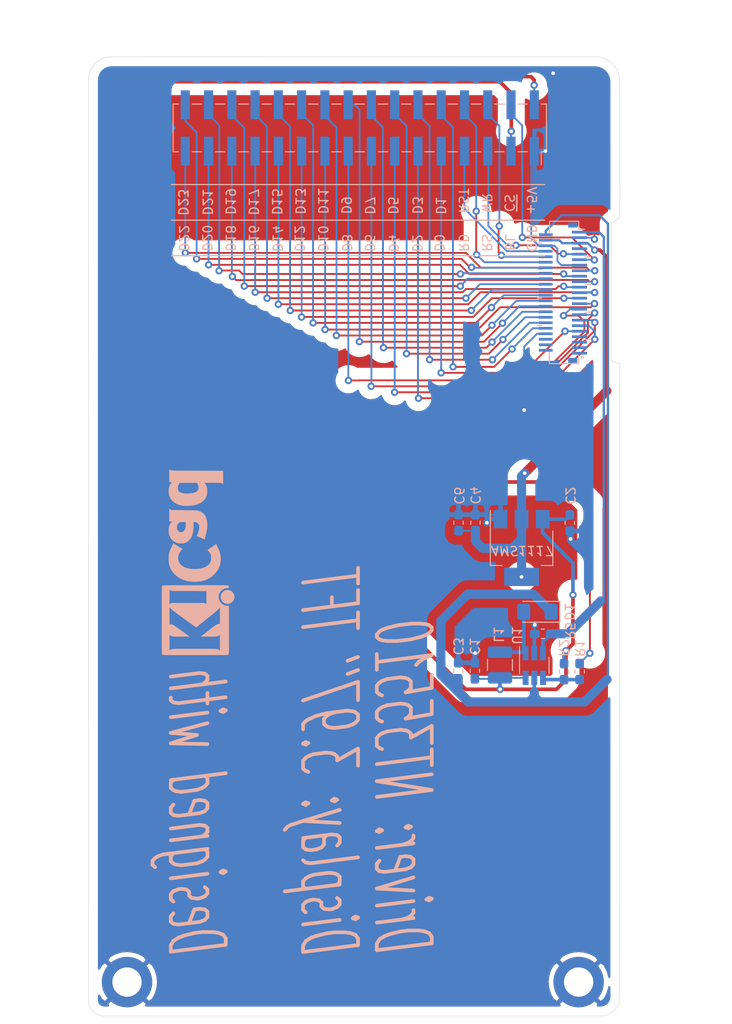
<source format=kicad_pcb>
(kicad_pcb (version 20171130) (host pcbnew "(5.1.4)-1")

  (general
    (thickness 1.6)
    (drawings 54)
    (tracks 573)
    (zones 0)
    (modules 17)
    (nets 46)
  )

  (page A4)
  (layers
    (0 F.Cu signal)
    (31 B.Cu signal)
    (32 B.Adhes user)
    (33 F.Adhes user)
    (34 B.Paste user)
    (35 F.Paste user)
    (36 B.SilkS user)
    (37 F.SilkS user)
    (38 B.Mask user)
    (39 F.Mask user)
    (40 Dwgs.User user)
    (41 Cmts.User user)
    (42 Eco1.User user)
    (43 Eco2.User user)
    (44 Edge.Cuts user)
    (45 Margin user)
    (46 B.CrtYd user)
    (47 F.CrtYd user)
    (48 B.Fab user)
    (49 F.Fab user)
  )

  (setup
    (last_trace_width 0.2)
    (user_trace_width 0.13)
    (user_trace_width 0.15)
    (user_trace_width 0.18)
    (user_trace_width 0.2)
    (user_trace_width 0.254)
    (user_trace_width 0.4)
    (user_trace_width 1)
    (trace_clearance 0.15)
    (zone_clearance 0.508)
    (zone_45_only no)
    (trace_min 0.13)
    (via_size 0.8)
    (via_drill 0.4)
    (via_min_size 0.4)
    (via_min_drill 0.3)
    (uvia_size 0.3)
    (uvia_drill 0.1)
    (uvias_allowed no)
    (uvia_min_size 0.2)
    (uvia_min_drill 0.1)
    (edge_width 0.05)
    (segment_width 0.2)
    (pcb_text_width 0.3)
    (pcb_text_size 1.5 1.5)
    (mod_edge_width 0.13)
    (mod_text_size 1 1)
    (mod_text_width 0.15)
    (pad_size 1.524 1.524)
    (pad_drill 0.762)
    (pad_to_mask_clearance 0.051)
    (solder_mask_min_width 0.25)
    (aux_axis_origin 0 0)
    (visible_elements 7FFFFFFF)
    (pcbplotparams
      (layerselection 0x010fc_ffffffff)
      (usegerberextensions false)
      (usegerberattributes false)
      (usegerberadvancedattributes false)
      (creategerberjobfile false)
      (excludeedgelayer true)
      (linewidth 0.100000)
      (plotframeref false)
      (viasonmask false)
      (mode 1)
      (useauxorigin false)
      (hpglpennumber 1)
      (hpglpenspeed 20)
      (hpglpendiameter 15.000000)
      (psnegative false)
      (psa4output false)
      (plotreference true)
      (plotvalue true)
      (plotinvisibletext false)
      (padsonsilk false)
      (subtractmaskfromsilk false)
      (outputformat 1)
      (mirror false)
      (drillshape 0)
      (scaleselection 1)
      (outputdirectory "Gerber/"))
  )

  (net 0 "")
  (net 1 +5V)
  (net 2 GND)
  (net 3 /LEDA)
  (net 4 +3V3)
  (net 5 /RST)
  (net 6 "Net-(D1-Pad2)")
  (net 7 /LEDK)
  (net 8 /TE)
  (net 9 /RS)
  (net 10 /~CS~)
  (net 11 /DB22)
  (net 12 /DB20)
  (net 13 /DB18)
  (net 14 /DB16)
  (net 15 /DB14)
  (net 16 /DB12)
  (net 17 /DB10)
  (net 18 /DB8)
  (net 19 /DB6)
  (net 20 /DB4)
  (net 21 /DB2)
  (net 22 /DB0)
  (net 23 /LCD_ID)
  (net 24 /RD)
  (net 25 /WR)
  (net 26 /DB23)
  (net 27 /DB21)
  (net 28 /DB19)
  (net 29 /DB17)
  (net 30 /DB15)
  (net 31 /DB13)
  (net 32 /DB11)
  (net 33 /DB9)
  (net 34 /DB7)
  (net 35 /DB5)
  (net 36 /DB3)
  (net 37 /DB1)
  (net 38 /BL)
  (net 39 "Net-(R1-Pad1)")
  (net 40 "Net-(J1-Pad1)")
  (net 41 "Net-(J1-Pad3)")
  (net 42 "Net-(J1-Pad5)")
  (net 43 "Net-(J1-Pad2)")
  (net 44 "Net-(J1-Pad4)")
  (net 45 "Net-(J1-Pad6)")

  (net_class Default 这是默认网络类。
    (clearance 0.15)
    (trace_width 0.2)
    (via_dia 0.8)
    (via_drill 0.4)
    (uvia_dia 0.3)
    (uvia_drill 0.1)
    (add_net +3V3)
    (add_net +5V)
    (add_net /BL)
    (add_net /DB0)
    (add_net /DB1)
    (add_net /DB10)
    (add_net /DB11)
    (add_net /DB12)
    (add_net /DB13)
    (add_net /DB14)
    (add_net /DB15)
    (add_net /DB16)
    (add_net /DB17)
    (add_net /DB18)
    (add_net /DB19)
    (add_net /DB2)
    (add_net /DB20)
    (add_net /DB21)
    (add_net /DB22)
    (add_net /DB23)
    (add_net /DB3)
    (add_net /DB4)
    (add_net /DB5)
    (add_net /DB6)
    (add_net /DB7)
    (add_net /DB8)
    (add_net /DB9)
    (add_net /LCD_ID)
    (add_net /LEDA)
    (add_net /LEDK)
    (add_net /RD)
    (add_net /RS)
    (add_net /RST)
    (add_net /TE)
    (add_net /WR)
    (add_net /~CS~)
    (add_net GND)
    (add_net "Net-(D1-Pad2)")
    (add_net "Net-(J1-Pad1)")
    (add_net "Net-(J1-Pad2)")
    (add_net "Net-(J1-Pad3)")
    (add_net "Net-(J1-Pad4)")
    (add_net "Net-(J1-Pad5)")
    (add_net "Net-(J1-Pad6)")
    (add_net "Net-(R1-Pad1)")
  )

  (module Symbol:KiCad-Logo_8mm_SilkScreen (layer B.Cu) (tedit 0) (tstamp 5E08B80C)
    (at 107.188 80.518 90)
    (descr "KiCad Logo")
    (tags "Logo KiCad")
    (attr virtual)
    (fp_text reference REF** (at 0 6.35 -90) (layer B.SilkS) hide
      (effects (font (size 1 1) (thickness 0.15)) (justify mirror))
    )
    (fp_text value KiCad-Logo_8mm_SilkScreen (at 0 -6.35 -90) (layer B.Fab) hide
      (effects (font (size 1 1) (thickness 0.15)) (justify mirror))
    )
    (fp_poly (pts (xy -3.602318 3.916067) (xy -3.466071 3.868828) (xy -3.339221 3.794473) (xy -3.225933 3.693013)
      (xy -3.130372 3.564457) (xy -3.087446 3.483428) (xy -3.050295 3.370092) (xy -3.032288 3.239249)
      (xy -3.034283 3.104735) (xy -3.056423 2.982842) (xy -3.116936 2.833893) (xy -3.204686 2.704691)
      (xy -3.315212 2.597777) (xy -3.444054 2.515694) (xy -3.586753 2.460984) (xy -3.738849 2.43619)
      (xy -3.895881 2.443853) (xy -3.973286 2.460228) (xy -4.124141 2.518911) (xy -4.258125 2.608457)
      (xy -4.372006 2.726107) (xy -4.462552 2.869098) (xy -4.470212 2.884714) (xy -4.496694 2.943314)
      (xy -4.513322 2.992666) (xy -4.52235 3.04473) (xy -4.526032 3.111461) (xy -4.526643 3.184071)
      (xy -4.525633 3.271309) (xy -4.521072 3.334376) (xy -4.510666 3.385364) (xy -4.492121 3.436367)
      (xy -4.46923 3.486687) (xy -4.383846 3.62953) (xy -4.278699 3.74519) (xy -4.157955 3.833675)
      (xy -4.025779 3.894995) (xy -3.886337 3.929161) (xy -3.743795 3.936182) (xy -3.602318 3.916067)) (layer B.SilkS) (width 0.01))
    (fp_poly (pts (xy 9.041571 2.699911) (xy 9.195876 2.699277) (xy 9.248321 2.698958) (xy 9.9695 2.694214)
      (xy 9.978571 -0.072572) (xy 9.979769 -0.447756) (xy 9.980832 -0.788417) (xy 9.981827 -1.096318)
      (xy 9.982823 -1.373221) (xy 9.983888 -1.620888) (xy 9.985091 -1.841081) (xy 9.986499 -2.035562)
      (xy 9.988182 -2.206094) (xy 9.990206 -2.35444) (xy 9.992641 -2.482361) (xy 9.995554 -2.59162)
      (xy 9.999015 -2.683979) (xy 10.00309 -2.7612) (xy 10.007849 -2.825046) (xy 10.01336 -2.877278)
      (xy 10.019691 -2.91966) (xy 10.02691 -2.953953) (xy 10.035085 -2.98192) (xy 10.044285 -3.005324)
      (xy 10.054577 -3.025925) (xy 10.066031 -3.045487) (xy 10.078715 -3.065772) (xy 10.092695 -3.088543)
      (xy 10.095561 -3.093393) (xy 10.14364 -3.175433) (xy 8.753928 -3.165929) (xy 8.744857 -3.013295)
      (xy 8.739918 -2.940045) (xy 8.734771 -2.897696) (xy 8.727786 -2.880892) (xy 8.717337 -2.884277)
      (xy 8.708571 -2.89396) (xy 8.670388 -2.929229) (xy 8.608155 -2.974563) (xy 8.530641 -3.024546)
      (xy 8.446613 -3.073761) (xy 8.364839 -3.116791) (xy 8.302052 -3.145101) (xy 8.154954 -3.191624)
      (xy 7.98618 -3.224579) (xy 7.808191 -3.242707) (xy 7.633447 -3.24475) (xy 7.474407 -3.229447)
      (xy 7.471788 -3.229009) (xy 7.254168 -3.174402) (xy 7.050455 -3.087401) (xy 6.862613 -2.969876)
      (xy 6.692607 -2.823697) (xy 6.542402 -2.650734) (xy 6.413964 -2.452857) (xy 6.309257 -2.231936)
      (xy 6.252246 -2.068286) (xy 6.214651 -1.931375) (xy 6.186771 -1.798798) (xy 6.167753 -1.662502)
      (xy 6.156745 -1.514433) (xy 6.152895 -1.346537) (xy 6.1546 -1.20944) (xy 7.493359 -1.20944)
      (xy 7.499694 -1.439329) (xy 7.519679 -1.637111) (xy 7.553927 -1.804539) (xy 7.603055 -1.943369)
      (xy 7.667676 -2.055358) (xy 7.748405 -2.142259) (xy 7.841591 -2.203692) (xy 7.89008 -2.226626)
      (xy 7.932134 -2.240375) (xy 7.97902 -2.246666) (xy 8.042004 -2.247222) (xy 8.109857 -2.244773)
      (xy 8.243295 -2.233004) (xy 8.348832 -2.209955) (xy 8.382 -2.19841) (xy 8.457735 -2.164311)
      (xy 8.537614 -2.121491) (xy 8.5725 -2.100057) (xy 8.663214 -2.040556) (xy 8.663214 -0.154584)
      (xy 8.563428 -0.094771) (xy 8.424267 -0.027185) (xy 8.282087 0.012786) (xy 8.14209 0.025378)
      (xy 8.009474 0.010827) (xy 7.88944 -0.030632) (xy 7.787188 -0.098763) (xy 7.754195 -0.131466)
      (xy 7.674667 -0.238619) (xy 7.610299 -0.368327) (xy 7.560553 -0.522814) (xy 7.524891 -0.704302)
      (xy 7.502775 -0.915015) (xy 7.493667 -1.157175) (xy 7.493359 -1.20944) (xy 6.1546 -1.20944)
      (xy 6.15531 -1.152374) (xy 6.170605 -0.853713) (xy 6.201358 -0.584325) (xy 6.248381 -0.340285)
      (xy 6.312482 -0.11767) (xy 6.394472 0.087444) (xy 6.42373 0.148254) (xy 6.541581 0.34656)
      (xy 6.683996 0.522788) (xy 6.847629 0.674092) (xy 7.029131 0.797629) (xy 7.225153 0.890553)
      (xy 7.342655 0.928885) (xy 7.458054 0.951641) (xy 7.596907 0.96518) (xy 7.747574 0.969508)
      (xy 7.898413 0.964632) (xy 8.037785 0.950556) (xy 8.149691 0.928475) (xy 8.282884 0.885172)
      (xy 8.411979 0.829489) (xy 8.524928 0.767064) (xy 8.585043 0.724697) (xy 8.62651 0.693193)
      (xy 8.655545 0.67401) (xy 8.66215 0.671286) (xy 8.664198 0.688837) (xy 8.666107 0.739125)
      (xy 8.667836 0.8186) (xy 8.669341 0.923714) (xy 8.670581 1.050917) (xy 8.671513 1.196661)
      (xy 8.672095 1.357397) (xy 8.672286 1.521116) (xy 8.672179 1.730812) (xy 8.671658 1.907604)
      (xy 8.670416 2.054874) (xy 8.668148 2.176003) (xy 8.66455 2.274373) (xy 8.659317 2.353366)
      (xy 8.652144 2.416362) (xy 8.642726 2.466745) (xy 8.630758 2.507895) (xy 8.615935 2.543194)
      (xy 8.597952 2.576023) (xy 8.576505 2.609765) (xy 8.573745 2.613943) (xy 8.546083 2.657644)
      (xy 8.529382 2.687695) (xy 8.527143 2.694033) (xy 8.544643 2.696033) (xy 8.594574 2.69766)
      (xy 8.673085 2.698888) (xy 8.776323 2.699689) (xy 8.900436 2.700039) (xy 9.041571 2.699911)) (layer B.SilkS) (width 0.01))
    (fp_poly (pts (xy 4.185632 0.97227) (xy 4.275523 0.965465) (xy 4.532715 0.931247) (xy 4.760485 0.876669)
      (xy 4.959943 0.80098) (xy 5.132197 0.70343) (xy 5.278359 0.583268) (xy 5.399536 0.439742)
      (xy 5.496839 0.272102) (xy 5.567891 0.090714) (xy 5.585927 0.032854) (xy 5.601632 -0.021329)
      (xy 5.615192 -0.074752) (xy 5.626792 -0.130333) (xy 5.636617 -0.190988) (xy 5.644853 -0.259635)
      (xy 5.651684 -0.33919) (xy 5.657295 -0.432572) (xy 5.661872 -0.542696) (xy 5.6656 -0.672481)
      (xy 5.668665 -0.824842) (xy 5.67125 -1.002698) (xy 5.673542 -1.208965) (xy 5.675725 -1.446561)
      (xy 5.677286 -1.632857) (xy 5.687785 -2.911929) (xy 5.755821 -3.035018) (xy 5.788038 -3.094317)
      (xy 5.812012 -3.140377) (xy 5.82345 -3.164893) (xy 5.823857 -3.166553) (xy 5.806375 -3.168454)
      (xy 5.756574 -3.170205) (xy 5.678421 -3.171758) (xy 5.575882 -3.173062) (xy 5.452922 -3.17407)
      (xy 5.31351 -3.174731) (xy 5.161611 -3.174997) (xy 5.1435 -3.175) (xy 4.463143 -3.175)
      (xy 4.463143 -3.020786) (xy 4.461982 -2.951094) (xy 4.458887 -2.897794) (xy 4.454432 -2.869217)
      (xy 4.452463 -2.866572) (xy 4.434455 -2.877653) (xy 4.397393 -2.906736) (xy 4.349222 -2.947579)
      (xy 4.348141 -2.948524) (xy 4.260235 -3.013971) (xy 4.149217 -3.079688) (xy 4.027631 -3.139219)
      (xy 3.908021 -3.186109) (xy 3.855357 -3.202133) (xy 3.750551 -3.222485) (xy 3.62195 -3.235472)
      (xy 3.481325 -3.240909) (xy 3.340448 -3.238611) (xy 3.211093 -3.228392) (xy 3.120571 -3.213689)
      (xy 2.89858 -3.148499) (xy 2.698729 -3.055594) (xy 2.522319 -2.936126) (xy 2.37065 -2.791247)
      (xy 2.245024 -2.62211) (xy 2.146741 -2.429867) (xy 2.104341 -2.313214) (xy 2.077768 -2.199833)
      (xy 2.060158 -2.063722) (xy 2.05201 -1.917437) (xy 2.052278 -1.896151) (xy 3.279321 -1.896151)
      (xy 3.289496 -2.00485) (xy 3.323378 -2.095185) (xy 3.386 -2.178995) (xy 3.410052 -2.203571)
      (xy 3.495551 -2.270011) (xy 3.594373 -2.312574) (xy 3.712768 -2.333177) (xy 3.837445 -2.334694)
      (xy 3.955698 -2.324677) (xy 4.046239 -2.305085) (xy 4.08556 -2.29037) (xy 4.156432 -2.250265)
      (xy 4.231525 -2.193863) (xy 4.300038 -2.130561) (xy 4.351172 -2.069755) (xy 4.36475 -2.047449)
      (xy 4.375305 -2.016212) (xy 4.38281 -1.966507) (xy 4.387613 -1.893587) (xy 4.390065 -1.792703)
      (xy 4.390571 -1.696689) (xy 4.390228 -1.58475) (xy 4.388843 -1.503809) (xy 4.385881 -1.448585)
      (xy 4.380808 -1.413794) (xy 4.37309 -1.394154) (xy 4.362192 -1.38438) (xy 4.358821 -1.382824)
      (xy 4.329529 -1.378029) (xy 4.271756 -1.374108) (xy 4.193304 -1.371414) (xy 4.101974 -1.370299)
      (xy 4.082143 -1.370298) (xy 3.960063 -1.372246) (xy 3.865749 -1.378041) (xy 3.790807 -1.388475)
      (xy 3.728903 -1.403714) (xy 3.575349 -1.461784) (xy 3.454932 -1.533179) (xy 3.36661 -1.619039)
      (xy 3.309339 -1.720507) (xy 3.282078 -1.838725) (xy 3.279321 -1.896151) (xy 2.052278 -1.896151)
      (xy 2.053823 -1.773533) (xy 2.066096 -1.644565) (xy 2.07567 -1.59246) (xy 2.136801 -1.398997)
      (xy 2.229757 -1.220993) (xy 2.352783 -1.060155) (xy 2.504124 -0.91819) (xy 2.682025 -0.796806)
      (xy 2.884732 -0.697709) (xy 3.057071 -0.637533) (xy 3.172253 -0.605919) (xy 3.282423 -0.581354)
      (xy 3.394719 -0.563039) (xy 3.516275 -0.550178) (xy 3.654229 -0.541972) (xy 3.815715 -0.537624)
      (xy 3.961715 -0.5364) (xy 4.394645 -0.535215) (xy 4.386351 -0.40508) (xy 4.362801 -0.263883)
      (xy 4.312703 -0.142518) (xy 4.238191 -0.044017) (xy 4.141399 0.028591) (xy 4.056171 0.064021)
      (xy 3.934056 0.08635) (xy 3.788683 0.089557) (xy 3.626867 0.074823) (xy 3.455422 0.04333)
      (xy 3.281163 -0.00374) (xy 3.110904 -0.065203) (xy 2.987176 -0.121417) (xy 2.927647 -0.150283)
      (xy 2.882242 -0.170443) (xy 2.85915 -0.17831) (xy 2.857897 -0.178058) (xy 2.849929 -0.160437)
      (xy 2.830031 -0.113733) (xy 2.800077 -0.042418) (xy 2.761939 0.049031) (xy 2.717488 0.156141)
      (xy 2.672305 0.265451) (xy 2.491667 0.70326) (xy 2.620155 0.724364) (xy 2.675846 0.734953)
      (xy 2.759564 0.752737) (xy 2.864139 0.776102) (xy 2.982399 0.803435) (xy 3.107172 0.833119)
      (xy 3.156857 0.845182) (xy 3.371807 0.895038) (xy 3.559995 0.932416) (xy 3.728446 0.958073)
      (xy 3.884186 0.972765) (xy 4.03424 0.977245) (xy 4.185632 0.97227)) (layer B.SilkS) (width 0.01))
    (fp_poly (pts (xy 0.581378 2.430769) (xy 0.777019 2.409351) (xy 0.966562 2.371015) (xy 1.157717 2.313762)
      (xy 1.358196 2.235591) (xy 1.575708 2.134504) (xy 1.61488 2.114924) (xy 1.704772 2.070638)
      (xy 1.789553 2.030761) (xy 1.860855 1.999102) (xy 1.91031 1.979468) (xy 1.917908 1.976996)
      (xy 1.990714 1.955183) (xy 1.664803 1.481056) (xy 1.585123 1.365177) (xy 1.512272 1.259306)
      (xy 1.44873 1.167038) (xy 1.396972 1.091967) (xy 1.359477 1.037687) (xy 1.338723 1.007793)
      (xy 1.335351 1.003059) (xy 1.321655 1.012958) (xy 1.287943 1.042715) (xy 1.240244 1.086927)
      (xy 1.21392 1.111916) (xy 1.064772 1.230544) (xy 0.897268 1.320687) (xy 0.752928 1.370064)
      (xy 0.666283 1.385571) (xy 0.557796 1.395021) (xy 0.440227 1.398239) (xy 0.326334 1.395049)
      (xy 0.228879 1.385276) (xy 0.18999 1.377791) (xy 0.014712 1.317488) (xy -0.143235 1.22541)
      (xy -0.283732 1.101727) (xy -0.406665 0.946607) (xy -0.511915 0.760219) (xy -0.599365 0.54273)
      (xy -0.6689 0.294308) (xy -0.710225 0.081643) (xy -0.721006 -0.012241) (xy -0.728352 -0.133524)
      (xy -0.732333 -0.273493) (xy -0.733021 -0.423431) (xy -0.730486 -0.574622) (xy -0.7248 -0.718351)
      (xy -0.716033 -0.845903) (xy -0.704256 -0.948562) (xy -0.701707 -0.964401) (xy -0.645519 -1.219536)
      (xy -0.568964 -1.445342) (xy -0.471574 -1.642831) (xy -0.352886 -1.813014) (xy -0.268637 -1.905022)
      (xy -0.11723 -2.029943) (xy 0.048817 -2.12254) (xy 0.226701 -2.182309) (xy 0.413622 -2.208746)
      (xy 0.606778 -2.201348) (xy 0.803369 -2.159611) (xy 0.919597 -2.118771) (xy 1.080438 -2.03699)
      (xy 1.246213 -1.919678) (xy 1.339073 -1.840345) (xy 1.391214 -1.794429) (xy 1.43218 -1.760742)
      (xy 1.455498 -1.74451) (xy 1.458393 -1.744015) (xy 1.4688 -1.760601) (xy 1.495767 -1.804432)
      (xy 1.536996 -1.871748) (xy 1.590189 -1.958794) (xy 1.65305 -2.06181) (xy 1.723281 -2.177041)
      (xy 1.762372 -2.241231) (xy 2.060964 -2.731677) (xy 1.688161 -2.915915) (xy 1.553369 -2.982093)
      (xy 1.444175 -3.034278) (xy 1.353907 -3.07506) (xy 1.275888 -3.107033) (xy 1.203444 -3.132787)
      (xy 1.129901 -3.154914) (xy 1.048584 -3.176007) (xy 0.970643 -3.19453) (xy 0.901366 -3.208863)
      (xy 0.828917 -3.219694) (xy 0.746042 -3.227626) (xy 0.645488 -3.233258) (xy 0.520003 -3.237192)
      (xy 0.435428 -3.238891) (xy 0.314754 -3.24005) (xy 0.199042 -3.239465) (xy 0.095951 -3.237304)
      (xy 0.013138 -3.233732) (xy -0.04174 -3.228917) (xy -0.044992 -3.228437) (xy -0.329957 -3.166786)
      (xy -0.597558 -3.073285) (xy -0.847703 -2.947993) (xy -1.080296 -2.790974) (xy -1.295243 -2.602289)
      (xy -1.49245 -2.382) (xy -1.635273 -2.186214) (xy -1.78732 -1.929949) (xy -1.910227 -1.659317)
      (xy -2.00459 -1.372149) (xy -2.071001 -1.066276) (xy -2.110056 -0.739528) (xy -2.12236 -0.407739)
      (xy -2.112241 -0.086779) (xy -2.080439 0.209354) (xy -2.025946 0.485655) (xy -1.94775 0.747119)
      (xy -1.844841 0.998742) (xy -1.832553 1.02481) (xy -1.69718 1.268493) (xy -1.530911 1.500382)
      (xy -1.338459 1.715677) (xy -1.124534 1.909578) (xy -0.893845 2.077285) (xy -0.678891 2.200304)
      (xy -0.461742 2.296655) (xy -0.244132 2.366449) (xy -0.017638 2.411587) (xy 0.226166 2.433969)
      (xy 0.371928 2.437269) (xy 0.581378 2.430769)) (layer B.SilkS) (width 0.01))
    (fp_poly (pts (xy -7.870089 3.33834) (xy -7.52054 3.338293) (xy -7.35783 3.338286) (xy -4.753429 3.338285)
      (xy -4.753429 3.184762) (xy -4.737043 2.997937) (xy -4.687588 2.825633) (xy -4.60462 2.666825)
      (xy -4.487695 2.52049) (xy -4.448136 2.480968) (xy -4.30583 2.368862) (xy -4.148922 2.287101)
      (xy -3.982072 2.235647) (xy -3.809939 2.214463) (xy -3.637185 2.223513) (xy -3.46847 2.262758)
      (xy -3.308454 2.332162) (xy -3.161798 2.431689) (xy -3.095932 2.491735) (xy -2.973192 2.638957)
      (xy -2.883188 2.800853) (xy -2.826706 2.975573) (xy -2.804529 3.161265) (xy -2.804234 3.179533)
      (xy -2.803072 3.33828) (xy -2.7333 3.338283) (xy -2.671405 3.329882) (xy -2.614865 3.309444)
      (xy -2.611128 3.307333) (xy -2.598358 3.300707) (xy -2.586632 3.295546) (xy -2.575906 3.290349)
      (xy -2.566139 3.28361) (xy -2.557288 3.273829) (xy -2.549311 3.2595) (xy -2.542165 3.239122)
      (xy -2.535808 3.211192) (xy -2.530198 3.174205) (xy -2.525293 3.12666) (xy -2.521049 3.067053)
      (xy -2.517424 2.993881) (xy -2.514377 2.905641) (xy -2.511864 2.80083) (xy -2.509844 2.677945)
      (xy -2.508274 2.535483) (xy -2.507112 2.37194) (xy -2.506314 2.185814) (xy -2.50584 1.975602)
      (xy -2.505646 1.7398) (xy -2.50569 1.476906) (xy -2.50593 1.185416) (xy -2.506323 0.863828)
      (xy -2.506827 0.510638) (xy -2.5074 0.124343) (xy -2.507999 -0.29656) (xy -2.508068 -0.34784)
      (xy -2.508605 -0.771426) (xy -2.509061 -1.16023) (xy -2.509484 -1.515753) (xy -2.509921 -1.839498)
      (xy -2.510422 -2.132966) (xy -2.511035 -2.397661) (xy -2.511808 -2.635085) (xy -2.512789 -2.84674)
      (xy -2.514026 -3.034129) (xy -2.515568 -3.198754) (xy -2.517463 -3.342117) (xy -2.519759 -3.46572)
      (xy -2.522504 -3.571067) (xy -2.525747 -3.659659) (xy -2.529536 -3.733) (xy -2.533919 -3.79259)
      (xy -2.538945 -3.839933) (xy -2.544661 -3.876531) (xy -2.551116 -3.903886) (xy -2.558359 -3.923502)
      (xy -2.566437 -3.936879) (xy -2.575398 -3.945521) (xy -2.585292 -3.95093) (xy -2.596165 -3.954608)
      (xy -2.608067 -3.958058) (xy -2.621046 -3.962782) (xy -2.624217 -3.96422) (xy -2.634181 -3.967451)
      (xy -2.650859 -3.97042) (xy -2.675707 -3.973137) (xy -2.71018 -3.975613) (xy -2.755736 -3.977858)
      (xy -2.81383 -3.979883) (xy -2.885919 -3.981698) (xy -2.973458 -3.983315) (xy -3.077905 -3.984743)
      (xy -3.200715 -3.985993) (xy -3.343345 -3.987076) (xy -3.507251 -3.988002) (xy -3.69389 -3.988782)
      (xy -3.904716 -3.989426) (xy -4.141188 -3.989946) (xy -4.404761 -3.990351) (xy -4.69689 -3.990652)
      (xy -5.019034 -3.99086) (xy -5.372647 -3.990985) (xy -5.759186 -3.991038) (xy -6.180108 -3.991029)
      (xy -6.316456 -3.991016) (xy -6.746716 -3.990947) (xy -7.142164 -3.990834) (xy -7.504273 -3.990665)
      (xy -7.834517 -3.99043) (xy -8.134371 -3.990116) (xy -8.405308 -3.989713) (xy -8.6488 -3.989207)
      (xy -8.866323 -3.988589) (xy -9.05935 -3.987846) (xy -9.229354 -3.986968) (xy -9.37781 -3.985941)
      (xy -9.50619 -3.984756) (xy -9.615969 -3.9834) (xy -9.70862 -3.981862) (xy -9.785617 -3.98013)
      (xy -9.848434 -3.978194) (xy -9.898544 -3.97604) (xy -9.937421 -3.973659) (xy -9.966538 -3.971037)
      (xy -9.987371 -3.968165) (xy -10.001391 -3.96503) (xy -10.009034 -3.962159) (xy -10.022618 -3.95643)
      (xy -10.03509 -3.952206) (xy -10.046498 -3.947985) (xy -10.056889 -3.942268) (xy -10.066309 -3.933555)
      (xy -10.074808 -3.920345) (xy -10.08243 -3.901137) (xy -10.089225 -3.874433) (xy -10.095238 -3.83873)
      (xy -10.100517 -3.79253) (xy -10.10511 -3.734332) (xy -10.109064 -3.662635) (xy -10.112425 -3.57594)
      (xy -10.115241 -3.472746) (xy -10.11756 -3.351553) (xy -10.119428 -3.21086) (xy -10.119916 -3.156857)
      (xy -9.635704 -3.156857) (xy -7.924256 -3.156857) (xy -7.957187 -3.106964) (xy -7.989947 -3.055693)
      (xy -8.017689 -3.006869) (xy -8.040807 -2.957076) (xy -8.059697 -2.902898) (xy -8.074751 -2.840916)
      (xy -8.086367 -2.767715) (xy -8.094936 -2.679878) (xy -8.100856 -2.573988) (xy -8.104519 -2.446628)
      (xy -8.106321 -2.294381) (xy -8.106656 -2.113832) (xy -8.105919 -1.901562) (xy -8.105501 -1.822755)
      (xy -8.100786 -0.977911) (xy -7.565572 -1.706557) (xy -7.413946 -1.913265) (xy -7.282581 -2.09326)
      (xy -7.170057 -2.248925) (xy -7.074957 -2.382647) (xy -6.995862 -2.496809) (xy -6.931353 -2.593797)
      (xy -6.880012 -2.675994) (xy -6.84042 -2.745786) (xy -6.81116 -2.805558) (xy -6.790812 -2.857693)
      (xy -6.777958 -2.904576) (xy -6.771181 -2.948593) (xy -6.76906 -2.992127) (xy -6.770179 -3.037564)
      (xy -6.770464 -3.043275) (xy -6.776357 -3.156933) (xy -4.900771 -3.156857) (xy -5.040278 -3.016189)
      (xy -5.078135 -2.977715) (xy -5.114047 -2.940279) (xy -5.149593 -2.901814) (xy -5.186347 -2.860258)
      (xy -5.225886 -2.813545) (xy -5.269786 -2.75961) (xy -5.319623 -2.69639) (xy -5.376972 -2.621818)
      (xy -5.443411 -2.533832) (xy -5.520515 -2.430365) (xy -5.609861 -2.309354) (xy -5.713024 -2.168734)
      (xy -5.83158 -2.00644) (xy -5.967105 -1.820407) (xy -6.121177 -1.608571) (xy -6.247462 -1.434804)
      (xy -6.405954 -1.216501) (xy -6.544216 -1.025629) (xy -6.663499 -0.860374) (xy -6.765057 -0.718926)
      (xy -6.850141 -0.599471) (xy -6.920005 -0.500198) (xy -6.9759 -0.419295) (xy -7.01908 -0.354949)
      (xy -7.050797 -0.305347) (xy -7.072302 -0.268679) (xy -7.08485 -0.243132) (xy -7.089692 -0.226893)
      (xy -7.088237 -0.218355) (xy -7.070599 -0.195635) (xy -7.032466 -0.147543) (xy -6.976138 -0.076938)
      (xy -6.903916 0.013322) (xy -6.818101 0.120379) (xy -6.720994 0.241373) (xy -6.614896 0.373446)
      (xy -6.502109 0.51374) (xy -6.384932 0.659397) (xy -6.265667 0.807556) (xy -6.200067 0.889)
      (xy -4.571314 0.889) (xy -4.503621 0.766535) (xy -4.435929 0.644071) (xy -4.435929 -2.911929)
      (xy -4.503621 -3.034393) (xy -4.571314 -3.156857) (xy -3.770559 -3.156857) (xy -3.579398 -3.156802)
      (xy -3.421501 -3.156551) (xy -3.293848 -3.155979) (xy -3.193419 -3.154959) (xy -3.117193 -3.153365)
      (xy -3.062148 -3.15107) (xy -3.025264 -3.14795) (xy -3.003521 -3.143877) (xy -2.993898 -3.138725)
      (xy -2.993373 -3.132367) (xy -2.998926 -3.124679) (xy -2.998984 -3.124615) (xy -3.02186 -3.091524)
      (xy -3.052151 -3.037719) (xy -3.078903 -2.984008) (xy -3.129643 -2.875643) (xy -3.134818 -0.993322)
      (xy -3.139993 0.889) (xy -4.571314 0.889) (xy -6.200067 0.889) (xy -6.146615 0.955361)
      (xy -6.030077 1.099953) (xy -5.918354 1.238472) (xy -5.813746 1.368061) (xy -5.718556 1.48586)
      (xy -5.635083 1.589012) (xy -5.565629 1.674657) (xy -5.512494 1.739938) (xy -5.481285 1.778)
      (xy -5.360097 1.92033) (xy -5.243507 2.04877) (xy -5.135603 2.159114) (xy -5.04047 2.247159)
      (xy -4.972957 2.301138) (xy -4.893127 2.358571) (xy -6.729108 2.358571) (xy -6.728592 2.250835)
      (xy -6.733724 2.171628) (xy -6.753015 2.098195) (xy -6.782877 2.028585) (xy -6.802288 1.989259)
      (xy -6.823159 1.950293) (xy -6.847396 1.909099) (xy -6.876906 1.863092) (xy -6.913594 1.809683)
      (xy -6.959368 1.746286) (xy -7.016135 1.670315) (xy -7.0858 1.579183) (xy -7.17027 1.470302)
      (xy -7.271453 1.341086) (xy -7.391253 1.188948) (xy -7.531579 1.011302) (xy -7.547429 0.991258)
      (xy -8.100786 0.291492) (xy -8.106143 1.066496) (xy -8.107221 1.298632) (xy -8.106992 1.495154)
      (xy -8.105443 1.656708) (xy -8.102563 1.783944) (xy -8.098341 1.877508) (xy -8.092766 1.938048)
      (xy -8.090893 1.949532) (xy -8.061495 2.070501) (xy -8.022978 2.179554) (xy -7.979026 2.267237)
      (xy -7.952621 2.304426) (xy -7.90706 2.358571) (xy -8.77153 2.358571) (xy -8.977745 2.358395)
      (xy -9.150188 2.357821) (xy -9.291373 2.356783) (xy -9.403812 2.355213) (xy -9.490017 2.353046)
      (xy -9.552502 2.350212) (xy -9.593779 2.346647) (xy -9.61636 2.342282) (xy -9.622759 2.337051)
      (xy -9.622317 2.335893) (xy -9.603991 2.308231) (xy -9.573396 2.264385) (xy -9.557567 2.242209)
      (xy -9.541202 2.22008) (xy -9.526492 2.200291) (xy -9.513344 2.180894) (xy -9.501667 2.159942)
      (xy -9.491368 2.135488) (xy -9.482354 2.105584) (xy -9.474532 2.068283) (xy -9.467809 2.021637)
      (xy -9.462094 1.963699) (xy -9.457293 1.892521) (xy -9.453315 1.806156) (xy -9.450065 1.702656)
      (xy -9.447452 1.580075) (xy -9.445383 1.436463) (xy -9.443766 1.269875) (xy -9.442507 1.078363)
      (xy -9.441515 0.859978) (xy -9.440696 0.612774) (xy -9.439958 0.334804) (xy -9.439209 0.024119)
      (xy -9.438508 -0.2613) (xy -9.437847 -0.579492) (xy -9.437503 -0.883077) (xy -9.437468 -1.170115)
      (xy -9.437732 -1.438669) (xy -9.438285 -1.686798) (xy -9.43912 -1.912563) (xy -9.440227 -2.114026)
      (xy -9.441596 -2.289246) (xy -9.443219 -2.436286) (xy -9.445087 -2.553206) (xy -9.447189 -2.638067)
      (xy -9.449518 -2.688929) (xy -9.449959 -2.694304) (xy -9.466008 -2.817613) (xy -9.491064 -2.916644)
      (xy -9.529221 -3.00307) (xy -9.584572 -3.088565) (xy -9.591496 -3.097893) (xy -9.635704 -3.156857)
      (xy -10.119916 -3.156857) (xy -10.120892 -3.049168) (xy -10.122001 -2.864976) (xy -10.122801 -2.656784)
      (xy -10.123339 -2.423091) (xy -10.123662 -2.162398) (xy -10.123817 -1.873204) (xy -10.123854 -1.554009)
      (xy -10.123817 -1.203313) (xy -10.123755 -0.819614) (xy -10.123715 -0.401414) (xy -10.123714 -0.318393)
      (xy -10.123691 0.104211) (xy -10.123612 0.492019) (xy -10.123467 0.84652) (xy -10.123244 1.169203)
      (xy -10.122931 1.461558) (xy -10.122517 1.725073) (xy -10.121991 1.961238) (xy -10.12134 2.171542)
      (xy -10.120553 2.357474) (xy -10.119619 2.520525) (xy -10.118526 2.662182) (xy -10.117263 2.783936)
      (xy -10.115817 2.887275) (xy -10.114179 2.973689) (xy -10.112334 3.044667) (xy -10.110274 3.101699)
      (xy -10.107985 3.146273) (xy -10.105456 3.179879) (xy -10.102676 3.204007) (xy -10.099633 3.220144)
      (xy -10.096316 3.229782) (xy -10.096193 3.230022) (xy -10.08936 3.244745) (xy -10.08367 3.258074)
      (xy -10.077374 3.270078) (xy -10.068728 3.280827) (xy -10.055986 3.290389) (xy -10.0374 3.298833)
      (xy -10.011226 3.306229) (xy -9.975716 3.312646) (xy -9.929125 3.318152) (xy -9.869707 3.322817)
      (xy -9.795715 3.326709) (xy -9.705403 3.329898) (xy -9.597025 3.332453) (xy -9.468835 3.334442)
      (xy -9.319087 3.335935) (xy -9.146034 3.337002) (xy -8.947931 3.337709) (xy -8.723031 3.338128)
      (xy -8.469588 3.338327) (xy -8.185856 3.338374) (xy -7.870089 3.33834)) (layer B.SilkS) (width 0.01))
  )

  (module "qconnectors:NT35510-3.97inch-FH26W-45S-0.3SHW(60)_Handsoldering" (layer B.Cu) (tedit 5DE49628) (tstamp 5DDAC0BD)
    (at 147.01 51.2 90)
    (path /5DD97745)
    (attr smd)
    (fp_text reference J1 (at -8.88 -0.39 270) (layer B.SilkS) hide
      (effects (font (size 1 1) (thickness 0.15)) (justify mirror))
    )
    (fp_text value "NT35510-3.97inch-FH26W-45S-0.3SHW(60)" (at 0.12 -3.65 90) (layer B.Fab)
      (effects (font (size 1 1) (thickness 0.15)) (justify mirror))
    )
    (fp_line (start 2.6 -2.34) (end 2.6 -2.8) (layer B.SilkS) (width 0.12))
    (fp_line (start 5.5 -2.34) (end 5.5 -2.8) (layer B.SilkS) (width 0.12))
    (fp_line (start -0.51 -2.35) (end -0.51 -2.8) (layer B.SilkS) (width 0.12))
    (fp_line (start -3.49 -2.35) (end -3.49 -2.8) (layer B.SilkS) (width 0.12))
    (fp_circle (center -6.96 2.09) (end -6.88 2.02) (layer B.SilkS) (width 0.12))
    (fp_line (start 7 1.69) (end 7 2.35) (layer B.SilkS) (width 0.12))
    (fp_line (start 3.98 2.39) (end 3.98 3) (layer B.SilkS) (width 0.12))
    (fp_line (start 0.98 2.42) (end 0.98 3) (layer B.SilkS) (width 0.12))
    (fp_line (start -2.03 2.44) (end -2.03 3) (layer B.SilkS) (width 0.12))
    (fp_line (start -5.02 2.4) (end -5.02 2.94) (layer B.SilkS) (width 0.12))
    (fp_line (start 7.87 -1.48) (end 6.66 -1.48) (layer B.SilkS) (width 0.12))
    (fp_line (start 7.87 -0.95) (end 7.87 -1.48) (layer B.SilkS) (width 0.12))
    (fp_line (start 7.87 1.26) (end 7.87 -0.95) (layer B.SilkS) (width 0.12))
    (fp_line (start 7.87 1.7) (end 7.87 1.26) (layer B.SilkS) (width 0.12))
    (fp_line (start 7.82 1.7) (end 7.87 1.7) (layer B.SilkS) (width 0.12))
    (fp_line (start 7 1.7) (end 7.82 1.7) (layer B.SilkS) (width 0.12))
    (fp_line (start -6.46 -1.51) (end -6.44 -1.51) (layer B.SilkS) (width 0.12))
    (fp_line (start -6.47 -1.51) (end -6.46 -1.51) (layer B.SilkS) (width 0.12))
    (fp_line (start -7.66 -1.51) (end -6.47 -1.51) (layer B.SilkS) (width 0.12))
    (fp_line (start -7.66 -1.3) (end -7.66 -1.51) (layer B.SilkS) (width 0.12))
    (fp_line (start -7.66 -1.22) (end -7.66 -1.3) (layer B.SilkS) (width 0.12))
    (fp_line (start -7.66 -0.11) (end -7.66 -1.22) (layer B.SilkS) (width 0.12))
    (fp_line (start -7.66 0.32) (end -7.66 -0.11) (layer B.SilkS) (width 0.12))
    (fp_line (start -7.66 0.56) (end -7.66 0.32) (layer B.SilkS) (width 0.12))
    (fp_line (start -7.66 1.32) (end -7.66 0.48) (layer B.SilkS) (width 0.12))
    (fp_line (start -7.66 1.7) (end -7.66 1.32) (layer B.SilkS) (width 0.12))
    (fp_line (start -7.63 1.7) (end -7.66 1.7) (layer B.SilkS) (width 0.12))
    (fp_line (start -7.53 1.7) (end -7.63 1.7) (layer B.SilkS) (width 0.12))
    (fp_line (start -6.76 1.7) (end -7.53 1.7) (layer B.SilkS) (width 0.12))
    (pad 0 smd rect (at 7.46 1.05 90) (size 0.55 1) (layers B.Cu B.Paste B.Mask)
      (zone_connect 0))
    (pad 0 smd rect (at -7.3 1.05 90) (size 0.55 1) (layers B.Cu B.Paste B.Mask)
      (zone_connect 0))
    (pad 44 smd rect (at 6.4 -1.9 90) (size 0.3 1.5) (layers B.Cu B.Paste B.Mask)
      (net 3 /LEDA) (zone_connect 0))
    (pad 42 smd rect (at 5.8 -1.9 90) (size 0.3 1.5) (layers B.Cu B.Paste B.Mask)
      (net 4 +3V3) (zone_connect 0))
    (pad 40 smd rect (at 5.2 -1.9 90) (size 0.3 1.5) (layers B.Cu B.Paste B.Mask)
      (net 2 GND) (zone_connect 0))
    (pad 38 smd rect (at 4.6 -1.9 90) (size 0.3 1.5) (layers B.Cu B.Paste B.Mask)
      (net 24 /RD) (zone_connect 0))
    (pad 36 smd rect (at 4 -1.9 90) (size 0.3 1.5) (layers B.Cu B.Paste B.Mask)
      (net 25 /WR) (zone_connect 0))
    (pad 34 smd rect (at 3.4 -1.9 90) (size 0.3 1.5) (layers B.Cu B.Paste B.Mask)
      (net 5 /RST) (zone_connect 0))
    (pad 32 smd rect (at 2.8 -1.9 90) (size 0.3 1.5) (layers B.Cu B.Paste B.Mask)
      (net 26 /DB23) (zone_connect 0))
    (pad 30 smd rect (at 2.2 -1.9 90) (size 0.3 1.5) (layers B.Cu B.Paste B.Mask)
      (net 27 /DB21) (zone_connect 0))
    (pad 28 smd rect (at 1.6 -1.9 90) (size 0.3 1.5) (layers B.Cu B.Paste B.Mask)
      (net 28 /DB19) (zone_connect 0))
    (pad 26 smd rect (at 1 -1.9 90) (size 0.3 1.5) (layers B.Cu B.Paste B.Mask)
      (net 29 /DB17) (zone_connect 0))
    (pad 24 smd rect (at 0.4 -1.9 90) (size 0.3 1.5) (layers B.Cu B.Paste B.Mask)
      (net 30 /DB15) (zone_connect 0))
    (pad 22 smd rect (at -0.2 -1.9 90) (size 0.3 1.5) (layers B.Cu B.Paste B.Mask)
      (net 31 /DB13) (zone_connect 0))
    (pad 20 smd rect (at -0.8 -1.9 90) (size 0.3 1.5) (layers B.Cu B.Paste B.Mask)
      (net 32 /DB11) (zone_connect 0))
    (pad 18 smd rect (at -1.4 -1.9 90) (size 0.3 1.5) (layers B.Cu B.Paste B.Mask)
      (net 33 /DB9) (zone_connect 0))
    (pad 16 smd rect (at -2 -1.9 90) (size 0.3 1.5) (layers B.Cu B.Paste B.Mask)
      (net 34 /DB7) (zone_connect 0))
    (pad 14 smd rect (at -2.6 -1.9 90) (size 0.3 1.5) (layers B.Cu B.Paste B.Mask)
      (net 35 /DB5) (zone_connect 0))
    (pad 12 smd rect (at -3.2 -1.9 90) (size 0.3 1.5) (layers B.Cu B.Paste B.Mask)
      (net 36 /DB3) (zone_connect 0))
    (pad 10 smd rect (at -3.8 -1.9 90) (size 0.3 1.5) (layers B.Cu B.Paste B.Mask)
      (net 37 /DB1) (zone_connect 0))
    (pad 8 smd rect (at -4.4 -1.9 90) (size 0.3 1.5) (layers B.Cu B.Paste B.Mask)
      (net 2 GND) (zone_connect 0))
    (pad 6 smd rect (at -5 -1.9 90) (size 0.3 1.5) (layers B.Cu B.Paste B.Mask)
      (net 45 "Net-(J1-Pad6)") (zone_connect 0))
    (pad 4 smd rect (at -5.6 -1.9 90) (size 0.3 1.5) (layers B.Cu B.Paste B.Mask)
      (net 44 "Net-(J1-Pad4)") (zone_connect 0))
    (pad 2 smd rect (at -6.2 -1.9 90) (size 0.3 1.5) (layers B.Cu B.Paste B.Mask)
      (net 43 "Net-(J1-Pad2)") (zone_connect 0))
    (pad 45 smd rect (at 6.68 1.785 90) (size 0.3 1.65) (layers B.Cu B.Paste B.Mask)
      (net 7 /LEDK) (zone_connect 0))
    (pad 43 smd rect (at 6.08 1.785 90) (size 0.3 1.65) (layers B.Cu B.Paste B.Mask)
      (net 2 GND) (zone_connect 0))
    (pad 41 smd rect (at 5.48 1.785 90) (size 0.3 1.65) (layers B.Cu B.Paste B.Mask)
      (net 4 +3V3) (zone_connect 0))
    (pad 39 smd rect (at 4.88 1.785 90) (size 0.3 1.65) (layers B.Cu B.Paste B.Mask)
      (net 8 /TE) (zone_connect 0))
    (pad 37 smd rect (at 4.28 1.785 90) (size 0.3 1.65) (layers B.Cu B.Paste B.Mask)
      (net 9 /RS) (zone_connect 0))
    (pad 35 smd rect (at 3.68 1.785 90) (size 0.3 1.65) (layers B.Cu B.Paste B.Mask)
      (net 10 /~CS~) (zone_connect 0))
    (pad 33 smd rect (at 3.08 1.785 90) (size 0.3 1.65) (layers B.Cu B.Paste B.Mask)
      (net 2 GND) (zone_connect 0))
    (pad 31 smd rect (at 2.48 1.785 90) (size 0.3 1.65) (layers B.Cu B.Paste B.Mask)
      (net 11 /DB22) (zone_connect 0))
    (pad 29 smd rect (at 1.88 1.785 90) (size 0.3 1.65) (layers B.Cu B.Paste B.Mask)
      (net 12 /DB20) (zone_connect 0))
    (pad 27 smd rect (at 1.28 1.785 90) (size 0.3 1.65) (layers B.Cu B.Paste B.Mask)
      (net 13 /DB18) (zone_connect 0))
    (pad 25 smd rect (at 0.68 1.785 90) (size 0.3 1.65) (layers B.Cu B.Paste B.Mask)
      (net 14 /DB16) (zone_connect 0))
    (pad 23 smd rect (at 0.08 1.785 90) (size 0.3 1.65) (layers B.Cu B.Paste B.Mask)
      (net 15 /DB14) (zone_connect 0))
    (pad 21 smd rect (at -0.52 1.785 90) (size 0.3 1.65) (layers B.Cu B.Paste B.Mask)
      (net 16 /DB12) (zone_connect 0))
    (pad 19 smd rect (at -1.12 1.785 90) (size 0.3 1.65) (layers B.Cu B.Paste B.Mask)
      (net 17 /DB10) (zone_connect 0))
    (pad 17 smd rect (at -1.72 1.785 90) (size 0.3 1.65) (layers B.Cu B.Paste B.Mask)
      (net 18 /DB8) (zone_connect 0))
    (pad 15 smd rect (at -2.32 1.785 90) (size 0.3 1.65) (layers B.Cu B.Paste B.Mask)
      (net 19 /DB6) (zone_connect 0))
    (pad 13 smd rect (at -2.92 1.785 90) (size 0.3 1.65) (layers B.Cu B.Paste B.Mask)
      (net 20 /DB4) (zone_connect 0))
    (pad 11 smd rect (at -3.52 1.785 90) (size 0.3 1.65) (layers B.Cu B.Paste B.Mask)
      (net 21 /DB2) (zone_connect 0))
    (pad 9 smd rect (at -4.12 1.785 90) (size 0.3 1.65) (layers B.Cu B.Paste B.Mask)
      (net 22 /DB0) (zone_connect 0))
    (pad 7 smd rect (at -4.72 1.785 90) (size 0.3 1.65) (layers B.Cu B.Paste B.Mask)
      (net 23 /LCD_ID) (zone_connect 0))
    (pad 5 smd rect (at -5.32 1.785 90) (size 0.3 1.65) (layers B.Cu B.Paste B.Mask)
      (net 42 "Net-(J1-Pad5)") (zone_connect 0))
    (pad 3 smd rect (at -5.92 1.785 90) (size 0.3 1.65) (layers B.Cu B.Paste B.Mask)
      (net 41 "Net-(J1-Pad3)") (zone_connect 0))
    (pad 1 smd rect (at -6.52 1.785 90) (size 0.3 1.65) (layers B.Cu B.Paste B.Mask)
      (net 40 "Net-(J1-Pad1)") (zone_connect 0))
  )

  (module Capacitor_SMD:C_0603_1608Metric_Pad1.05x0.95mm_HandSolder (layer B.Cu) (tedit 5B301BBE) (tstamp 5E0785C5)
    (at 137.37 92.355 90)
    (descr "Capacitor SMD 0603 (1608 Metric), square (rectangular) end terminal, IPC_7351 nominal with elongated pad for handsoldering. (Body size source: http://www.tortai-tech.com/upload/download/2011102023233369053.pdf), generated with kicad-footprint-generator")
    (tags "capacitor handsolder")
    (path /5DE563FD)
    (attr smd)
    (fp_text reference C1 (at 2.665 -0.04 270 unlocked) (layer B.SilkS)
      (effects (font (size 1 1) (thickness 0.15)) (justify mirror))
    )
    (fp_text value 10uF (at 0 -1.43 270) (layer B.Fab)
      (effects (font (size 1 1) (thickness 0.15)) (justify mirror))
    )
    (fp_line (start -0.8 -0.4) (end -0.8 0.4) (layer B.Fab) (width 0.1))
    (fp_line (start -0.8 0.4) (end 0.8 0.4) (layer B.Fab) (width 0.1))
    (fp_line (start 0.8 0.4) (end 0.8 -0.4) (layer B.Fab) (width 0.1))
    (fp_line (start 0.8 -0.4) (end -0.8 -0.4) (layer B.Fab) (width 0.1))
    (fp_line (start -0.171267 0.51) (end 0.171267 0.51) (layer B.SilkS) (width 0.12))
    (fp_line (start -0.171267 -0.51) (end 0.171267 -0.51) (layer B.SilkS) (width 0.12))
    (fp_line (start -1.65 -0.73) (end -1.65 0.73) (layer B.CrtYd) (width 0.05))
    (fp_line (start -1.65 0.73) (end 1.65 0.73) (layer B.CrtYd) (width 0.05))
    (fp_line (start 1.65 0.73) (end 1.65 -0.73) (layer B.CrtYd) (width 0.05))
    (fp_line (start 1.65 -0.73) (end -1.65 -0.73) (layer B.CrtYd) (width 0.05))
    (fp_text user %R (at 0 0 270) (layer B.Fab)
      (effects (font (size 0.4 0.4) (thickness 0.06)) (justify mirror))
    )
    (pad 1 smd roundrect (at -0.875 0 90) (size 1.05 0.95) (layers B.Cu B.Paste B.Mask) (roundrect_rratio 0.25)
      (net 1 +5V))
    (pad 2 smd roundrect (at 0.875 0 90) (size 1.05 0.95) (layers B.Cu B.Paste B.Mask) (roundrect_rratio 0.25)
      (net 2 GND))
    (model ${KISYS3DMOD}/Capacitor_SMD.3dshapes/C_0603_1608Metric.wrl
      (at (xyz 0 0 0))
      (scale (xyz 1 1 1))
      (rotate (xyz 0 0 0))
    )
  )

  (module Capacitor_SMD:C_0603_1608Metric_Pad1.05x0.95mm_HandSolder (layer B.Cu) (tedit 5B301BBE) (tstamp 5E078625)
    (at 147.74 76.23 90)
    (descr "Capacitor SMD 0603 (1608 Metric), square (rectangular) end terminal, IPC_7351 nominal with elongated pad for handsoldering. (Body size source: http://www.tortai-tech.com/upload/download/2011102023233369053.pdf), generated with kicad-footprint-generator")
    (tags "capacitor handsolder")
    (path /5DE5B554)
    (attr smd)
    (fp_text reference C2 (at 2.97 0.04 270 unlocked) (layer B.SilkS)
      (effects (font (size 1 1) (thickness 0.15)) (justify mirror))
    )
    (fp_text value 1uF (at 0 -1.43 90) (layer B.Fab)
      (effects (font (size 1 1) (thickness 0.15)) (justify mirror))
    )
    (fp_text user %R (at 0.89 0.37 90) (layer B.Fab)
      (effects (font (size 0.4 0.4) (thickness 0.06)) (justify mirror))
    )
    (fp_line (start 1.65 -0.73) (end -1.65 -0.73) (layer B.CrtYd) (width 0.05))
    (fp_line (start 1.65 0.73) (end 1.65 -0.73) (layer B.CrtYd) (width 0.05))
    (fp_line (start -1.65 0.73) (end 1.65 0.73) (layer B.CrtYd) (width 0.05))
    (fp_line (start -1.65 -0.73) (end -1.65 0.73) (layer B.CrtYd) (width 0.05))
    (fp_line (start -0.171267 -0.51) (end 0.171267 -0.51) (layer B.SilkS) (width 0.12))
    (fp_line (start -0.171267 0.51) (end 0.171267 0.51) (layer B.SilkS) (width 0.12))
    (fp_line (start 0.8 -0.4) (end -0.8 -0.4) (layer B.Fab) (width 0.1))
    (fp_line (start 0.8 0.4) (end 0.8 -0.4) (layer B.Fab) (width 0.1))
    (fp_line (start -0.8 0.4) (end 0.8 0.4) (layer B.Fab) (width 0.1))
    (fp_line (start -0.8 -0.4) (end -0.8 0.4) (layer B.Fab) (width 0.1))
    (pad 2 smd roundrect (at 0.875 0 90) (size 1.05 0.95) (layers B.Cu B.Paste B.Mask) (roundrect_rratio 0.25)
      (net 1 +5V))
    (pad 1 smd roundrect (at -0.875 0 90) (size 1.05 0.95) (layers B.Cu B.Paste B.Mask) (roundrect_rratio 0.25)
      (net 2 GND))
    (model ${KISYS3DMOD}/Capacitor_SMD.3dshapes/C_0603_1608Metric.wrl
      (at (xyz 0 0 0))
      (scale (xyz 1 1 1))
      (rotate (xyz 0 0 0))
    )
  )

  (module Capacitor_SMD:C_0603_1608Metric_Pad1.05x0.95mm_HandSolder (layer B.Cu) (tedit 5B301BBE) (tstamp 5E078595)
    (at 135.55 92.345 270)
    (descr "Capacitor SMD 0603 (1608 Metric), square (rectangular) end terminal, IPC_7351 nominal with elongated pad for handsoldering. (Body size source: http://www.tortai-tech.com/upload/download/2011102023233369053.pdf), generated with kicad-footprint-generator")
    (tags "capacitor handsolder")
    (path /5DEC7FDA)
    (attr smd)
    (fp_text reference C3 (at -2.655 0.01 270 unlocked) (layer B.SilkS)
      (effects (font (size 1 1) (thickness 0.15)) (justify mirror))
    )
    (fp_text value 0.1uF/25V (at 0 -1.43 90) (layer B.Fab)
      (effects (font (size 1 1) (thickness 0.15)) (justify mirror))
    )
    (fp_text user %R (at 0 0 90) (layer B.Fab)
      (effects (font (size 0.4 0.4) (thickness 0.06)) (justify mirror))
    )
    (fp_line (start 1.65 -0.73) (end -1.65 -0.73) (layer B.CrtYd) (width 0.05))
    (fp_line (start 1.65 0.73) (end 1.65 -0.73) (layer B.CrtYd) (width 0.05))
    (fp_line (start -1.65 0.73) (end 1.65 0.73) (layer B.CrtYd) (width 0.05))
    (fp_line (start -1.65 -0.73) (end -1.65 0.73) (layer B.CrtYd) (width 0.05))
    (fp_line (start -0.171267 -0.51) (end 0.171267 -0.51) (layer B.SilkS) (width 0.12))
    (fp_line (start -0.171267 0.51) (end 0.171267 0.51) (layer B.SilkS) (width 0.12))
    (fp_line (start 0.8 -0.4) (end -0.8 -0.4) (layer B.Fab) (width 0.1))
    (fp_line (start 0.8 0.4) (end 0.8 -0.4) (layer B.Fab) (width 0.1))
    (fp_line (start -0.8 0.4) (end 0.8 0.4) (layer B.Fab) (width 0.1))
    (fp_line (start -0.8 -0.4) (end -0.8 0.4) (layer B.Fab) (width 0.1))
    (pad 2 smd roundrect (at 0.875 0 270) (size 1.05 0.95) (layers B.Cu B.Paste B.Mask) (roundrect_rratio 0.25)
      (net 3 /LEDA))
    (pad 1 smd roundrect (at -0.875 0 270) (size 1.05 0.95) (layers B.Cu B.Paste B.Mask) (roundrect_rratio 0.25)
      (net 2 GND))
    (model ${KISYS3DMOD}/Capacitor_SMD.3dshapes/C_0603_1608Metric.wrl
      (at (xyz 0 0 0))
      (scale (xyz 1 1 1))
      (rotate (xyz 0 0 0))
    )
  )

  (module Capacitor_SMD:C_0603_1608Metric_Pad1.05x0.95mm_HandSolder (layer B.Cu) (tedit 5B301BBE) (tstamp 5E0785F5)
    (at 137.44 76.195 90)
    (descr "Capacitor SMD 0603 (1608 Metric), square (rectangular) end terminal, IPC_7351 nominal with elongated pad for handsoldering. (Body size source: http://www.tortai-tech.com/upload/download/2011102023233369053.pdf), generated with kicad-footprint-generator")
    (tags "capacitor handsolder")
    (path /5DE5BAC2)
    (attr smd)
    (fp_text reference C4 (at 2.965 -0.03 270 unlocked) (layer B.SilkS)
      (effects (font (size 1 1) (thickness 0.15)) (justify mirror))
    )
    (fp_text value 0.1uF (at 0 -1.43 90) (layer B.Fab)
      (effects (font (size 1 1) (thickness 0.15)) (justify mirror))
    )
    (fp_line (start -0.8 -0.4) (end -0.8 0.4) (layer B.Fab) (width 0.1))
    (fp_line (start -0.8 0.4) (end 0.8 0.4) (layer B.Fab) (width 0.1))
    (fp_line (start 0.8 0.4) (end 0.8 -0.4) (layer B.Fab) (width 0.1))
    (fp_line (start 0.8 -0.4) (end -0.8 -0.4) (layer B.Fab) (width 0.1))
    (fp_line (start -0.171267 0.51) (end 0.171267 0.51) (layer B.SilkS) (width 0.12))
    (fp_line (start -0.171267 -0.51) (end 0.171267 -0.51) (layer B.SilkS) (width 0.12))
    (fp_line (start -1.65 -0.73) (end -1.65 0.73) (layer B.CrtYd) (width 0.05))
    (fp_line (start -1.65 0.73) (end 1.65 0.73) (layer B.CrtYd) (width 0.05))
    (fp_line (start 1.65 0.73) (end 1.65 -0.73) (layer B.CrtYd) (width 0.05))
    (fp_line (start 1.65 -0.73) (end -1.65 -0.73) (layer B.CrtYd) (width 0.05))
    (fp_text user %R (at 0 0 90) (layer B.Fab)
      (effects (font (size 0.4 0.4) (thickness 0.06)) (justify mirror))
    )
    (pad 1 smd roundrect (at -0.875 0 90) (size 1.05 0.95) (layers B.Cu B.Paste B.Mask) (roundrect_rratio 0.25)
      (net 4 +3V3))
    (pad 2 smd roundrect (at 0.875 0 90) (size 1.05 0.95) (layers B.Cu B.Paste B.Mask) (roundrect_rratio 0.25)
      (net 2 GND))
    (model ${KISYS3DMOD}/Capacitor_SMD.3dshapes/C_0603_1608Metric.wrl
      (at (xyz 0 0 0))
      (scale (xyz 1 1 1))
      (rotate (xyz 0 0 0))
    )
  )

  (module Diode_SMD:D_1206_3216Metric_Pad1.42x1.75mm_HandSolder (layer B.Cu) (tedit 5B4B45C8) (tstamp 5E0786EA)
    (at 144.1975 85.92 180)
    (descr "Diode SMD 1206 (3216 Metric), square (rectangular) end terminal, IPC_7351 nominal, (Body size source: http://www.tortai-tech.com/upload/download/2011102023233369053.pdf), generated with kicad-footprint-generator")
    (tags "diode handsolder")
    (path /5DE88D42)
    (attr smd)
    (fp_text reference D1 (at -3.5025 0.01 270 unlocked) (layer B.SilkS)
      (effects (font (size 1 1) (thickness 0.15)) (justify mirror))
    )
    (fp_text value 1N4148 (at 0 -1.82) (layer B.Fab)
      (effects (font (size 1 1) (thickness 0.15)) (justify mirror))
    )
    (fp_line (start 1.6 0.8) (end -1.2 0.8) (layer B.Fab) (width 0.1))
    (fp_line (start -1.2 0.8) (end -1.6 0.4) (layer B.Fab) (width 0.1))
    (fp_line (start -1.6 0.4) (end -1.6 -0.8) (layer B.Fab) (width 0.1))
    (fp_line (start -1.6 -0.8) (end 1.6 -0.8) (layer B.Fab) (width 0.1))
    (fp_line (start 1.6 -0.8) (end 1.6 0.8) (layer B.Fab) (width 0.1))
    (fp_line (start 1.6 1.135) (end -2.46 1.135) (layer B.SilkS) (width 0.12))
    (fp_line (start -2.46 1.135) (end -2.46 -1.135) (layer B.SilkS) (width 0.12))
    (fp_line (start -2.46 -1.135) (end 1.6 -1.135) (layer B.SilkS) (width 0.12))
    (fp_line (start -2.45 -1.12) (end -2.45 1.12) (layer B.CrtYd) (width 0.05))
    (fp_line (start -2.45 1.12) (end 2.45 1.12) (layer B.CrtYd) (width 0.05))
    (fp_line (start 2.45 1.12) (end 2.45 -1.12) (layer B.CrtYd) (width 0.05))
    (fp_line (start 2.45 -1.12) (end -2.45 -1.12) (layer B.CrtYd) (width 0.05))
    (fp_text user %R (at 0 0) (layer B.Fab)
      (effects (font (size 0.8 0.8) (thickness 0.12)) (justify mirror))
    )
    (pad 1 smd roundrect (at -1.4875 0 180) (size 1.425 1.75) (layers B.Cu B.Paste B.Mask) (roundrect_rratio 0.175439)
      (net 3 /LEDA))
    (pad 2 smd roundrect (at 1.4875 0 180) (size 1.425 1.75) (layers B.Cu B.Paste B.Mask) (roundrect_rratio 0.175439)
      (net 6 "Net-(D1-Pad2)"))
    (model ${KISYS3DMOD}/Diode_SMD.3dshapes/D_1206_3216Metric.wrl
      (at (xyz 0 0 0))
      (scale (xyz 1 1 1))
      (rotate (xyz 0 0 0))
    )
  )

  (module Resistor_SMD:R_0603_1608Metric_Pad1.05x0.95mm_HandSolder (layer B.Cu) (tedit 5B301BBD) (tstamp 5DDD3765)
    (at 148.81 92.435 90)
    (descr "Resistor SMD 0603 (1608 Metric), square (rectangular) end terminal, IPC_7351 nominal with elongated pad for handsoldering. (Body size source: http://www.tortai-tech.com/upload/download/2011102023233369053.pdf), generated with kicad-footprint-generator")
    (tags "resistor handsolder")
    (path /5DE2C91F)
    (attr smd)
    (fp_text reference R1 (at 2.565 0.01 270 unlocked) (layer B.SilkS)
      (effects (font (size 1 1) (thickness 0.15)) (justify mirror))
    )
    (fp_text value 0R (at 0 -1.43 90) (layer B.Fab)
      (effects (font (size 1 1) (thickness 0.15)) (justify mirror))
    )
    (fp_line (start -0.8 -0.4) (end -0.8 0.4) (layer B.Fab) (width 0.1))
    (fp_line (start -0.8 0.4) (end 0.8 0.4) (layer B.Fab) (width 0.1))
    (fp_line (start 0.8 0.4) (end 0.8 -0.4) (layer B.Fab) (width 0.1))
    (fp_line (start 0.8 -0.4) (end -0.8 -0.4) (layer B.Fab) (width 0.1))
    (fp_line (start -0.171267 0.51) (end 0.171267 0.51) (layer B.SilkS) (width 0.12))
    (fp_line (start -0.171267 -0.51) (end 0.171267 -0.51) (layer B.SilkS) (width 0.12))
    (fp_line (start -1.65 -0.73) (end -1.65 0.73) (layer B.CrtYd) (width 0.05))
    (fp_line (start -1.65 0.73) (end 1.65 0.73) (layer B.CrtYd) (width 0.05))
    (fp_line (start 1.65 0.73) (end 1.65 -0.73) (layer B.CrtYd) (width 0.05))
    (fp_line (start 1.65 -0.73) (end -1.65 -0.73) (layer B.CrtYd) (width 0.05))
    (fp_text user %R (at 0 0 90) (layer B.Fab)
      (effects (font (size 0.4 0.4) (thickness 0.06)) (justify mirror))
    )
    (pad 1 smd roundrect (at -0.875 0 90) (size 1.05 0.95) (layers B.Cu B.Paste B.Mask) (roundrect_rratio 0.25)
      (net 39 "Net-(R1-Pad1)"))
    (pad 2 smd roundrect (at 0.875 0 90) (size 1.05 0.95) (layers B.Cu B.Paste B.Mask) (roundrect_rratio 0.25)
      (net 38 /BL))
    (model ${KISYS3DMOD}/Resistor_SMD.3dshapes/R_0603_1608Metric.wrl
      (at (xyz 0 0 0))
      (scale (xyz 1 1 1))
      (rotate (xyz 0 0 0))
    )
  )

  (module Resistor_SMD:R_0603_1608Metric_Pad1.05x0.95mm_HandSolder (layer B.Cu) (tedit 5B301BBD) (tstamp 5E0786B8)
    (at 147.11 92.445 90)
    (descr "Resistor SMD 0603 (1608 Metric), square (rectangular) end terminal, IPC_7351 nominal with elongated pad for handsoldering. (Body size source: http://www.tortai-tech.com/upload/download/2011102023233369053.pdf), generated with kicad-footprint-generator")
    (tags "resistor handsolder")
    (path /5DE335DD)
    (attr smd)
    (fp_text reference R2 (at 2.595 -0.05 270 unlocked) (layer B.SilkS)
      (effects (font (size 1 1) (thickness 0.15)) (justify mirror))
    )
    (fp_text value 10K (at 0 -1.43 90) (layer B.Fab)
      (effects (font (size 1 1) (thickness 0.15)) (justify mirror))
    )
    (fp_text user %R (at 0 0 90) (layer B.Fab)
      (effects (font (size 0.4 0.4) (thickness 0.06)) (justify mirror))
    )
    (fp_line (start 1.65 -0.73) (end -1.65 -0.73) (layer B.CrtYd) (width 0.05))
    (fp_line (start 1.65 0.73) (end 1.65 -0.73) (layer B.CrtYd) (width 0.05))
    (fp_line (start -1.65 0.73) (end 1.65 0.73) (layer B.CrtYd) (width 0.05))
    (fp_line (start -1.65 -0.73) (end -1.65 0.73) (layer B.CrtYd) (width 0.05))
    (fp_line (start -0.171267 -0.51) (end 0.171267 -0.51) (layer B.SilkS) (width 0.12))
    (fp_line (start -0.171267 0.51) (end 0.171267 0.51) (layer B.SilkS) (width 0.12))
    (fp_line (start 0.8 -0.4) (end -0.8 -0.4) (layer B.Fab) (width 0.1))
    (fp_line (start 0.8 0.4) (end 0.8 -0.4) (layer B.Fab) (width 0.1))
    (fp_line (start -0.8 0.4) (end 0.8 0.4) (layer B.Fab) (width 0.1))
    (fp_line (start -0.8 -0.4) (end -0.8 0.4) (layer B.Fab) (width 0.1))
    (pad 2 smd roundrect (at 0.875 0 90) (size 1.05 0.95) (layers B.Cu B.Paste B.Mask) (roundrect_rratio 0.25)
      (net 1 +5V))
    (pad 1 smd roundrect (at -0.875 0 90) (size 1.05 0.95) (layers B.Cu B.Paste B.Mask) (roundrect_rratio 0.25)
      (net 39 "Net-(R1-Pad1)"))
    (model ${KISYS3DMOD}/Resistor_SMD.3dshapes/R_0603_1608Metric.wrl
      (at (xyz 0 0 0))
      (scale (xyz 1 1 1))
      (rotate (xyz 0 0 0))
    )
  )

  (module Resistor_SMD:R_0603_1608Metric_Pad1.05x0.95mm_HandSolder (layer B.Cu) (tedit 5B301BBD) (tstamp 5E07879C)
    (at 144.785 88.32)
    (descr "Resistor SMD 0603 (1608 Metric), square (rectangular) end terminal, IPC_7351 nominal with elongated pad for handsoldering. (Body size source: http://www.tortai-tech.com/upload/download/2011102023233369053.pdf), generated with kicad-footprint-generator")
    (tags "resistor handsolder")
    (path /5DE9F44A)
    (attr smd)
    (fp_text reference R5 (at 2.955 -0.33 270 unlocked) (layer B.SilkS)
      (effects (font (size 1 1) (thickness 0.15)) (justify mirror))
    )
    (fp_text value 5R1 (at 0 -1.43) (layer B.Fab)
      (effects (font (size 1 1) (thickness 0.15)) (justify mirror))
    )
    (fp_line (start -0.8 -0.4) (end -0.8 0.4) (layer B.Fab) (width 0.1))
    (fp_line (start -0.8 0.4) (end 0.8 0.4) (layer B.Fab) (width 0.1))
    (fp_line (start 0.8 0.4) (end 0.8 -0.4) (layer B.Fab) (width 0.1))
    (fp_line (start 0.8 -0.4) (end -0.8 -0.4) (layer B.Fab) (width 0.1))
    (fp_line (start -0.171267 0.51) (end 0.171267 0.51) (layer B.SilkS) (width 0.12))
    (fp_line (start -0.171267 -0.51) (end 0.171267 -0.51) (layer B.SilkS) (width 0.12))
    (fp_line (start -1.65 -0.73) (end -1.65 0.73) (layer B.CrtYd) (width 0.05))
    (fp_line (start -1.65 0.73) (end 1.65 0.73) (layer B.CrtYd) (width 0.05))
    (fp_line (start 1.65 0.73) (end 1.65 -0.73) (layer B.CrtYd) (width 0.05))
    (fp_line (start 1.65 -0.73) (end -1.65 -0.73) (layer B.CrtYd) (width 0.05))
    (fp_text user %R (at 0 0) (layer B.Fab)
      (effects (font (size 0.4 0.4) (thickness 0.06)) (justify mirror))
    )
    (pad 1 smd roundrect (at -0.875 0) (size 1.05 0.95) (layers B.Cu B.Paste B.Mask) (roundrect_rratio 0.25)
      (net 2 GND))
    (pad 2 smd roundrect (at 0.875 0) (size 1.05 0.95) (layers B.Cu B.Paste B.Mask) (roundrect_rratio 0.25)
      (net 7 /LEDK))
    (model ${KISYS3DMOD}/Resistor_SMD.3dshapes/R_0603_1608Metric.wrl
      (at (xyz 0 0 0))
      (scale (xyz 1 1 1))
      (rotate (xyz 0 0 0))
    )
  )

  (module Package_TO_SOT_SMD:SOT-23-6_Handsoldering (layer B.Cu) (tedit 5A02FF57) (tstamp 5E08C3FF)
    (at 143.86 91.77 270)
    (descr "6-pin SOT-23 package, Handsoldering")
    (tags "SOT-23-6 Handsoldering")
    (path /5DD9B5D9)
    (attr smd)
    (fp_text reference U1 (at -3.27 1.92 270 unlocked) (layer B.SilkS)
      (effects (font (size 1 1) (thickness 0.15)) (justify mirror))
    )
    (fp_text value PT4103-SOT23-6 (at 0 -2.9 90) (layer B.Fab)
      (effects (font (size 1 1) (thickness 0.15)) (justify mirror))
    )
    (fp_text user %R (at 0 0 180) (layer B.Fab)
      (effects (font (size 0.5 0.5) (thickness 0.075)) (justify mirror))
    )
    (fp_line (start -0.9 -1.61) (end 0.9 -1.61) (layer B.SilkS) (width 0.12))
    (fp_line (start 0.9 1.61) (end -2.05 1.61) (layer B.SilkS) (width 0.12))
    (fp_line (start -2.4 -1.8) (end -2.4 1.8) (layer B.CrtYd) (width 0.05))
    (fp_line (start 2.4 -1.8) (end -2.4 -1.8) (layer B.CrtYd) (width 0.05))
    (fp_line (start 2.4 1.8) (end 2.4 -1.8) (layer B.CrtYd) (width 0.05))
    (fp_line (start -2.4 1.8) (end 2.4 1.8) (layer B.CrtYd) (width 0.05))
    (fp_line (start -0.9 0.9) (end -0.25 1.55) (layer B.Fab) (width 0.1))
    (fp_line (start 0.9 1.55) (end -0.25 1.55) (layer B.Fab) (width 0.1))
    (fp_line (start -0.9 0.9) (end -0.9 -1.55) (layer B.Fab) (width 0.1))
    (fp_line (start 0.9 -1.55) (end -0.9 -1.55) (layer B.Fab) (width 0.1))
    (fp_line (start 0.9 1.55) (end 0.9 -1.55) (layer B.Fab) (width 0.1))
    (pad 1 smd rect (at -1.35 0.95 270) (size 1.56 0.65) (layers B.Cu B.Paste B.Mask)
      (net 6 "Net-(D1-Pad2)"))
    (pad 2 smd rect (at -1.35 0 270) (size 1.56 0.65) (layers B.Cu B.Paste B.Mask)
      (net 2 GND))
    (pad 3 smd rect (at -1.35 -0.95 270) (size 1.56 0.65) (layers B.Cu B.Paste B.Mask)
      (net 7 /LEDK))
    (pad 4 smd rect (at 1.35 -0.95 270) (size 1.56 0.65) (layers B.Cu B.Paste B.Mask)
      (net 39 "Net-(R1-Pad1)"))
    (pad 6 smd rect (at 1.35 0.95 270) (size 1.56 0.65) (layers B.Cu B.Paste B.Mask)
      (net 1 +5V))
    (pad 5 smd rect (at 1.35 0 270) (size 1.56 0.65) (layers B.Cu B.Paste B.Mask)
      (net 3 /LEDA))
    (model ${KISYS3DMOD}/Package_TO_SOT_SMD.3dshapes/SOT-23-6.wrl
      (at (xyz 0 0 0))
      (scale (xyz 1 1 1))
      (rotate (xyz 0 0 0))
    )
  )

  (module Package_TO_SOT_SMD:SOT-223-3_TabPin2 (layer B.Cu) (tedit 5A02FF57) (tstamp 5E078762)
    (at 142.47 78.96 270)
    (descr "module CMS SOT223 4 pins")
    (tags "CMS SOT")
    (path /5DD9DC6A)
    (attr smd)
    (fp_text reference AMS1117 (at 0.288 -0.024 180 unlocked) (layer B.SilkS)
      (effects (font (size 1 1) (thickness 0.15) italic) (justify mirror))
    )
    (fp_text value AMS1117-3.3 (at 0 -4.5 90) (layer B.Fab)
      (effects (font (size 1 1) (thickness 0.15)) (justify mirror))
    )
    (fp_text user %R (at 0 0 180) (layer B.Fab)
      (effects (font (size 0.8 0.8) (thickness 0.12)) (justify mirror))
    )
    (fp_line (start 1.91 -3.41) (end 1.91 -2.15) (layer B.SilkS) (width 0.12))
    (fp_line (start 1.91 3.41) (end 1.91 2.15) (layer B.SilkS) (width 0.12))
    (fp_line (start 4.4 3.6) (end -4.4 3.6) (layer B.CrtYd) (width 0.05))
    (fp_line (start 4.4 -3.6) (end 4.4 3.6) (layer B.CrtYd) (width 0.05))
    (fp_line (start -4.4 -3.6) (end 4.4 -3.6) (layer B.CrtYd) (width 0.05))
    (fp_line (start -4.4 3.6) (end -4.4 -3.6) (layer B.CrtYd) (width 0.05))
    (fp_line (start -1.85 2.35) (end -0.85 3.35) (layer B.Fab) (width 0.1))
    (fp_line (start -1.85 2.35) (end -1.85 -3.35) (layer B.Fab) (width 0.1))
    (fp_line (start -1.85 -3.41) (end 1.91 -3.41) (layer B.SilkS) (width 0.12))
    (fp_line (start -0.85 3.35) (end 1.85 3.35) (layer B.Fab) (width 0.1))
    (fp_line (start -4.1 3.41) (end 1.91 3.41) (layer B.SilkS) (width 0.12))
    (fp_line (start -1.85 -3.35) (end 1.85 -3.35) (layer B.Fab) (width 0.1))
    (fp_line (start 1.85 3.35) (end 1.85 -3.35) (layer B.Fab) (width 0.1))
    (pad 2 smd rect (at 3.15 0 270) (size 2 3.8) (layers B.Cu B.Paste B.Mask)
      (net 4 +3V3))
    (pad 2 smd rect (at -3.15 0 270) (size 2 1.5) (layers B.Cu B.Paste B.Mask)
      (net 4 +3V3))
    (pad 3 smd rect (at -3.15 -2.3 270) (size 2 1.5) (layers B.Cu B.Paste B.Mask)
      (net 1 +5V))
    (pad 1 smd rect (at -3.15 2.3 270) (size 2 1.5) (layers B.Cu B.Paste B.Mask)
      (net 2 GND))
    (model ${KISYS3DMOD}/Package_TO_SOT_SMD.3dshapes/SOT-223.wrl
      (at (xyz 0 0 0))
      (scale (xyz 1 1 1))
      (rotate (xyz 0 0 0))
    )
  )

  (module Connector_PinHeader_2.54mm:PinHeader_2x16_P2.54mm_Vertical_SMD (layer B.Cu) (tedit 59FED5CC) (tstamp 5DDD17D3)
    (at 124.81 33.15 90)
    (descr "surface-mounted straight pin header, 2x16, 2.54mm pitch, double rows")
    (tags "Surface mounted pin header SMD 2x16 2.54mm double row")
    (path /5DD9A06E)
    (attr smd)
    (fp_text reference J2 (at 2.46 21.728 270 unlocked) (layer B.SilkS) hide
      (effects (font (size 1 1) (thickness 0.15)) (justify mirror))
    )
    (fp_text value LCD_I8080_CONNECTOR_16x2 (at 0 -21.38 270) (layer B.Fab)
      (effects (font (size 1 1) (thickness 0.15)) (justify mirror))
    )
    (fp_line (start 2.54 -20.32) (end -2.54 -20.32) (layer B.Fab) (width 0.1))
    (fp_line (start -1.59 20.32) (end 2.54 20.32) (layer B.Fab) (width 0.1))
    (fp_line (start -2.54 -20.32) (end -2.54 19.37) (layer B.Fab) (width 0.1))
    (fp_line (start -2.54 19.37) (end -1.59 20.32) (layer B.Fab) (width 0.1))
    (fp_line (start 2.54 20.32) (end 2.54 -20.32) (layer B.Fab) (width 0.1))
    (fp_line (start -2.54 19.37) (end -3.6 19.37) (layer B.Fab) (width 0.1))
    (fp_line (start -3.6 19.37) (end -3.6 18.73) (layer B.Fab) (width 0.1))
    (fp_line (start -3.6 18.73) (end -2.54 18.73) (layer B.Fab) (width 0.1))
    (fp_line (start 2.54 19.37) (end 3.6 19.37) (layer B.Fab) (width 0.1))
    (fp_line (start 3.6 19.37) (end 3.6 18.73) (layer B.Fab) (width 0.1))
    (fp_line (start 3.6 18.73) (end 2.54 18.73) (layer B.Fab) (width 0.1))
    (fp_line (start -2.54 16.83) (end -3.6 16.83) (layer B.Fab) (width 0.1))
    (fp_line (start -3.6 16.83) (end -3.6 16.19) (layer B.Fab) (width 0.1))
    (fp_line (start -3.6 16.19) (end -2.54 16.19) (layer B.Fab) (width 0.1))
    (fp_line (start 2.54 16.83) (end 3.6 16.83) (layer B.Fab) (width 0.1))
    (fp_line (start 3.6 16.83) (end 3.6 16.19) (layer B.Fab) (width 0.1))
    (fp_line (start 3.6 16.19) (end 2.54 16.19) (layer B.Fab) (width 0.1))
    (fp_line (start -2.54 14.29) (end -3.6 14.29) (layer B.Fab) (width 0.1))
    (fp_line (start -3.6 14.29) (end -3.6 13.65) (layer B.Fab) (width 0.1))
    (fp_line (start -3.6 13.65) (end -2.54 13.65) (layer B.Fab) (width 0.1))
    (fp_line (start 2.54 14.29) (end 3.6 14.29) (layer B.Fab) (width 0.1))
    (fp_line (start 3.6 14.29) (end 3.6 13.65) (layer B.Fab) (width 0.1))
    (fp_line (start 3.6 13.65) (end 2.54 13.65) (layer B.Fab) (width 0.1))
    (fp_line (start -2.54 11.75) (end -3.6 11.75) (layer B.Fab) (width 0.1))
    (fp_line (start -3.6 11.75) (end -3.6 11.11) (layer B.Fab) (width 0.1))
    (fp_line (start -3.6 11.11) (end -2.54 11.11) (layer B.Fab) (width 0.1))
    (fp_line (start 2.54 11.75) (end 3.6 11.75) (layer B.Fab) (width 0.1))
    (fp_line (start 3.6 11.75) (end 3.6 11.11) (layer B.Fab) (width 0.1))
    (fp_line (start 3.6 11.11) (end 2.54 11.11) (layer B.Fab) (width 0.1))
    (fp_line (start -2.54 9.21) (end -3.6 9.21) (layer B.Fab) (width 0.1))
    (fp_line (start -3.6 9.21) (end -3.6 8.57) (layer B.Fab) (width 0.1))
    (fp_line (start -3.6 8.57) (end -2.54 8.57) (layer B.Fab) (width 0.1))
    (fp_line (start 2.54 9.21) (end 3.6 9.21) (layer B.Fab) (width 0.1))
    (fp_line (start 3.6 9.21) (end 3.6 8.57) (layer B.Fab) (width 0.1))
    (fp_line (start 3.6 8.57) (end 2.54 8.57) (layer B.Fab) (width 0.1))
    (fp_line (start -2.54 6.67) (end -3.6 6.67) (layer B.Fab) (width 0.1))
    (fp_line (start -3.6 6.67) (end -3.6 6.03) (layer B.Fab) (width 0.1))
    (fp_line (start -3.6 6.03) (end -2.54 6.03) (layer B.Fab) (width 0.1))
    (fp_line (start 2.54 6.67) (end 3.6 6.67) (layer B.Fab) (width 0.1))
    (fp_line (start 3.6 6.67) (end 3.6 6.03) (layer B.Fab) (width 0.1))
    (fp_line (start 3.6 6.03) (end 2.54 6.03) (layer B.Fab) (width 0.1))
    (fp_line (start -2.54 4.13) (end -3.6 4.13) (layer B.Fab) (width 0.1))
    (fp_line (start -3.6 4.13) (end -3.6 3.49) (layer B.Fab) (width 0.1))
    (fp_line (start -3.6 3.49) (end -2.54 3.49) (layer B.Fab) (width 0.1))
    (fp_line (start 2.54 4.13) (end 3.6 4.13) (layer B.Fab) (width 0.1))
    (fp_line (start 3.6 4.13) (end 3.6 3.49) (layer B.Fab) (width 0.1))
    (fp_line (start 3.6 3.49) (end 2.54 3.49) (layer B.Fab) (width 0.1))
    (fp_line (start -2.54 1.59) (end -3.6 1.59) (layer B.Fab) (width 0.1))
    (fp_line (start -3.6 1.59) (end -3.6 0.95) (layer B.Fab) (width 0.1))
    (fp_line (start -3.6 0.95) (end -2.54 0.95) (layer B.Fab) (width 0.1))
    (fp_line (start 2.54 1.59) (end 3.6 1.59) (layer B.Fab) (width 0.1))
    (fp_line (start 3.6 1.59) (end 3.6 0.95) (layer B.Fab) (width 0.1))
    (fp_line (start 3.6 0.95) (end 2.54 0.95) (layer B.Fab) (width 0.1))
    (fp_line (start -2.54 -0.95) (end -3.6 -0.95) (layer B.Fab) (width 0.1))
    (fp_line (start -3.6 -0.95) (end -3.6 -1.59) (layer B.Fab) (width 0.1))
    (fp_line (start -3.6 -1.59) (end -2.54 -1.59) (layer B.Fab) (width 0.1))
    (fp_line (start 2.54 -0.95) (end 3.6 -0.95) (layer B.Fab) (width 0.1))
    (fp_line (start 3.6 -0.95) (end 3.6 -1.59) (layer B.Fab) (width 0.1))
    (fp_line (start 3.6 -1.59) (end 2.54 -1.59) (layer B.Fab) (width 0.1))
    (fp_line (start -2.54 -3.49) (end -3.6 -3.49) (layer B.Fab) (width 0.1))
    (fp_line (start -3.6 -3.49) (end -3.6 -4.13) (layer B.Fab) (width 0.1))
    (fp_line (start -3.6 -4.13) (end -2.54 -4.13) (layer B.Fab) (width 0.1))
    (fp_line (start 2.54 -3.49) (end 3.6 -3.49) (layer B.Fab) (width 0.1))
    (fp_line (start 3.6 -3.49) (end 3.6 -4.13) (layer B.Fab) (width 0.1))
    (fp_line (start 3.6 -4.13) (end 2.54 -4.13) (layer B.Fab) (width 0.1))
    (fp_line (start -2.54 -6.03) (end -3.6 -6.03) (layer B.Fab) (width 0.1))
    (fp_line (start -3.6 -6.03) (end -3.6 -6.67) (layer B.Fab) (width 0.1))
    (fp_line (start -3.6 -6.67) (end -2.54 -6.67) (layer B.Fab) (width 0.1))
    (fp_line (start 2.54 -6.03) (end 3.6 -6.03) (layer B.Fab) (width 0.1))
    (fp_line (start 3.6 -6.03) (end 3.6 -6.67) (layer B.Fab) (width 0.1))
    (fp_line (start 3.6 -6.67) (end 2.54 -6.67) (layer B.Fab) (width 0.1))
    (fp_line (start -2.54 -8.57) (end -3.6 -8.57) (layer B.Fab) (width 0.1))
    (fp_line (start -3.6 -8.57) (end -3.6 -9.21) (layer B.Fab) (width 0.1))
    (fp_line (start -3.6 -9.21) (end -2.54 -9.21) (layer B.Fab) (width 0.1))
    (fp_line (start 2.54 -8.57) (end 3.6 -8.57) (layer B.Fab) (width 0.1))
    (fp_line (start 3.6 -8.57) (end 3.6 -9.21) (layer B.Fab) (width 0.1))
    (fp_line (start 3.6 -9.21) (end 2.54 -9.21) (layer B.Fab) (width 0.1))
    (fp_line (start -2.54 -11.11) (end -3.6 -11.11) (layer B.Fab) (width 0.1))
    (fp_line (start -3.6 -11.11) (end -3.6 -11.75) (layer B.Fab) (width 0.1))
    (fp_line (start -3.6 -11.75) (end -2.54 -11.75) (layer B.Fab) (width 0.1))
    (fp_line (start 2.54 -11.11) (end 3.6 -11.11) (layer B.Fab) (width 0.1))
    (fp_line (start 3.6 -11.11) (end 3.6 -11.75) (layer B.Fab) (width 0.1))
    (fp_line (start 3.6 -11.75) (end 2.54 -11.75) (layer B.Fab) (width 0.1))
    (fp_line (start -2.54 -13.65) (end -3.6 -13.65) (layer B.Fab) (width 0.1))
    (fp_line (start -3.6 -13.65) (end -3.6 -14.29) (layer B.Fab) (width 0.1))
    (fp_line (start -3.6 -14.29) (end -2.54 -14.29) (layer B.Fab) (width 0.1))
    (fp_line (start 2.54 -13.65) (end 3.6 -13.65) (layer B.Fab) (width 0.1))
    (fp_line (start 3.6 -13.65) (end 3.6 -14.29) (layer B.Fab) (width 0.1))
    (fp_line (start 3.6 -14.29) (end 2.54 -14.29) (layer B.Fab) (width 0.1))
    (fp_line (start -2.54 -16.19) (end -3.6 -16.19) (layer B.Fab) (width 0.1))
    (fp_line (start -3.6 -16.19) (end -3.6 -16.83) (layer B.Fab) (width 0.1))
    (fp_line (start -3.6 -16.83) (end -2.54 -16.83) (layer B.Fab) (width 0.1))
    (fp_line (start 2.54 -16.19) (end 3.6 -16.19) (layer B.Fab) (width 0.1))
    (fp_line (start 3.6 -16.19) (end 3.6 -16.83) (layer B.Fab) (width 0.1))
    (fp_line (start 3.6 -16.83) (end 2.54 -16.83) (layer B.Fab) (width 0.1))
    (fp_line (start -2.54 -18.73) (end -3.6 -18.73) (layer B.Fab) (width 0.1))
    (fp_line (start -3.6 -18.73) (end -3.6 -19.37) (layer B.Fab) (width 0.1))
    (fp_line (start -3.6 -19.37) (end -2.54 -19.37) (layer B.Fab) (width 0.1))
    (fp_line (start 2.54 -18.73) (end 3.6 -18.73) (layer B.Fab) (width 0.1))
    (fp_line (start 3.6 -18.73) (end 3.6 -19.37) (layer B.Fab) (width 0.1))
    (fp_line (start 3.6 -19.37) (end 2.54 -19.37) (layer B.Fab) (width 0.1))
    (fp_line (start -2.6 20.38) (end 2.6 20.38) (layer B.SilkS) (width 0.12))
    (fp_line (start -2.6 -20.38) (end 2.6 -20.38) (layer B.SilkS) (width 0.12))
    (fp_line (start -4.04 19.81) (end -2.6 19.81) (layer B.SilkS) (width 0.12))
    (fp_line (start -2.6 20.38) (end -2.6 19.81) (layer B.SilkS) (width 0.12))
    (fp_line (start 2.6 20.38) (end 2.6 19.81) (layer B.SilkS) (width 0.12))
    (fp_line (start -2.6 -19.81) (end -2.6 -20.38) (layer B.SilkS) (width 0.12))
    (fp_line (start 2.6 -19.81) (end 2.6 -20.38) (layer B.SilkS) (width 0.12))
    (fp_line (start -2.6 18.29) (end -2.6 17.27) (layer B.SilkS) (width 0.12))
    (fp_line (start 2.6 18.29) (end 2.6 17.27) (layer B.SilkS) (width 0.12))
    (fp_line (start -2.6 15.75) (end -2.6 14.73) (layer B.SilkS) (width 0.12))
    (fp_line (start 2.6 15.75) (end 2.6 14.73) (layer B.SilkS) (width 0.12))
    (fp_line (start -2.6 13.21) (end -2.6 12.19) (layer B.SilkS) (width 0.12))
    (fp_line (start 2.6 13.21) (end 2.6 12.19) (layer B.SilkS) (width 0.12))
    (fp_line (start -2.6 10.67) (end -2.6 9.65) (layer B.SilkS) (width 0.12))
    (fp_line (start 2.6 10.67) (end 2.6 9.65) (layer B.SilkS) (width 0.12))
    (fp_line (start -2.6 8.13) (end -2.6 7.11) (layer B.SilkS) (width 0.12))
    (fp_line (start 2.6 8.13) (end 2.6 7.11) (layer B.SilkS) (width 0.12))
    (fp_line (start -2.6 5.59) (end -2.6 4.57) (layer B.SilkS) (width 0.12))
    (fp_line (start 2.6 5.59) (end 2.6 4.57) (layer B.SilkS) (width 0.12))
    (fp_line (start -2.6 3.05) (end -2.6 2.03) (layer B.SilkS) (width 0.12))
    (fp_line (start 2.6 3.05) (end 2.6 2.03) (layer B.SilkS) (width 0.12))
    (fp_line (start -2.6 0.51) (end -2.6 -0.51) (layer B.SilkS) (width 0.12))
    (fp_line (start 2.6 0.51) (end 2.6 -0.51) (layer B.SilkS) (width 0.12))
    (fp_line (start -2.6 -2.03) (end -2.6 -3.05) (layer B.SilkS) (width 0.12))
    (fp_line (start 2.6 -2.03) (end 2.6 -3.05) (layer B.SilkS) (width 0.12))
    (fp_line (start -2.6 -4.57) (end -2.6 -5.59) (layer B.SilkS) (width 0.12))
    (fp_line (start 2.6 -4.57) (end 2.6 -5.59) (layer B.SilkS) (width 0.12))
    (fp_line (start -2.6 -7.11) (end -2.6 -8.13) (layer B.SilkS) (width 0.12))
    (fp_line (start 2.6 -7.11) (end 2.6 -8.13) (layer B.SilkS) (width 0.12))
    (fp_line (start -2.6 -9.65) (end -2.6 -10.67) (layer B.SilkS) (width 0.12))
    (fp_line (start 2.6 -9.65) (end 2.6 -10.67) (layer B.SilkS) (width 0.12))
    (fp_line (start -2.6 -12.19) (end -2.6 -13.21) (layer B.SilkS) (width 0.12))
    (fp_line (start 2.6 -12.19) (end 2.6 -13.21) (layer B.SilkS) (width 0.12))
    (fp_line (start -2.6 -14.73) (end -2.6 -15.75) (layer B.SilkS) (width 0.12))
    (fp_line (start 2.6 -14.73) (end 2.6 -15.75) (layer B.SilkS) (width 0.12))
    (fp_line (start -2.6 -17.27) (end -2.6 -18.29) (layer B.SilkS) (width 0.12))
    (fp_line (start 2.6 -17.27) (end 2.6 -18.29) (layer B.SilkS) (width 0.12))
    (fp_line (start -5.9 20.85) (end -5.9 -20.85) (layer B.CrtYd) (width 0.05))
    (fp_line (start -5.9 -20.85) (end 5.9 -20.85) (layer B.CrtYd) (width 0.05))
    (fp_line (start 5.9 -20.85) (end 5.9 20.85) (layer B.CrtYd) (width 0.05))
    (fp_line (start 5.9 20.85) (end -5.9 20.85) (layer B.CrtYd) (width 0.05))
    (fp_text user %R (at 0 0) (layer B.Fab)
      (effects (font (size 1 1) (thickness 0.15)) (justify mirror))
    )
    (pad 1 smd rect (at -2.525 19.05 90) (size 3.15 1) (layers B.Cu B.Paste B.Mask)
      (net 2 GND))
    (pad 2 smd rect (at 2.525 19.05 90) (size 3.15 1) (layers B.Cu B.Paste B.Mask)
      (net 1 +5V))
    (pad 3 smd rect (at -2.525 16.51 90) (size 3.15 1) (layers B.Cu B.Paste B.Mask)
      (net 38 /BL))
    (pad 4 smd rect (at 2.525 16.51 90) (size 3.15 1) (layers B.Cu B.Paste B.Mask)
      (net 10 /~CS~))
    (pad 5 smd rect (at -2.525 13.97 90) (size 3.15 1) (layers B.Cu B.Paste B.Mask)
      (net 9 /RS))
    (pad 6 smd rect (at 2.525 13.97 90) (size 3.15 1) (layers B.Cu B.Paste B.Mask)
      (net 25 /WR))
    (pad 7 smd rect (at -2.525 11.43 90) (size 3.15 1) (layers B.Cu B.Paste B.Mask)
      (net 24 /RD))
    (pad 8 smd rect (at 2.525 11.43 90) (size 3.15 1) (layers B.Cu B.Paste B.Mask)
      (net 5 /RST))
    (pad 9 smd rect (at -2.525 8.89 90) (size 3.15 1) (layers B.Cu B.Paste B.Mask)
      (net 22 /DB0))
    (pad 10 smd rect (at 2.525 8.89 90) (size 3.15 1) (layers B.Cu B.Paste B.Mask)
      (net 37 /DB1))
    (pad 11 smd rect (at -2.525 6.35 90) (size 3.15 1) (layers B.Cu B.Paste B.Mask)
      (net 21 /DB2))
    (pad 12 smd rect (at 2.525 6.35 90) (size 3.15 1) (layers B.Cu B.Paste B.Mask)
      (net 36 /DB3))
    (pad 13 smd rect (at -2.525 3.81 90) (size 3.15 1) (layers B.Cu B.Paste B.Mask)
      (net 20 /DB4))
    (pad 14 smd rect (at 2.525 3.81 90) (size 3.15 1) (layers B.Cu B.Paste B.Mask)
      (net 35 /DB5))
    (pad 15 smd rect (at -2.525 1.27 90) (size 3.15 1) (layers B.Cu B.Paste B.Mask)
      (net 19 /DB6))
    (pad 16 smd rect (at 2.525 1.27 90) (size 3.15 1) (layers B.Cu B.Paste B.Mask)
      (net 34 /DB7))
    (pad 17 smd rect (at -2.525 -1.27 90) (size 3.15 1) (layers B.Cu B.Paste B.Mask)
      (net 18 /DB8))
    (pad 18 smd rect (at 2.525 -1.27 90) (size 3.15 1) (layers B.Cu B.Paste B.Mask)
      (net 33 /DB9))
    (pad 19 smd rect (at -2.525 -3.81 90) (size 3.15 1) (layers B.Cu B.Paste B.Mask)
      (net 17 /DB10))
    (pad 20 smd rect (at 2.525 -3.81 90) (size 3.15 1) (layers B.Cu B.Paste B.Mask)
      (net 32 /DB11))
    (pad 21 smd rect (at -2.525 -6.35 90) (size 3.15 1) (layers B.Cu B.Paste B.Mask)
      (net 16 /DB12))
    (pad 22 smd rect (at 2.525 -6.35 90) (size 3.15 1) (layers B.Cu B.Paste B.Mask)
      (net 31 /DB13))
    (pad 23 smd rect (at -2.525 -8.89 90) (size 3.15 1) (layers B.Cu B.Paste B.Mask)
      (net 15 /DB14))
    (pad 24 smd rect (at 2.525 -8.89 90) (size 3.15 1) (layers B.Cu B.Paste B.Mask)
      (net 30 /DB15))
    (pad 25 smd rect (at -2.525 -11.43 90) (size 3.15 1) (layers B.Cu B.Paste B.Mask)
      (net 14 /DB16))
    (pad 26 smd rect (at 2.525 -11.43 90) (size 3.15 1) (layers B.Cu B.Paste B.Mask)
      (net 29 /DB17))
    (pad 27 smd rect (at -2.525 -13.97 90) (size 3.15 1) (layers B.Cu B.Paste B.Mask)
      (net 13 /DB18))
    (pad 28 smd rect (at 2.525 -13.97 90) (size 3.15 1) (layers B.Cu B.Paste B.Mask)
      (net 28 /DB19))
    (pad 29 smd rect (at -2.525 -16.51 90) (size 3.15 1) (layers B.Cu B.Paste B.Mask)
      (net 12 /DB20))
    (pad 30 smd rect (at 2.525 -16.51 90) (size 3.15 1) (layers B.Cu B.Paste B.Mask)
      (net 27 /DB21))
    (pad 31 smd rect (at -2.525 -19.05 90) (size 3.15 1) (layers B.Cu B.Paste B.Mask)
      (net 11 /DB22))
    (pad 32 smd rect (at 2.525 -19.05 90) (size 3.15 1) (layers B.Cu B.Paste B.Mask)
      (net 26 /DB23))
    (model ${KISYS3DMOD}/Connector_PinHeader_2.54mm.3dshapes/PinHeader_2x16_P2.54mm_Vertical_SMD.wrl
      (at (xyz 0 0 0))
      (scale (xyz 1 1 1))
      (rotate (xyz 0 0 0))
    )
  )

  (module MountingHole:MountingHole_3.2mm_M3_ISO14580_Pad (layer F.Cu) (tedit 56D1B4CB) (tstamp 5DDB11E2)
    (at 148.7 126.3)
    (descr "Mounting Hole 3.2mm, M3, ISO14580")
    (tags "mounting hole 3.2mm m3 iso14580")
    (path /5DDE71F7)
    (attr virtual)
    (fp_text reference TP9 (at 0 -3.75) (layer F.SilkS) hide
      (effects (font (size 1 1) (thickness 0.15)))
    )
    (fp_text value M3 (at 0 3.75) (layer F.Fab)
      (effects (font (size 1 1) (thickness 0.15)))
    )
    (fp_text user %R (at 0.3 0) (layer F.Fab)
      (effects (font (size 1 1) (thickness 0.15)))
    )
    (fp_circle (center 0 0) (end 2.75 0) (layer Cmts.User) (width 0.15))
    (fp_circle (center 0 0) (end 3 0) (layer F.CrtYd) (width 0.05))
    (pad 1 thru_hole circle (at 0 0) (size 5.5 5.5) (drill 3.2) (layers *.Cu *.Mask)
      (net 2 GND))
  )

  (module MountingHole:MountingHole_3.2mm_M3_ISO14580_Pad (layer F.Cu) (tedit 56D1B4CB) (tstamp 5E082FEB)
    (at 99.4 126.3)
    (descr "Mounting Hole 3.2mm, M3, ISO14580")
    (tags "mounting hole 3.2mm m3 iso14580")
    (path /5DDED835)
    (attr virtual)
    (fp_text reference TP10 (at 0 -3.75) (layer F.SilkS) hide
      (effects (font (size 1 1) (thickness 0.15)))
    )
    (fp_text value M3 (at 0 3.75) (layer F.Fab)
      (effects (font (size 1 1) (thickness 0.15)))
    )
    (fp_text user %R (at 0.3 0) (layer F.Fab)
      (effects (font (size 1 1) (thickness 0.15)))
    )
    (fp_circle (center 0 0) (end 2.75 0) (layer Cmts.User) (width 0.15))
    (fp_circle (center 0 0) (end 3 0) (layer F.CrtYd) (width 0.05))
    (pad 1 thru_hole circle (at 0 0) (size 5.5 5.5) (drill 3.2) (layers *.Cu *.Mask)
      (net 2 GND))
  )

  (module Capacitor_SMD:C_0603_1608Metric_Pad1.05x0.95mm_HandSolder (layer B.Cu) (tedit 5B301BBE) (tstamp 5E078658)
    (at 135.59 76.195 90)
    (descr "Capacitor SMD 0603 (1608 Metric), square (rectangular) end terminal, IPC_7351 nominal with elongated pad for handsoldering. (Body size source: http://www.tortai-tech.com/upload/download/2011102023233369053.pdf), generated with kicad-footprint-generator")
    (tags "capacitor handsolder")
    (path /5DE642FE)
    (attr smd)
    (fp_text reference C6 (at 2.945 0.046 270 unlocked) (layer B.SilkS)
      (effects (font (size 1 1) (thickness 0.15)) (justify mirror))
    )
    (fp_text value 0.1uF (at 0 -1.43 90) (layer B.Fab)
      (effects (font (size 1 1) (thickness 0.15)) (justify mirror))
    )
    (fp_line (start -0.8 -0.4) (end -0.8 0.4) (layer B.Fab) (width 0.1))
    (fp_line (start -0.8 0.4) (end 0.8 0.4) (layer B.Fab) (width 0.1))
    (fp_line (start 0.8 0.4) (end 0.8 -0.4) (layer B.Fab) (width 0.1))
    (fp_line (start 0.8 -0.4) (end -0.8 -0.4) (layer B.Fab) (width 0.1))
    (fp_line (start -0.171267 0.51) (end 0.171267 0.51) (layer B.SilkS) (width 0.12))
    (fp_line (start -0.171267 -0.51) (end 0.171267 -0.51) (layer B.SilkS) (width 0.12))
    (fp_line (start -1.65 -0.73) (end -1.65 0.73) (layer B.CrtYd) (width 0.05))
    (fp_line (start -1.65 0.73) (end 1.65 0.73) (layer B.CrtYd) (width 0.05))
    (fp_line (start 1.65 0.73) (end 1.65 -0.73) (layer B.CrtYd) (width 0.05))
    (fp_line (start 1.65 -0.73) (end -1.65 -0.73) (layer B.CrtYd) (width 0.05))
    (fp_text user %R (at 0 0 90) (layer B.Fab)
      (effects (font (size 0.4 0.4) (thickness 0.06)) (justify mirror))
    )
    (pad 1 smd roundrect (at -0.875 0 90) (size 1.05 0.95) (layers B.Cu B.Paste B.Mask) (roundrect_rratio 0.25)
      (net 4 +3V3))
    (pad 2 smd roundrect (at 0.875 0 90) (size 1.05 0.95) (layers B.Cu B.Paste B.Mask) (roundrect_rratio 0.25)
      (net 2 GND))
    (model ${KISYS3DMOD}/Capacitor_SMD.3dshapes/C_0603_1608Metric.wrl
      (at (xyz 0 0 0))
      (scale (xyz 1 1 1))
      (rotate (xyz 0 0 0))
    )
  )

  (module Inductor_SMD:L_1210_3225Metric (layer B.Cu) (tedit 5B301BBE) (tstamp 5E078688)
    (at 140.11 91.72 90)
    (descr "Inductor SMD 1210 (3225 Metric), square (rectangular) end terminal, IPC_7351 nominal, (Body size source: http://www.tortai-tech.com/upload/download/2011102023233369053.pdf), generated with kicad-footprint-generator")
    (tags inductor)
    (path /5DE25558)
    (attr smd)
    (fp_text reference L1 (at 3.328 -0.156 270 unlocked) (layer B.SilkS)
      (effects (font (size 1 1) (thickness 0.15)) (justify mirror))
    )
    (fp_text value 2.2uH<0.1R/1.5A> (at 0 -2.28 90) (layer B.Fab)
      (effects (font (size 1 1) (thickness 0.15)) (justify mirror))
    )
    (fp_line (start -1.6 -1.25) (end -1.6 1.25) (layer B.Fab) (width 0.1))
    (fp_line (start -1.6 1.25) (end 1.6 1.25) (layer B.Fab) (width 0.1))
    (fp_line (start 1.6 1.25) (end 1.6 -1.25) (layer B.Fab) (width 0.1))
    (fp_line (start 1.6 -1.25) (end -1.6 -1.25) (layer B.Fab) (width 0.1))
    (fp_line (start -0.602064 1.36) (end 0.602064 1.36) (layer B.SilkS) (width 0.12))
    (fp_line (start -0.602064 -1.36) (end 0.602064 -1.36) (layer B.SilkS) (width 0.12))
    (fp_line (start -2.28 -1.58) (end -2.28 1.58) (layer B.CrtYd) (width 0.05))
    (fp_line (start -2.28 1.58) (end 2.28 1.58) (layer B.CrtYd) (width 0.05))
    (fp_line (start 2.28 1.58) (end 2.28 -1.58) (layer B.CrtYd) (width 0.05))
    (fp_line (start 2.28 -1.58) (end -2.28 -1.58) (layer B.CrtYd) (width 0.05))
    (fp_text user %R (at 0 0 90) (layer B.Fab)
      (effects (font (size 0.8 0.8) (thickness 0.12)) (justify mirror))
    )
    (pad 1 smd roundrect (at -1.4 0 90) (size 1.25 2.65) (layers B.Cu B.Paste B.Mask) (roundrect_rratio 0.2)
      (net 1 +5V))
    (pad 2 smd roundrect (at 1.4 0 90) (size 1.25 2.65) (layers B.Cu B.Paste B.Mask) (roundrect_rratio 0.2)
      (net 6 "Net-(D1-Pad2)"))
    (model ${KISYS3DMOD}/Inductor_SMD.3dshapes/L_1210_3225Metric.wrl
      (at (xyz 0 0 0))
      (scale (xyz 1 1 1))
      (rotate (xyz 0 0 0))
    )
  )

  (gr_text "Designed with" (at 106.934 107.95 270) (layer B.SilkS) (tstamp 5E08B8B1)
    (effects (font (size 6 3) (thickness 0.4) italic) (justify mirror))
  )
  (gr_text " Driver: NT35510" (at 129.425 106.425 270) (layer B.SilkS) (tstamp 5E089C1B)
    (effects (font (size 6 3) (thickness 0.4) italic) (justify mirror))
  )
  (gr_text "Display: 3.97'' TFT" (at 121.375 102.625 270) (layer B.SilkS) (tstamp 5E089C0F)
    (effects (font (size 6 3) (thickness 0.4) italic) (justify mirror))
  )
  (gr_arc (start 150.5 28.1) (end 153.2 28.1) (angle -87.70938996) (layer Edge.Cuts) (width 0.05))
  (gr_arc (start 97.7 27.9) (end 97.7 25.4) (angle -91.97493401) (layer Edge.Cuts) (width 0.05))
  (gr_arc (start 151.1 127.9) (end 151.1 130) (angle -87.3974378) (layer Edge.Cuts) (width 0.05))
  (gr_arc (start 96.9 128.3) (end 95.2 128.3) (angle -90) (layer Edge.Cuts) (width 0.05))
  (dimension 104.6 (width 0.15) (layer Dwgs.User)
    (gr_text "104.600 mm" (at 89.2 77.7 90) (layer Dwgs.User)
      (effects (font (size 1 1) (thickness 0.15)))
    )
    (feature1 (pts (xy 95.2 25.4) (xy 89.913579 25.4)))
    (feature2 (pts (xy 95.2 130) (xy 89.913579 130)))
    (crossbar (pts (xy 90.5 130) (xy 90.5 25.4)))
    (arrow1a (pts (xy 90.5 25.4) (xy 91.086421 26.526504)))
    (arrow1b (pts (xy 90.5 25.4) (xy 89.913579 26.526504)))
    (arrow2a (pts (xy 90.5 130) (xy 91.086421 128.873496)))
    (arrow2b (pts (xy 90.5 130) (xy 89.913579 128.873496)))
  )
  (gr_line (start 152.3 58.56) (end 153.2 58.9) (layer Edge.Cuts) (width 0.05))
  (gr_line (start 152.3 43.59) (end 153.201294 42.889032) (layer Edge.Cuts) (width 0.05) (tstamp 5E08316A))
  (gr_line (start 153.201294 42.889032) (end 153.2 28.1) (layer Edge.Cuts) (width 0.05))
  (gr_line (start 152.3 43.59) (end 152.3 58.56) (layer Edge.Cuts) (width 0.05))
  (gr_line (start 153.2 58.9) (end 153.197834 127.995356) (layer Edge.Cuts) (width 0.05))
  (gr_line (start 96.9 130) (end 151.1 130) (layer Edge.Cuts) (width 0.05))
  (gr_line (start 95.201485 27.986156) (end 95.2 128.3) (layer Edge.Cuts) (width 0.05) (tstamp 5E082FDA))
  (dimension 58 (width 0.15) (layer Dwgs.User)
    (gr_text "58.000 mm" (at 124.2 19.9) (layer Dwgs.User)
      (effects (font (size 1 1) (thickness 0.15)))
    )
    (feature1 (pts (xy 153.2 25.6) (xy 153.2 20.613579)))
    (feature2 (pts (xy 95.2 25.6) (xy 95.2 20.613579)))
    (crossbar (pts (xy 95.2 21.2) (xy 153.2 21.2)))
    (arrow1a (pts (xy 153.2 21.2) (xy 152.073496 21.786421)))
    (arrow1b (pts (xy 153.2 21.2) (xy 152.073496 20.613579)))
    (arrow2a (pts (xy 95.2 21.2) (xy 96.326504 21.786421)))
    (arrow2b (pts (xy 95.2 21.2) (xy 96.326504 20.613579)))
  )
  (gr_line (start 145 39.326) (end 104.257 39.326) (layer B.SilkS) (width 0.13) (tstamp 5DDD6AEF))
  (gr_line (start 145 47.09) (end 104.25 47.09) (layer B.SilkS) (width 0.13) (tstamp 5E077419))
  (gr_text D3 (at 131.082 41.582 270) (layer B.SilkS)
    (effects (font (size 1 1) (thickness 0.15)) (justify mirror))
  )
  (gr_text D6 (at 125.882 45.696 270) (layer B.SilkS)
    (effects (font (size 1 1) (thickness 0.15)) (justify mirror))
  )
  (gr_text ~CS~ (at 141.13 41.35 270) (layer B.SilkS)
    (effects (font (size 1 1) (thickness 0.15)) (justify mirror))
  )
  (gr_text RST (at 136.124 41.104 270) (layer B.SilkS)
    (effects (font (size 1 1) (thickness 0.15)) (justify mirror))
  )
  (gr_text D0 (at 133.472 45.696 270) (layer B.SilkS)
    (effects (font (size 1 1) (thickness 0.15)) (justify mirror))
  )
  (gr_text WR (at 138.664 41.358 270) (layer B.SilkS)
    (effects (font (size 1 1) (thickness 0.15)) (justify mirror))
  )
  (gr_text RD (at 136.124 45.676 270) (layer B.SilkS)
    (effects (font (size 1 1) (thickness 0.15)) (justify mirror))
  )
  (gr_text RS (at 138.664 45.676 270) (layer B.SilkS) (tstamp 5DDD6CF3)
    (effects (font (size 1 1) (thickness 0.15)) (justify mirror))
  )
  (gr_text D1 (at 133.642 41.622 270) (layer B.SilkS)
    (effects (font (size 1 1) (thickness 0.15)) (justify mirror))
  )
  (gr_text D2 (at 131.062 45.736 270) (layer B.SilkS)
    (effects (font (size 1 1) (thickness 0.15)) (justify mirror))
  )
  (gr_text D4 (at 128.492 45.736 270) (layer B.SilkS)
    (effects (font (size 1 1) (thickness 0.15)) (justify mirror))
  )
  (gr_text D5 (at 128.422 41.602 270) (layer B.SilkS)
    (effects (font (size 1 1) (thickness 0.15)) (justify mirror))
  )
  (gr_text D7 (at 125.892 41.622 270) (layer B.SilkS)
    (effects (font (size 1 1) (thickness 0.15)) (justify mirror))
  )
  (gr_text D8 (at 123.392 45.696 270) (layer B.SilkS)
    (effects (font (size 1 1) (thickness 0.15)) (justify mirror))
  )
  (gr_text D9 (at 123.322 41.582 270) (layer B.SilkS)
    (effects (font (size 1 1) (thickness 0.15)) (justify mirror))
  )
  (gr_text D10 (at 120.782 45.226 270) (layer B.SilkS)
    (effects (font (size 1 1) (thickness 0.15)) (justify mirror))
  )
  (gr_text D11 (at 120.792 41.102 270) (layer B.SilkS)
    (effects (font (size 1 1) (thickness 0.15)) (justify mirror))
  )
  (gr_text D12 (at 118.212 45.226 270) (layer B.SilkS)
    (effects (font (size 1 1) (thickness 0.15)) (justify mirror))
  )
  (gr_text D13 (at 118.302 41.142 270) (layer B.SilkS)
    (effects (font (size 1 1) (thickness 0.15)) (justify mirror))
  )
  (gr_text D14 (at 115.802 45.226 270) (layer B.SilkS)
    (effects (font (size 1 1) (thickness 0.15)) (justify mirror))
  )
  (gr_text D15 (at 115.752 41.192 270) (layer B.SilkS)
    (effects (font (size 1 1) (thickness 0.15)) (justify mirror))
  )
  (gr_text D16 (at 113.212 45.186 270) (layer B.SilkS)
    (effects (font (size 1 1) (thickness 0.15)) (justify mirror))
  )
  (gr_text D17 (at 113.202 41.232 270) (layer B.SilkS)
    (effects (font (size 1 1) (thickness 0.15)) (justify mirror))
  )
  (gr_text D18 (at 110.692 45.196 270) (layer B.SilkS)
    (effects (font (size 1 1) (thickness 0.15)) (justify mirror))
  )
  (gr_text D19 (at 110.682 41.172 270) (layer B.SilkS)
    (effects (font (size 1 1) (thickness 0.15)) (justify mirror))
  )
  (gr_text D20 (at 108.132 45.166 270) (layer B.SilkS)
    (effects (font (size 1 1) (thickness 0.15)) (justify mirror))
  )
  (gr_text D21 (at 108.172 41.232 270) (layer B.SilkS)
    (effects (font (size 1 1) (thickness 0.15)) (justify mirror))
  )
  (gr_text D22 (at 105.602 45.196 270) (layer B.SilkS)
    (effects (font (size 1 1) (thickness 0.15)) (justify mirror))
  )
  (gr_text D23 (at 105.512 41.272 270) (layer B.SilkS)
    (effects (font (size 1 1) (thickness 0.15)) (justify mirror))
  )
  (gr_text BL (at 141.204 45.676 270) (layer B.SilkS)
    (effects (font (size 1 1) (thickness 0.15)) (justify mirror))
  )
  (gr_line (start 145 43.21) (end 104.257 43.21) (layer B.SilkS) (width 0.13))
  (gr_text +5V (at 143.55 41.1 270) (layer B.SilkS)
    (effects (font (size 1 1) (thickness 0.15)) (justify mirror))
  )
  (gr_text GND (at 143.55 45.168 270) (layer B.SilkS)
    (effects (font (size 1 1) (thickness 0.15)) (justify mirror))
  )
  (dimension 6.2 (width 0.15) (layer Dwgs.User) (tstamp 5DDD2329)
    (gr_text "6.200 mm" (at 150.1 22.3) (layer Dwgs.User) (tstamp 5DDD2329)
      (effects (font (size 1 1) (thickness 0.15)))
    )
    (feature1 (pts (xy 147 43) (xy 147 23.013579)))
    (feature2 (pts (xy 153.2 43) (xy 153.2 23.013579)))
    (crossbar (pts (xy 153.2 23.6) (xy 147 23.6)))
    (arrow1a (pts (xy 147 23.6) (xy 148.126504 23.013579)))
    (arrow1b (pts (xy 147 23.6) (xy 148.126504 24.186421)))
    (arrow2a (pts (xy 153.2 23.6) (xy 152.073496 23.013579)))
    (arrow2b (pts (xy 153.2 23.6) (xy 152.073496 24.186421)))
  )
  (dimension 17.6 (width 0.15) (layer Dwgs.User) (tstamp 5DDD2323)
    (gr_text "17.600 mm" (at 164.1 34.2 270) (layer Dwgs.User) (tstamp 5DDD2323)
      (effects (font (size 1 1) (thickness 0.15)))
    )
    (feature1 (pts (xy 153.2 43) (xy 163.386421 43)))
    (feature2 (pts (xy 153.2 25.4) (xy 163.386421 25.4)))
    (crossbar (pts (xy 162.8 25.4) (xy 162.8 43)))
    (arrow1a (pts (xy 162.8 43) (xy 162.213579 41.873496)))
    (arrow1b (pts (xy 162.8 43) (xy 163.386421 41.873496)))
    (arrow2a (pts (xy 162.8 25.4) (xy 162.213579 26.526504)))
    (arrow2b (pts (xy 162.8 25.4) (xy 163.386421 26.526504)))
  )
  (gr_line (start 97.7 25.4) (end 150.607914 25.402157) (layer Edge.Cuts) (width 0.05) (tstamp 5DDB054B))

  (segment (start 144.93 75.97) (end 144.77 75.81) (width 0.4) (layer B.Cu) (net 1) (tstamp 5E078646))
  (segment (start 143.86 30.625) (end 143.86 28.52) (width 0.2) (layer B.Cu) (net 1))
  (segment (start 143.86 28.52) (end 143.84 28.5) (width 0.2) (layer B.Cu) (net 1))
  (via (at 143.84 28.5) (size 0.8) (drill 0.4) (layers F.Cu B.Cu) (net 1))
  (segment (start 140 93.23) (end 140.11 93.12) (width 0.2) (layer B.Cu) (net 1))
  (segment (start 137.37 93.23) (end 140 93.23) (width 0.2) (layer B.Cu) (net 1))
  (segment (start 140.11 93.12) (end 142.91 93.12) (width 0.2) (layer B.Cu) (net 1))
  (via (at 140.13 94.37) (size 0.8) (drill 0.4) (layers F.Cu B.Cu) (net 1))
  (segment (start 140.11 93.12) (end 140.11 94.35) (width 0.4) (layer B.Cu) (net 1))
  (segment (start 140.11 94.35) (end 140.13 94.37) (width 0.4) (layer B.Cu) (net 1))
  (segment (start 136.37 94.37) (end 140.13 94.37) (width 0.4) (layer F.Cu) (net 1))
  (segment (start 143.84 28.5) (end 143.84 27.91) (width 0.4) (layer F.Cu) (net 1))
  (segment (start 143.84 27.91) (end 143.49 27.56) (width 0.4) (layer F.Cu) (net 1))
  (segment (start 143.49 27.56) (end 103.04 27.56) (width 0.4) (layer F.Cu) (net 1))
  (segment (start 103.04 27.56) (end 99.27 31.33) (width 0.4) (layer F.Cu) (net 1))
  (segment (start 99.27 31.33) (end 99.27 57.27) (width 0.4) (layer F.Cu) (net 1))
  (segment (start 99.27 57.27) (end 136.37 94.37) (width 0.4) (layer F.Cu) (net 1))
  (via (at 147.32 90.17) (size 0.8) (drill 0.4) (layers F.Cu B.Cu) (net 1))
  (segment (start 147.11 91.57) (end 147.11 90.38) (width 0.4) (layer B.Cu) (net 1))
  (segment (start 147.11 90.38) (end 147.32 90.17) (width 0.4) (layer B.Cu) (net 1))
  (via (at 148.082 84.074) (size 0.8) (drill 0.4) (layers F.Cu B.Cu) (net 1))
  (segment (start 147.32 90.17) (end 148.082 89.408) (width 0.4) (layer F.Cu) (net 1))
  (segment (start 148.082 89.408) (end 148.082 84.074) (width 0.4) (layer F.Cu) (net 1))
  (segment (start 147.285 75.81) (end 147.74 75.355) (width 0.4) (layer B.Cu) (net 1))
  (segment (start 144.77 75.81) (end 147.285 75.81) (width 0.4) (layer B.Cu) (net 1))
  (segment (start 144.77 75.81) (end 144.77 77.3) (width 0.4) (layer B.Cu) (net 1))
  (segment (start 148.082 80.612) (end 148.082 84.074) (width 0.4) (layer B.Cu) (net 1))
  (segment (start 144.77 77.3) (end 148.082 80.612) (width 0.4) (layer B.Cu) (net 1))
  (segment (start 140.13 94.37) (end 146.28 94.37) (width 0.4) (layer F.Cu) (net 1))
  (segment (start 147.32 93.33) (end 147.32 90.17) (width 0.4) (layer F.Cu) (net 1))
  (segment (start 146.28 94.37) (end 147.32 93.33) (width 0.4) (layer F.Cu) (net 1))
  (via (at 150.43 45.29) (size 0.8) (drill 0.4) (layers F.Cu B.Cu) (net 2))
  (segment (start 148.795 45.12) (end 150.26 45.12) (width 0.2) (layer B.Cu) (net 2))
  (segment (start 150.26 45.12) (end 150.43 45.29) (width 0.2) (layer B.Cu) (net 2))
  (via (at 145.07 35.68) (size 0.8) (drill 0.4) (layers F.Cu B.Cu) (net 2))
  (segment (start 143.86 35.675) (end 145.065 35.675) (width 0.4) (layer B.Cu) (net 2))
  (segment (start 145.065 35.675) (end 145.07 35.68) (width 0.4) (layer B.Cu) (net 2))
  (segment (start 137.36 91.47) (end 137.37 91.48) (width 0.2) (layer B.Cu) (net 2))
  (segment (start 135.55 91.47) (end 137.36 91.47) (width 0.2) (layer B.Cu) (net 2))
  (via (at 143.91 87.34) (size 0.8) (drill 0.4) (layers F.Cu B.Cu) (net 2))
  (segment (start 143.91 88.32) (end 143.91 87.34) (width 0.2) (layer B.Cu) (net 2))
  (segment (start 139.68 75.32) (end 140.17 75.81) (width 0.2) (layer B.Cu) (net 2))
  (segment (start 135.59 75.32) (end 139.68 75.32) (width 0.2) (layer B.Cu) (net 2))
  (via (at 147.828 77.978) (size 0.8) (drill 0.4) (layers F.Cu B.Cu) (net 2))
  (segment (start 147.74 77.105) (end 147.74 77.89) (width 0.4) (layer B.Cu) (net 2))
  (segment (start 147.74 77.89) (end 147.828 77.978) (width 0.4) (layer B.Cu) (net 2))
  (via (at 138.684 76.2) (size 0.8) (drill 0.4) (layers F.Cu B.Cu) (net 2))
  (segment (start 140.17 75.81) (end 139.074 75.81) (width 0.4) (layer B.Cu) (net 2))
  (segment (start 139.074 75.81) (end 138.684 76.2) (width 0.4) (layer B.Cu) (net 2))
  (via (at 137.414 90.424) (size 0.8) (drill 0.4) (layers F.Cu B.Cu) (net 2))
  (segment (start 137.37 91.48) (end 137.37 90.468) (width 0.4) (layer B.Cu) (net 2))
  (segment (start 137.37 90.468) (end 137.414 90.424) (width 0.4) (layer B.Cu) (net 2))
  (segment (start 143.86 88.37) (end 143.91 88.32) (width 0.4) (layer B.Cu) (net 2))
  (segment (start 143.86 90.42) (end 143.86 88.37) (width 0.4) (layer B.Cu) (net 2))
  (segment (start 143.53 36.005) (end 143.86 35.675) (width 0.2) (layer B.Cu) (net 2))
  (segment (start 143.53 45.170002) (end 143.53 36.005) (width 0.2) (layer B.Cu) (net 2))
  (segment (start 145.11 46) (end 144.359998 46) (width 0.2) (layer B.Cu) (net 2))
  (segment (start 144.359998 46) (end 143.53 45.170002) (width 0.2) (layer B.Cu) (net 2))
  (segment (start 150.43 41.04) (end 145.07 35.68) (width 0.2) (layer F.Cu) (net 2))
  (segment (start 150.43 45.29) (end 150.43 41.04) (width 0.2) (layer F.Cu) (net 2))
  (segment (start 146.06 46) (end 145.11 46) (width 0.2) (layer B.Cu) (net 2))
  (segment (start 146.389999 46.329999) (end 146.06 46) (width 0.2) (layer B.Cu) (net 2))
  (segment (start 146.389999 47.699999) (end 146.389999 46.329999) (width 0.2) (layer B.Cu) (net 2))
  (segment (start 146.81 48.12) (end 146.389999 47.699999) (width 0.2) (layer B.Cu) (net 2))
  (segment (start 148.795 48.12) (end 146.81 48.12) (width 0.2) (layer B.Cu) (net 2))
  (via (at 142.76 63.92) (size 0.8) (drill 0.4) (layers F.Cu B.Cu) (net 2))
  (segment (start 142.76 57) (end 142.76 63.92) (width 0.2) (layer B.Cu) (net 2))
  (segment (start 145.11 55.6) (end 144.16 55.6) (width 0.2) (layer B.Cu) (net 2))
  (segment (start 144.16 55.6) (end 142.76 57) (width 0.2) (layer B.Cu) (net 2))
  (via (at 145.92 27.19) (size 0.8) (drill 0.4) (layers F.Cu B.Cu) (net 2))
  (segment (start 143.86 93.12) (end 143.86 94.65) (width 0.2) (layer B.Cu) (net 3))
  (segment (start 143.86 94.65) (end 142.76 95.75) (width 0.2) (layer B.Cu) (net 3))
  (segment (start 142.76 95.75) (end 136.73 95.75) (width 0.2) (layer B.Cu) (net 3))
  (segment (start 136.73 95.75) (end 135.54 94.56) (width 0.2) (layer B.Cu) (net 3))
  (segment (start 146.826 42.68) (end 146.88 42.68) (width 0.254) (layer B.Cu) (net 3))
  (segment (start 145.11 44.396) (end 146.826 42.68) (width 0.254) (layer B.Cu) (net 3))
  (segment (start 145.11 44.8) (end 145.11 44.396) (width 0.254) (layer B.Cu) (net 3))
  (segment (start 146.88 42.68) (end 150.21 42.68) (width 0.2) (layer B.Cu) (net 3))
  (segment (start 150.98 42.68) (end 146.826 42.68) (width 0.254) (layer B.Cu) (net 3))
  (segment (start 143.86 94.66) (end 144.59 95.39) (width 0.254) (layer B.Cu) (net 3))
  (segment (start 144.59 95.39) (end 149.71 95.39) (width 0.254) (layer B.Cu) (net 3))
  (segment (start 151.9 93.2) (end 151.9 43.6) (width 0.254) (layer B.Cu) (net 3))
  (segment (start 151.9 43.6) (end 150.98 42.68) (width 0.254) (layer B.Cu) (net 3))
  (segment (start 135.55 94.55) (end 135.54 94.56) (width 0.254) (layer B.Cu) (net 3))
  (segment (start 135.55 93.22) (end 135.55 94.55) (width 0.254) (layer B.Cu) (net 3))
  (segment (start 135.55 94.55) (end 135.55 94.57) (width 0.254) (layer B.Cu) (net 3))
  (segment (start 142.77 95.75) (end 143.86 94.66) (width 0.254) (layer B.Cu) (net 3))
  (segment (start 136.73 95.75) (end 142.77 95.75) (width 0.254) (layer B.Cu) (net 3))
  (segment (start 134.67 93.22) (end 135.55 93.22) (width 1) (layer B.Cu) (net 3))
  (segment (start 136.58 84) (end 133.66 86.92) (width 1) (layer B.Cu) (net 3))
  (segment (start 145.685 85.92) (end 143.765 84) (width 1) (layer B.Cu) (net 3))
  (segment (start 143.765 84) (end 136.58 84) (width 1) (layer B.Cu) (net 3))
  (segment (start 135.55 94.57) (end 136.73 95.75) (width 1) (layer B.Cu) (net 3))
  (segment (start 135.55 93.22) (end 135.55 94.57) (width 1) (layer B.Cu) (net 3))
  (segment (start 149.35 95.75) (end 151.8 93.3) (width 1) (layer B.Cu) (net 3))
  (segment (start 149.71 95.39) (end 151.8 93.3) (width 0.254) (layer B.Cu) (net 3))
  (segment (start 151.8 93.3) (end 151.9 93.2) (width 0.254) (layer B.Cu) (net 3))
  (segment (start 143.86 93.12) (end 143.86 94.66) (width 0.4) (layer B.Cu) (net 3))
  (segment (start 143.86 95.46) (end 144.15 95.75) (width 1) (layer B.Cu) (net 3))
  (segment (start 143.86 94.65) (end 143.86 95.46) (width 1) (layer B.Cu) (net 3))
  (segment (start 136.73 95.75) (end 144.15 95.75) (width 1) (layer B.Cu) (net 3))
  (segment (start 144.15 95.75) (end 149.35 95.75) (width 1) (layer B.Cu) (net 3))
  (segment (start 134.67 93.69) (end 136.73 95.75) (width 1) (layer B.Cu) (net 3))
  (segment (start 134.67 93.22) (end 134.67 93.69) (width 1) (layer B.Cu) (net 3))
  (segment (start 133.66 92.21) (end 134.67 93.22) (width 1) (layer B.Cu) (net 3))
  (segment (start 136.73 95.75) (end 136.644 95.75) (width 1) (layer B.Cu) (net 3))
  (segment (start 133.66 92.766) (end 133.66 91.496) (width 1) (layer B.Cu) (net 3))
  (segment (start 136.644 95.75) (end 133.66 92.766) (width 1) (layer B.Cu) (net 3))
  (segment (start 133.66 86.92) (end 133.66 91.496) (width 1) (layer B.Cu) (net 3))
  (segment (start 133.66 91.496) (end 133.66 92.21) (width 1) (layer B.Cu) (net 3))
  (segment (start 135.59 77.07) (end 137.44 77.07) (width 0.2) (layer B.Cu) (net 4))
  (via (at 142.47 82.11) (size 0.8) (drill 0.4) (layers F.Cu B.Cu) (net 4))
  (segment (start 145.11 45.4) (end 146.6 45.4) (width 0.254) (layer B.Cu) (net 4))
  (segment (start 146.92 45.72) (end 148.795 45.72) (width 0.254) (layer B.Cu) (net 4))
  (segment (start 146.6 45.4) (end 146.92 45.72) (width 0.254) (layer B.Cu) (net 4))
  (via (at 150.45 46.47) (size 0.8) (drill 0.4) (layers F.Cu B.Cu) (net 4))
  (segment (start 148.795 45.72) (end 149.7 45.72) (width 0.254) (layer B.Cu) (net 4))
  (segment (start 149.7 45.72) (end 150.45 46.47) (width 0.254) (layer B.Cu) (net 4))
  (via (at 142.81 70.8) (size 0.8) (drill 0.4) (layers F.Cu B.Cu) (net 4))
  (segment (start 151.78 47.234315) (end 151.78 61.83) (width 0.4) (layer F.Cu) (net 4))
  (segment (start 151.015685 46.47) (end 151.78 47.234315) (width 0.4) (layer F.Cu) (net 4))
  (segment (start 150.45 46.47) (end 151.015685 46.47) (width 0.4) (layer F.Cu) (net 4))
  (segment (start 142.47 71.14) (end 142.81 70.8) (width 1) (layer B.Cu) (net 4))
  (segment (start 142.47 75.81) (end 142.47 71.14) (width 1) (layer B.Cu) (net 4))
  (segment (start 142.81 70.8) (end 151.78 61.83) (width 1) (layer F.Cu) (net 4))
  (segment (start 137.44 77.07) (end 137.44 78.206) (width 1) (layer B.Cu) (net 4))
  (segment (start 137.44 78.206) (end 138.228 78.994) (width 1) (layer B.Cu) (net 4))
  (segment (start 138.228 78.994) (end 141.478 78.994) (width 1) (layer B.Cu) (net 4))
  (segment (start 142.47 78.002) (end 142.47 75.81) (width 1) (layer B.Cu) (net 4))
  (segment (start 141.478 78.994) (end 142.47 78.002) (width 1) (layer B.Cu) (net 4))
  (segment (start 142.47 75.81) (end 142.47 82.11) (width 1) (layer B.Cu) (net 4))
  (segment (start 136.24 31.7) (end 137.52 32.98) (width 0.2) (layer B.Cu) (net 5))
  (segment (start 136.24 30.625) (end 136.24 31.7) (width 0.2) (layer B.Cu) (net 5))
  (segment (start 137.52 32.98) (end 137.52 41.64) (width 0.2) (layer B.Cu) (net 5))
  (via (at 137.52 42.24) (size 0.8) (drill 0.4) (layers F.Cu B.Cu) (net 5))
  (segment (start 137.52 41.64) (end 137.52 42.24) (width 0.2) (layer B.Cu) (net 5))
  (segment (start 137.52 42.24) (end 137.52 42.805685) (width 0.2) (layer F.Cu) (net 5))
  (via (at 137.57 46.98) (size 0.8) (drill 0.4) (layers F.Cu B.Cu) (net 5))
  (segment (start 137.52 42.805685) (end 137.52 46.93) (width 0.2) (layer F.Cu) (net 5))
  (segment (start 137.52 46.93) (end 137.57 46.98) (width 0.2) (layer F.Cu) (net 5))
  (segment (start 137.969999 47.379999) (end 137.979999 47.379999) (width 0.2) (layer B.Cu) (net 5))
  (segment (start 137.57 46.98) (end 137.969999 47.379999) (width 0.2) (layer B.Cu) (net 5))
  (segment (start 138.4 47.8) (end 139.21 47.8) (width 0.2) (layer B.Cu) (net 5))
  (segment (start 137.979999 47.379999) (end 138.4 47.8) (width 0.2) (layer B.Cu) (net 5))
  (segment (start 145.11 47.8) (end 139.21 47.8) (width 0.2) (layer B.Cu) (net 5))
  (segment (start 142.81 90.32) (end 142.91 90.42) (width 0.4) (layer B.Cu) (net 6))
  (segment (start 140.11 90.32) (end 142.81 90.32) (width 0.4) (layer B.Cu) (net 6))
  (segment (start 142.71 90.22) (end 142.91 90.42) (width 0.4) (layer B.Cu) (net 6))
  (segment (start 142.71 85.92) (end 142.71 90.22) (width 0.4) (layer B.Cu) (net 6))
  (segment (start 147.54 88.32) (end 145.66 88.32) (width 0.2) (layer B.Cu) (net 7))
  (segment (start 151.44999 84.41001) (end 147.54 88.32) (width 0.2) (layer B.Cu) (net 7))
  (segment (start 144.81 89.17) (end 145.66 88.32) (width 0.4) (layer B.Cu) (net 7))
  (segment (start 144.81 90.42) (end 144.81 89.17) (width 0.4) (layer B.Cu) (net 7))
  (segment (start 147.53299 88.32) (end 151.12299 84.73) (width 1) (layer B.Cu) (net 7))
  (segment (start 145.66 88.32) (end 147.53299 88.32) (width 1) (layer B.Cu) (net 7))
  (segment (start 151.12299 84.57701) (end 151.12299 84.73) (width 0.4) (layer B.Cu) (net 7))
  (segment (start 150.92 44.52) (end 148.795 44.52) (width 0.254) (layer B.Cu) (net 7))
  (segment (start 151.44999 45.04999) (end 150.92 44.52) (width 0.254) (layer B.Cu) (net 7))
  (segment (start 151.44999 84.35001) (end 151.44999 45.04999) (width 0.254) (layer B.Cu) (net 7))
  (segment (start 151.22299 84.57701) (end 151.44999 84.35001) (width 0.254) (layer B.Cu) (net 7))
  (segment (start 151.12299 84.57701) (end 151.22299 84.57701) (width 0.254) (layer B.Cu) (net 7))
  (segment (start 148.795 46.92) (end 147.77 46.92) (width 0.2) (layer B.Cu) (net 9))
  (via (at 147.04 46.88) (size 0.8) (drill 0.4) (layers F.Cu B.Cu) (net 9))
  (segment (start 147.77 46.92) (end 147.08 46.92) (width 0.2) (layer B.Cu) (net 9))
  (segment (start 147.08 46.92) (end 147.04 46.88) (width 0.2) (layer B.Cu) (net 9))
  (segment (start 147.04 46.88) (end 146.474315 46.88) (width 0.2) (layer F.Cu) (net 9))
  (segment (start 138.84962 35.74462) (end 138.78 35.675) (width 0.2) (layer B.Cu) (net 9))
  (segment (start 138.84962 43.65038) (end 138.84962 35.74462) (width 0.2) (layer B.Cu) (net 9))
  (segment (start 138.84962 43.65038) (end 138.84962 43.86962) (width 0.2) (layer B.Cu) (net 9))
  (via (at 141.86 45.95) (size 0.8) (drill 0.4) (layers F.Cu B.Cu) (net 9))
  (segment (start 138.84962 43.86962) (end 140.93 45.95) (width 0.2) (layer B.Cu) (net 9))
  (segment (start 140.93 45.95) (end 141.86 45.95) (width 0.2) (layer B.Cu) (net 9))
  (segment (start 145.544314 45.95) (end 146.087157 46.492843) (width 0.2) (layer F.Cu) (net 9))
  (segment (start 141.86 45.95) (end 145.544314 45.95) (width 0.2) (layer F.Cu) (net 9))
  (segment (start 146.474315 46.88) (end 146.087157 46.492843) (width 0.2) (layer F.Cu) (net 9))
  (segment (start 141.32 30.625) (end 141.32 31.66) (width 0.2) (layer B.Cu) (net 10))
  (segment (start 141.32 31.66) (end 142.54 32.88) (width 0.2) (layer B.Cu) (net 10))
  (via (at 150.42 47.55) (size 0.8) (drill 0.4) (layers F.Cu B.Cu) (net 10))
  (segment (start 148.795 47.52) (end 150.39 47.52) (width 0.2) (layer B.Cu) (net 10))
  (segment (start 150.39 47.52) (end 150.42 47.55) (width 0.2) (layer B.Cu) (net 10))
  (segment (start 150.42 47.55) (end 147.97 45.1) (width 0.2) (layer F.Cu) (net 10))
  (via (at 142.55 45.1) (size 0.8) (drill 0.4) (layers F.Cu B.Cu) (net 10))
  (segment (start 147.97 45.1) (end 142.55 45.1) (width 0.2) (layer F.Cu) (net 10))
  (segment (start 142.55 37.34) (end 142.54 37.33) (width 0.2) (layer B.Cu) (net 10))
  (segment (start 142.55 45.1) (end 142.55 37.34) (width 0.2) (layer B.Cu) (net 10))
  (segment (start 142.54 32.88) (end 142.54 37.33) (width 0.2) (layer B.Cu) (net 10))
  (segment (start 142.54 37.33) (end 142.54 38.12) (width 0.2) (layer B.Cu) (net 10))
  (via (at 150.46 48.72) (size 0.8) (drill 0.4) (layers F.Cu B.Cu) (net 11))
  (segment (start 148.795 48.72) (end 150.46 48.72) (width 0.2) (layer B.Cu) (net 11))
  (segment (start 106.09 46.78) (end 105.76 46.78) (width 0.2) (layer F.Cu) (net 11))
  (segment (start 138.012002 48.39) (end 136.402002 46.78) (width 0.2) (layer F.Cu) (net 11))
  (segment (start 105.76 46.78) (end 105.76 47.03) (width 0.2) (layer B.Cu) (net 11))
  (segment (start 105.76 35.675) (end 105.76 46.78) (width 0.2) (layer B.Cu) (net 11))
  (via (at 105.76 46.78) (size 0.8) (drill 0.4) (layers F.Cu B.Cu) (net 11))
  (segment (start 149.894315 48.72) (end 149.564315 48.39) (width 0.2) (layer F.Cu) (net 11))
  (segment (start 136.402002 46.78) (end 106.09 46.78) (width 0.2) (layer F.Cu) (net 11))
  (segment (start 150.46 48.72) (end 149.894315 48.72) (width 0.2) (layer F.Cu) (net 11))
  (segment (start 149.564315 48.39) (end 138.012002 48.39) (width 0.2) (layer F.Cu) (net 11))
  (segment (start 108.3 35.675) (end 108.3 46.07) (width 0.2) (layer B.Cu) (net 12))
  (via (at 147.07 49.08) (size 0.8) (drill 0.4) (layers F.Cu B.Cu) (net 12))
  (segment (start 148.795 49.32) (end 147.31 49.32) (width 0.2) (layer B.Cu) (net 12))
  (segment (start 147.31 49.32) (end 147.07 49.08) (width 0.2) (layer B.Cu) (net 12))
  (via (at 108.31 48.08) (size 0.8) (drill 0.4) (layers F.Cu B.Cu) (net 12))
  (segment (start 108.3 46.07) (end 108.3 48.07) (width 0.2) (layer B.Cu) (net 12))
  (segment (start 108.3 48.07) (end 108.31 48.08) (width 0.2) (layer B.Cu) (net 12))
  (segment (start 136.752002 49.08) (end 147.07 49.08) (width 0.2) (layer F.Cu) (net 12))
  (segment (start 135.752001 48.079999) (end 136.752002 49.08) (width 0.2) (layer F.Cu) (net 12))
  (segment (start 108.31 48.08) (end 109.000001 48.079999) (width 0.2) (layer F.Cu) (net 12))
  (segment (start 109.000001 48.079999) (end 135.752001 48.079999) (width 0.2) (layer F.Cu) (net 12))
  (via (at 150.45 49.92) (size 0.8) (drill 0.4) (layers F.Cu B.Cu) (net 13))
  (segment (start 148.795 49.92) (end 150.45 49.92) (width 0.2) (layer B.Cu) (net 13))
  (segment (start 110.84 49.28) (end 110.91 49.35) (width 0.2) (layer B.Cu) (net 13))
  (segment (start 110.84 35.675) (end 110.84 49.28) (width 0.2) (layer B.Cu) (net 13))
  (via (at 110.91 49.35) (size 0.8) (drill 0.4) (layers F.Cu B.Cu) (net 13))
  (segment (start 149.734313 49.769998) (end 149.884315 49.92) (width 0.2) (layer F.Cu) (net 13))
  (segment (start 149.71 49.73) (end 149.9 49.92) (width 0.2) (layer F.Cu) (net 13))
  (segment (start 131.98 49.73) (end 149.71 49.73) (width 0.2) (layer F.Cu) (net 13))
  (segment (start 131.97 49.74) (end 131.98 49.73) (width 0.2) (layer F.Cu) (net 13))
  (segment (start 149.9 49.92) (end 150.45 49.92) (width 0.2) (layer F.Cu) (net 13))
  (segment (start 149.884315 49.92) (end 149.9 49.92) (width 0.2) (layer F.Cu) (net 13))
  (segment (start 110.91 49.35) (end 111.309999 49.749999) (width 0.2) (layer F.Cu) (net 13))
  (segment (start 111.309999 49.749999) (end 112.949999 49.749999) (width 0.2) (layer F.Cu) (net 13))
  (segment (start 112.949999 49.749999) (end 112.959998 49.74) (width 0.2) (layer F.Cu) (net 13))
  (segment (start 112.959998 49.74) (end 131.97 49.74) (width 0.2) (layer F.Cu) (net 13))
  (segment (start 113.38 37.45) (end 113.39 37.46) (width 0.2) (layer B.Cu) (net 14))
  (segment (start 113.38 35.675) (end 113.38 37.45) (width 0.2) (layer B.Cu) (net 14))
  (segment (start 113.39 37.46) (end 113.39 44.82) (width 0.2) (layer B.Cu) (net 14))
  (via (at 147.07 50.419999) (size 0.8) (drill 0.4) (layers F.Cu B.Cu) (net 14))
  (segment (start 148.795 50.52) (end 147.170001 50.52) (width 0.2) (layer B.Cu) (net 14))
  (segment (start 147.170001 50.52) (end 147.07 50.419999) (width 0.2) (layer B.Cu) (net 14))
  (segment (start 146.204325 50.719989) (end 136.390011 50.719989) (width 0.2) (layer F.Cu) (net 14))
  (segment (start 147.07 50.419999) (end 146.504315 50.419999) (width 0.2) (layer F.Cu) (net 14))
  (segment (start 146.504315 50.419999) (end 146.204325 50.719989) (width 0.2) (layer F.Cu) (net 14))
  (segment (start 136.390011 50.719989) (end 136.040001 51.069999) (width 0.2) (layer F.Cu) (net 14))
  (via (at 113.39 51.07) (size 0.8) (drill 0.4) (layers F.Cu B.Cu) (net 14))
  (segment (start 113.39 44.82) (end 113.39 51.07) (width 0.2) (layer B.Cu) (net 14))
  (segment (start 113.939998 51.07) (end 113.939999 51.069999) (width 0.2) (layer F.Cu) (net 14))
  (segment (start 113.39 51.07) (end 113.939998 51.07) (width 0.2) (layer F.Cu) (net 14))
  (segment (start 136.040001 51.069999) (end 113.939999 51.069999) (width 0.2) (layer F.Cu) (net 14))
  (segment (start 113.939999 51.069999) (end 113.780001 51.069999) (width 0.2) (layer F.Cu) (net 14))
  (segment (start 115.92 37.45) (end 115.93 37.46) (width 0.2) (layer B.Cu) (net 15))
  (segment (start 115.92 35.675) (end 115.92 37.45) (width 0.2) (layer B.Cu) (net 15))
  (via (at 150.45 51.11) (size 0.8) (drill 0.4) (layers F.Cu B.Cu) (net 15))
  (segment (start 148.795 51.12) (end 150.44 51.12) (width 0.2) (layer B.Cu) (net 15))
  (segment (start 150.44 51.12) (end 150.45 51.11) (width 0.2) (layer B.Cu) (net 15))
  (segment (start 150.409999 51.069999) (end 137.969508 51.069999) (width 0.2) (layer F.Cu) (net 15))
  (segment (start 150.45 51.11) (end 150.409999 51.069999) (width 0.2) (layer F.Cu) (net 15))
  (segment (start 137.969508 51.069999) (end 136.659507 52.38) (width 0.2) (layer F.Cu) (net 15))
  (via (at 115.92 52.38) (size 0.8) (drill 0.4) (layers F.Cu B.Cu) (net 15))
  (segment (start 115.93 52.37) (end 115.92 52.38) (width 0.2) (layer B.Cu) (net 15))
  (segment (start 115.93 44.34) (end 115.93 52.37) (width 0.2) (layer B.Cu) (net 15))
  (segment (start 115.93 44.34) (end 115.93 44.44) (width 0.2) (layer B.Cu) (net 15))
  (segment (start 115.93 37.46) (end 115.93 44.34) (width 0.2) (layer B.Cu) (net 15))
  (segment (start 115.92 52.38) (end 117.25 52.38) (width 0.2) (layer F.Cu) (net 15))
  (segment (start 136.659507 52.38) (end 117.25 52.38) (width 0.2) (layer F.Cu) (net 15))
  (segment (start 117.25 52.38) (end 117.11 52.38) (width 0.2) (layer F.Cu) (net 15))
  (via (at 147.09 51.72) (size 0.8) (drill 0.4) (layers F.Cu B.Cu) (net 16))
  (segment (start 148.795 51.72) (end 147.09 51.72) (width 0.2) (layer B.Cu) (net 16))
  (via (at 118.45 53.78) (size 0.8) (drill 0.4) (layers F.Cu B.Cu) (net 16))
  (segment (start 118.46 53.77) (end 118.45 53.78) (width 0.2) (layer B.Cu) (net 16))
  (segment (start 118.46 43.8) (end 118.46 53.77) (width 0.2) (layer B.Cu) (net 16))
  (segment (start 118.46 43.8) (end 118.46 43.96) (width 0.2) (layer B.Cu) (net 16))
  (segment (start 118.46 35.675) (end 118.46 43.8) (width 0.2) (layer B.Cu) (net 16))
  (segment (start 118.47 53.76) (end 118.45 53.78) (width 0.2) (layer F.Cu) (net 16))
  (segment (start 137.198758 53.76) (end 118.47 53.76) (width 0.2) (layer F.Cu) (net 16))
  (segment (start 147.09 51.72) (end 139.238758 51.72) (width 0.2) (layer F.Cu) (net 16))
  (segment (start 139.238758 51.72) (end 137.198758 53.76) (width 0.2) (layer F.Cu) (net 16))
  (segment (start 121 37.45) (end 121.03 37.48) (width 0.2) (layer B.Cu) (net 17))
  (segment (start 121 35.675) (end 121 37.45) (width 0.2) (layer B.Cu) (net 17))
  (via (at 150.43 52.31) (size 0.8) (drill 0.4) (layers F.Cu B.Cu) (net 17))
  (segment (start 148.795 52.32) (end 150.42 52.32) (width 0.2) (layer B.Cu) (net 17))
  (segment (start 150.42 52.32) (end 150.43 52.31) (width 0.2) (layer B.Cu) (net 17))
  (segment (start 150.030001 52.709999) (end 140.130001 52.709999) (width 0.2) (layer F.Cu) (net 17))
  (segment (start 150.43 52.31) (end 150.030001 52.709999) (width 0.2) (layer F.Cu) (net 17))
  (segment (start 140.130001 52.709999) (end 137.700001 55.139999) (width 0.2) (layer F.Cu) (net 17))
  (segment (start 121.239999 55.139999) (end 121.09 54.99) (width 0.2) (layer F.Cu) (net 17))
  (via (at 121.02 55.14) (size 0.8) (drill 0.4) (layers F.Cu B.Cu) (net 17))
  (segment (start 121.03 55.13) (end 121.02 55.14) (width 0.2) (layer B.Cu) (net 17))
  (segment (start 121.03 43.72) (end 121.03 55.13) (width 0.2) (layer B.Cu) (net 17))
  (segment (start 121.03 43.72) (end 121.03 43.86) (width 0.2) (layer B.Cu) (net 17))
  (segment (start 121.03 37.48) (end 121.03 43.72) (width 0.2) (layer B.Cu) (net 17))
  (segment (start 121.585686 55.139999) (end 121.710001 55.139999) (width 0.2) (layer F.Cu) (net 17))
  (segment (start 121.02 55.14) (end 121.585686 55.139999) (width 0.2) (layer F.Cu) (net 17))
  (segment (start 137.700001 55.139999) (end 121.710001 55.139999) (width 0.2) (layer F.Cu) (net 17))
  (segment (start 121.710001 55.139999) (end 121.239999 55.139999) (width 0.2) (layer F.Cu) (net 17))
  (segment (start 123.54 35.675) (end 123.54 37.29) (width 0.2) (layer B.Cu) (net 18))
  (segment (start 123.54 37.29) (end 123.56 37.31) (width 0.2) (layer B.Cu) (net 18))
  (segment (start 123.56 37.31) (end 123.56 43.29) (width 0.2) (layer B.Cu) (net 18))
  (via (at 147.05 53.62) (size 0.8) (drill 0.4) (layers F.Cu B.Cu) (net 18))
  (segment (start 148.795 52.92) (end 147.75 52.92) (width 0.2) (layer B.Cu) (net 18))
  (segment (start 147.75 52.92) (end 147.05 53.62) (width 0.2) (layer B.Cu) (net 18))
  (segment (start 147.05 53.62) (end 148.69 53.62) (width 0.2) (layer F.Cu) (net 18))
  (segment (start 149.33 54.26) (end 149.33 55.365012) (width 0.2) (layer F.Cu) (net 18))
  (segment (start 148.69 53.62) (end 149.33 54.26) (width 0.2) (layer F.Cu) (net 18))
  (segment (start 149.33 55.365012) (end 144.015014 60.679998) (width 0.2) (layer F.Cu) (net 18))
  (via (at 123.57 60.69) (size 0.8) (drill 0.4) (layers F.Cu B.Cu) (net 18))
  (segment (start 123.56 43.29) (end 123.56 60.68) (width 0.2) (layer B.Cu) (net 18))
  (segment (start 123.56 60.68) (end 123.57 60.69) (width 0.2) (layer B.Cu) (net 18))
  (segment (start 124.819996 60.69) (end 124.829998 60.679998) (width 0.2) (layer F.Cu) (net 18))
  (segment (start 123.57 60.69) (end 124.819996 60.69) (width 0.2) (layer F.Cu) (net 18))
  (segment (start 144.015014 60.679998) (end 124.829998 60.679998) (width 0.2) (layer F.Cu) (net 18))
  (segment (start 124.829998 60.679998) (end 124.700002 60.679998) (width 0.2) (layer F.Cu) (net 18))
  (via (at 150.45 53.33) (size 0.8) (drill 0.4) (layers F.Cu B.Cu) (net 19))
  (segment (start 148.795 53.52) (end 150.26 53.52) (width 0.2) (layer B.Cu) (net 19))
  (segment (start 150.26 53.52) (end 150.45 53.33) (width 0.2) (layer B.Cu) (net 19))
  (segment (start 150.45 53.33) (end 149.72 54.06) (width 0.2) (layer F.Cu) (net 19))
  (segment (start 149.72 54.06) (end 149.72 55.47) (width 0.2) (layer F.Cu) (net 19))
  (segment (start 143.945 61.245) (end 143.860001 61.329999) (width 0.2) (layer F.Cu) (net 19))
  (segment (start 143.945 61.245) (end 143.7 61.49) (width 0.2) (layer F.Cu) (net 19))
  (segment (start 149.72 55.47) (end 143.945 61.245) (width 0.2) (layer F.Cu) (net 19))
  (segment (start 125.910001 61.329999) (end 125.83 61.41) (width 0.2) (layer F.Cu) (net 19))
  (via (at 126.050001 61.329999) (size 0.8) (drill 0.4) (layers F.Cu B.Cu) (net 19))
  (segment (start 126.08 61.3) (end 126.050001 61.329999) (width 0.2) (layer B.Cu) (net 19))
  (segment (start 126.08 35.675) (end 126.08 61.3) (width 0.2) (layer B.Cu) (net 19))
  (segment (start 143.860001 61.329999) (end 126.050001 61.329999) (width 0.2) (layer F.Cu) (net 19))
  (segment (start 126.050001 61.329999) (end 125.910001 61.329999) (width 0.2) (layer F.Cu) (net 19))
  (segment (start 128.62 35.675) (end 128.62 37.45) (width 0.2) (layer B.Cu) (net 20))
  (segment (start 128.62 37.45) (end 128.62 42.61) (width 0.2) (layer B.Cu) (net 20))
  (via (at 150.47 54.37) (size 0.8) (drill 0.4) (layers F.Cu B.Cu) (net 20))
  (segment (start 148.795 54.12) (end 150.22 54.12) (width 0.2) (layer B.Cu) (net 20))
  (segment (start 150.22 54.12) (end 150.47 54.37) (width 0.2) (layer B.Cu) (net 20))
  (segment (start 150.47 54.935685) (end 150.46 54.945685) (width 0.2) (layer F.Cu) (net 20))
  (segment (start 150.47 54.37) (end 150.47 54.935685) (width 0.2) (layer F.Cu) (net 20))
  (segment (start 150.46 54.945685) (end 150.46 55.34) (width 0.2) (layer F.Cu) (net 20))
  (segment (start 150.47 55.237998) (end 149.79 55.917998) (width 0.2) (layer F.Cu) (net 20))
  (segment (start 150.47 54.37) (end 150.47 55.237998) (width 0.2) (layer F.Cu) (net 20))
  (segment (start 149.79 55.917998) (end 149.79 55.92) (width 0.2) (layer F.Cu) (net 20))
  (segment (start 149.79 55.92) (end 143.730001 61.979999) (width 0.2) (layer F.Cu) (net 20))
  (via (at 128.61 61.98) (size 0.8) (drill 0.4) (layers F.Cu B.Cu) (net 20))
  (segment (start 128.62 61.95) (end 128.63 61.96) (width 0.2) (layer B.Cu) (net 20))
  (segment (start 143.730001 61.979999) (end 129.560001 61.979999) (width 0.2) (layer F.Cu) (net 20))
  (segment (start 129.175685 61.98) (end 128.61 61.98) (width 0.2) (layer F.Cu) (net 20))
  (segment (start 129.300001 61.979999) (end 129.175685 61.98) (width 0.2) (layer F.Cu) (net 20))
  (segment (start 129.300001 61.979999) (end 129.200001 61.979999) (width 0.2) (layer F.Cu) (net 20))
  (segment (start 129.560001 61.979999) (end 129.300001 61.979999) (width 0.2) (layer F.Cu) (net 20))
  (segment (start 128.61 61.4) (end 128.61 61.98) (width 0.2) (layer B.Cu) (net 20))
  (segment (start 128.62 61.39) (end 128.61 61.4) (width 0.2) (layer B.Cu) (net 20))
  (segment (start 128.62 61.39) (end 128.62 61.95) (width 0.2) (layer B.Cu) (net 20))
  (segment (start 128.62 42.61) (end 128.62 61.39) (width 0.2) (layer B.Cu) (net 20))
  (segment (start 131.16 62.57) (end 131.22 62.63) (width 0.2) (layer B.Cu) (net 21))
  (segment (start 131.16 35.675) (end 131.16 62.57) (width 0.2) (layer B.Cu) (net 21))
  (via (at 131.22 62.63) (size 0.8) (drill 0.4) (layers F.Cu B.Cu) (net 21))
  (via (at 150.47 56.2) (size 0.8) (drill 0.4) (layers F.Cu B.Cu) (net 21))
  (segment (start 150.47 55.37) (end 150.47 56.2) (width 0.2) (layer B.Cu) (net 21))
  (segment (start 148.795 54.72) (end 149.82 54.72) (width 0.2) (layer B.Cu) (net 21))
  (segment (start 149.82 54.72) (end 150.47 55.37) (width 0.2) (layer B.Cu) (net 21))
  (segment (start 144.04 62.63) (end 142.19 62.63) (width 0.2) (layer F.Cu) (net 21))
  (segment (start 150.47 56.2) (end 144.04 62.63) (width 0.2) (layer F.Cu) (net 21))
  (segment (start 142.46 62.63) (end 142.19 62.63) (width 0.2) (layer F.Cu) (net 21))
  (segment (start 142.19 62.63) (end 131.22 62.63) (width 0.2) (layer F.Cu) (net 21))
  (segment (start 133.7 35.675) (end 133.7 37.45) (width 0.2) (layer B.Cu) (net 22))
  (via (at 147.21 55.32) (size 0.8) (drill 0.4) (layers F.Cu B.Cu) (net 22))
  (segment (start 148.795 55.32) (end 147.21 55.32) (width 0.2) (layer B.Cu) (net 22))
  (segment (start 133.7 42.17) (end 133.7 53.38) (width 0.2) (layer B.Cu) (net 22))
  (segment (start 133.7 42.17) (end 133.7 42.34) (width 0.2) (layer B.Cu) (net 22))
  (segment (start 133.7 37.45) (end 133.7 42.17) (width 0.2) (layer B.Cu) (net 22))
  (segment (start 133.7 55.31) (end 133.68 55.33) (width 0.2) (layer B.Cu) (net 22))
  (segment (start 146.810001 55.719999) (end 146.800001 55.719999) (width 0.2) (layer F.Cu) (net 22))
  (segment (start 147.21 55.32) (end 146.810001 55.719999) (width 0.2) (layer F.Cu) (net 22))
  (via (at 133.69 59.86) (size 0.8) (drill 0.4) (layers F.Cu B.Cu) (net 22))
  (segment (start 146.800001 55.719999) (end 142.66 59.86) (width 0.2) (layer F.Cu) (net 22))
  (segment (start 142.66 59.86) (end 133.69 59.86) (width 0.2) (layer F.Cu) (net 22))
  (segment (start 133.7 59.284315) (end 133.7 55.08) (width 0.2) (layer B.Cu) (net 22))
  (segment (start 133.69 59.294315) (end 133.7 59.284315) (width 0.2) (layer B.Cu) (net 22))
  (segment (start 133.69 59.86) (end 133.69 59.294315) (width 0.2) (layer B.Cu) (net 22))
  (segment (start 133.7 53.38) (end 133.7 55.08) (width 0.2) (layer B.Cu) (net 22))
  (segment (start 133.7 55.08) (end 133.7 55.31) (width 0.2) (layer B.Cu) (net 22))
  (segment (start 136.24 37.45) (end 136.23 37.46) (width 0.2) (layer B.Cu) (net 24))
  (segment (start 136.24 35.675) (end 136.24 37.45) (width 0.2) (layer B.Cu) (net 24))
  (segment (start 140.88 46.6) (end 136.23 41.95) (width 0.2) (layer B.Cu) (net 24))
  (segment (start 145.11 46.6) (end 140.88 46.6) (width 0.2) (layer B.Cu) (net 24))
  (segment (start 136.23 37.46) (end 136.23 41.95) (width 0.2) (layer B.Cu) (net 24))
  (segment (start 138.78 30.625) (end 138.78 31.65) (width 0.2) (layer B.Cu) (net 25))
  (segment (start 138.78 31.65) (end 140.05 32.92) (width 0.2) (layer B.Cu) (net 25))
  (segment (start 140.05 32.92) (end 140.05 35.78) (width 0.2) (layer B.Cu) (net 25))
  (segment (start 140.05 35.78) (end 140.05 38.84) (width 0.2) (layer B.Cu) (net 25))
  (segment (start 145.11 47.2) (end 140.43 47.2) (width 0.2) (layer B.Cu) (net 25))
  (segment (start 139.96 43.88) (end 139.99 43.85) (width 0.2) (layer F.Cu) (net 25))
  (segment (start 139.96 46.73) (end 139.96 43.88) (width 0.2) (layer F.Cu) (net 25))
  (segment (start 140.27 47.04) (end 139.96 46.73) (width 0.2) (layer F.Cu) (net 25))
  (segment (start 140.43 47.2) (end 140.27 47.04) (width 0.2) (layer B.Cu) (net 25))
  (via (at 140.03 43.85) (size 0.8) (drill 0.4) (layers F.Cu B.Cu) (net 25))
  (via (at 140.27 47.04) (size 0.8) (drill 0.4) (layers F.Cu B.Cu) (net 25))
  (segment (start 140.07 43.81) (end 140.03 43.85) (width 0.2) (layer B.Cu) (net 25))
  (segment (start 140.05 43.83) (end 140.03 43.85) (width 0.2) (layer B.Cu) (net 25))
  (segment (start 140.05 35.78) (end 140.05 43.83) (width 0.2) (layer B.Cu) (net 25))
  (segment (start 105.76 32.4) (end 107 33.64) (width 0.2) (layer B.Cu) (net 26))
  (segment (start 105.76 30.625) (end 105.76 32.4) (width 0.2) (layer B.Cu) (net 26))
  (segment (start 107 33.64) (end 107 46.32) (width 0.2) (layer B.Cu) (net 26))
  (via (at 137.01 48.35) (size 0.8) (drill 0.4) (layers F.Cu B.Cu) (net 26))
  (segment (start 145.11 48.4) (end 137.06 48.4) (width 0.2) (layer B.Cu) (net 26))
  (segment (start 137.06 48.4) (end 137.01 48.35) (width 0.2) (layer B.Cu) (net 26))
  (segment (start 136.99 48.33) (end 136.82 48.33) (width 0.2) (layer F.Cu) (net 26))
  (segment (start 137.01 48.35) (end 136.99 48.33) (width 0.2) (layer F.Cu) (net 26))
  (segment (start 136.82 48.33) (end 136.2 47.71) (width 0.2) (layer F.Cu) (net 26))
  (segment (start 136.2 47.71) (end 136.06 47.57) (width 0.2) (layer F.Cu) (net 26))
  (segment (start 136.06 47.57) (end 135.919999 47.429999) (width 0.2) (layer F.Cu) (net 26))
  (via (at 107 47.43) (size 0.8) (drill 0.4) (layers F.Cu B.Cu) (net 26))
  (segment (start 107 46.32) (end 107 47.43) (width 0.2) (layer B.Cu) (net 26))
  (segment (start 107.529998 47.43) (end 107.529999 47.429999) (width 0.2) (layer F.Cu) (net 26))
  (segment (start 107 47.43) (end 107.529998 47.43) (width 0.2) (layer F.Cu) (net 26))
  (segment (start 135.919999 47.429999) (end 107.529999 47.429999) (width 0.2) (layer F.Cu) (net 26))
  (segment (start 107.529999 47.429999) (end 107.220001 47.429999) (width 0.2) (layer F.Cu) (net 26))
  (segment (start 108.3 31.7) (end 109.47 32.87) (width 0.2) (layer B.Cu) (net 27))
  (segment (start 108.3 30.625) (end 108.3 31.7) (width 0.2) (layer B.Cu) (net 27))
  (segment (start 145.11 49) (end 144.16 49) (width 0.2) (layer B.Cu) (net 27))
  (segment (start 144.16 49) (end 137.6 49) (width 0.2) (layer B.Cu) (net 27))
  (via (at 135.79 49.08) (size 0.8) (drill 0.4) (layers F.Cu B.Cu) (net 27))
  (segment (start 137.6 49) (end 135.87 49) (width 0.2) (layer B.Cu) (net 27))
  (segment (start 135.87 49) (end 135.79 49.08) (width 0.2) (layer B.Cu) (net 27))
  (segment (start 135.79 49.08) (end 125.78 49.08) (width 0.2) (layer F.Cu) (net 27))
  (segment (start 125.78 49.08) (end 125.03 49.08) (width 0.2) (layer F.Cu) (net 27))
  (segment (start 125.03 49.08) (end 112.02 49.08) (width 0.2) (layer F.Cu) (net 27))
  (segment (start 112.02 49.08) (end 111.64 48.7) (width 0.2) (layer F.Cu) (net 27))
  (via (at 109.45 48.73) (size 0.8) (drill 0.4) (layers F.Cu B.Cu) (net 27))
  (segment (start 111.64 48.7) (end 109.48 48.7) (width 0.2) (layer F.Cu) (net 27))
  (segment (start 109.48 48.7) (end 109.45 48.73) (width 0.2) (layer F.Cu) (net 27))
  (segment (start 109.45 45.25) (end 109.47 45.23) (width 0.2) (layer B.Cu) (net 27))
  (segment (start 109.45 48.73) (end 109.45 45.25) (width 0.2) (layer B.Cu) (net 27))
  (segment (start 109.47 32.87) (end 109.47 45.23) (width 0.2) (layer B.Cu) (net 27))
  (segment (start 109.47 45.23) (end 109.47 45.71) (width 0.2) (layer B.Cu) (net 27))
  (segment (start 110.84 30.625) (end 110.84 31.79) (width 0.2) (layer B.Cu) (net 28))
  (segment (start 110.84 31.79) (end 112.2 33.15) (width 0.2) (layer B.Cu) (net 28))
  (segment (start 112.2 33.15) (end 112.2 45.05) (width 0.2) (layer B.Cu) (net 28))
  (segment (start 145.11 49.6) (end 144.16 49.6) (width 0.2) (layer B.Cu) (net 28))
  (via (at 135.785381 50.40538) (size 0.8) (drill 0.4) (layers F.Cu B.Cu) (net 28))
  (segment (start 144.16 49.6) (end 136.590761 49.6) (width 0.2) (layer B.Cu) (net 28))
  (segment (start 136.590761 49.6) (end 135.785381 50.40538) (width 0.2) (layer B.Cu) (net 28))
  (segment (start 135.219696 50.40538) (end 135.214316 50.4) (width 0.2) (layer F.Cu) (net 28))
  (segment (start 135.785381 50.40538) (end 135.219696 50.40538) (width 0.2) (layer F.Cu) (net 28))
  (segment (start 135.214316 50.4) (end 112.65 50.4) (width 0.2) (layer F.Cu) (net 28))
  (segment (start 112.2 45.05) (end 112.2 50.4) (width 0.2) (layer B.Cu) (net 28))
  (via (at 112.2 50.4) (size 0.8) (drill 0.4) (layers F.Cu B.Cu) (net 28))
  (segment (start 112.65 50.4) (end 112.2 50.4) (width 0.2) (layer F.Cu) (net 28))
  (segment (start 113.38 31.7) (end 114.68 33) (width 0.2) (layer B.Cu) (net 29))
  (segment (start 113.38 30.625) (end 113.38 31.7) (width 0.2) (layer B.Cu) (net 29))
  (segment (start 114.68 33) (end 114.68 44.52) (width 0.2) (layer B.Cu) (net 29))
  (via (at 136.400134 51.720134) (size 0.8) (drill 0.4) (layers F.Cu B.Cu) (net 29))
  (segment (start 145.11 50.2) (end 137.920268 50.2) (width 0.2) (layer B.Cu) (net 29))
  (segment (start 137.920268 50.2) (end 136.400134 51.720134) (width 0.2) (layer B.Cu) (net 29))
  (via (at 114.69 51.72) (size 0.8) (drill 0.4) (layers F.Cu B.Cu) (net 29))
  (segment (start 114.68 44.52) (end 114.68 51.71) (width 0.2) (layer B.Cu) (net 29))
  (segment (start 114.68 51.71) (end 114.69 51.72) (width 0.2) (layer B.Cu) (net 29))
  (segment (start 115.289732 51.72) (end 115.289866 51.720134) (width 0.2) (layer F.Cu) (net 29))
  (segment (start 114.69 51.72) (end 115.289732 51.72) (width 0.2) (layer F.Cu) (net 29))
  (segment (start 136.400134 51.720134) (end 115.289866 51.720134) (width 0.2) (layer F.Cu) (net 29))
  (segment (start 115.289866 51.720134) (end 115.040134 51.720134) (width 0.2) (layer F.Cu) (net 29))
  (segment (start 115.92 31.7) (end 117.2 32.98) (width 0.2) (layer B.Cu) (net 30))
  (segment (start 115.92 30.625) (end 115.92 31.7) (width 0.2) (layer B.Cu) (net 30))
  (segment (start 117.2 32.98) (end 117.2 44.21) (width 0.2) (layer B.Cu) (net 30))
  (via (at 136.979759 53.059759) (size 0.8) (drill 0.4) (layers F.Cu B.Cu) (net 30))
  (segment (start 145.11 50.8) (end 139.239518 50.8) (width 0.2) (layer B.Cu) (net 30))
  (segment (start 139.239518 50.8) (end 136.979759 53.059759) (width 0.2) (layer B.Cu) (net 30))
  (via (at 117.22 53.06) (size 0.8) (drill 0.4) (layers F.Cu B.Cu) (net 30))
  (segment (start 117.2 44.21) (end 117.2 53.04) (width 0.2) (layer B.Cu) (net 30))
  (segment (start 117.2 53.04) (end 117.22 53.06) (width 0.2) (layer B.Cu) (net 30))
  (segment (start 118.389518 53.06) (end 118.389759 53.059759) (width 0.2) (layer F.Cu) (net 30))
  (segment (start 117.22 53.06) (end 118.389518 53.06) (width 0.2) (layer F.Cu) (net 30))
  (segment (start 136.979759 53.059759) (end 118.389759 53.059759) (width 0.2) (layer F.Cu) (net 30))
  (segment (start 118.389759 53.059759) (end 117.629759 53.059759) (width 0.2) (layer F.Cu) (net 30))
  (segment (start 118.46 30.625) (end 118.46 31.6) (width 0.2) (layer B.Cu) (net 31))
  (segment (start 118.46 31.6) (end 119.71 32.85) (width 0.2) (layer B.Cu) (net 31))
  (segment (start 119.71 32.85) (end 119.71 43.71) (width 0.2) (layer B.Cu) (net 31))
  (via (at 139.17538 52.74538) (size 0.8) (drill 0.4) (layers F.Cu B.Cu) (net 31))
  (segment (start 145.11 51.4) (end 140.52076 51.4) (width 0.2) (layer B.Cu) (net 31))
  (segment (start 140.52076 51.4) (end 139.17538 52.74538) (width 0.2) (layer B.Cu) (net 31))
  (segment (start 139.17538 52.74538) (end 137.51076 54.41) (width 0.2) (layer F.Cu) (net 31))
  (via (at 119.71 54.41) (size 0.8) (drill 0.4) (layers F.Cu B.Cu) (net 31))
  (segment (start 119.71 43.71) (end 119.71 54.41) (width 0.2) (layer B.Cu) (net 31))
  (segment (start 119.71 54.41) (end 120.15 54.41) (width 0.2) (layer F.Cu) (net 31))
  (segment (start 137.51076 54.41) (end 120.15 54.41) (width 0.2) (layer F.Cu) (net 31))
  (segment (start 120.15 54.41) (end 119.87 54.41) (width 0.2) (layer F.Cu) (net 31))
  (segment (start 121 30.625) (end 121 31.83) (width 0.2) (layer B.Cu) (net 32))
  (segment (start 121 31.83) (end 122.27 33.1) (width 0.2) (layer B.Cu) (net 32))
  (segment (start 122.27 33.1) (end 122.27 43.65) (width 0.2) (layer B.Cu) (net 32))
  (via (at 139.24 54.67) (size 0.8) (drill 0.4) (layers F.Cu B.Cu) (net 32))
  (segment (start 145.11 52) (end 141.91 52) (width 0.2) (layer B.Cu) (net 32))
  (segment (start 141.91 52) (end 139.24 54.67) (width 0.2) (layer B.Cu) (net 32))
  (segment (start 139.24 54.67) (end 138.12 55.79) (width 0.2) (layer F.Cu) (net 32))
  (via (at 122.25 55.79) (size 0.8) (drill 0.4) (layers F.Cu B.Cu) (net 32))
  (segment (start 122.27 43.65) (end 122.27 55.77) (width 0.2) (layer B.Cu) (net 32))
  (segment (start 122.27 55.77) (end 122.25 55.79) (width 0.2) (layer B.Cu) (net 32))
  (segment (start 122.25 55.79) (end 123.05 55.79) (width 0.2) (layer F.Cu) (net 32))
  (segment (start 138.12 55.79) (end 123.05 55.79) (width 0.2) (layer F.Cu) (net 32))
  (segment (start 123.05 55.79) (end 122.85 55.79) (width 0.2) (layer F.Cu) (net 32))
  (segment (start 124.24 30.625) (end 124.79 31.175) (width 0.2) (layer B.Cu) (net 33))
  (segment (start 123.54 30.625) (end 124.24 30.625) (width 0.2) (layer B.Cu) (net 33))
  (segment (start 124.79 31.175) (end 124.79 43.03) (width 0.2) (layer B.Cu) (net 33))
  (via (at 140.38576 54.44576) (size 0.8) (drill 0.4) (layers F.Cu B.Cu) (net 33))
  (segment (start 145.11 52.6) (end 142.23152 52.6) (width 0.2) (layer B.Cu) (net 33))
  (segment (start 142.23152 52.6) (end 140.38576 54.44576) (width 0.2) (layer B.Cu) (net 33))
  (segment (start 140.38576 54.44576) (end 138.61152 56.22) (width 0.2) (layer F.Cu) (net 33))
  (segment (start 138.61152 56.22) (end 138.361521 56.469999) (width 0.2) (layer F.Cu) (net 33))
  (via (at 124.77 56.46) (size 0.8) (drill 0.4) (layers F.Cu B.Cu) (net 33))
  (segment (start 124.79 43.03) (end 124.79 56.44) (width 0.2) (layer B.Cu) (net 33))
  (segment (start 124.79 56.44) (end 124.77 56.46) (width 0.2) (layer B.Cu) (net 33))
  (segment (start 126.040002 56.46) (end 126.050001 56.469999) (width 0.2) (layer F.Cu) (net 33))
  (segment (start 124.77 56.46) (end 126.040002 56.46) (width 0.2) (layer F.Cu) (net 33))
  (segment (start 138.361521 56.469999) (end 126.050001 56.469999) (width 0.2) (layer F.Cu) (net 33))
  (segment (start 126.050001 56.469999) (end 125.810001 56.469999) (width 0.2) (layer F.Cu) (net 33))
  (segment (start 145.11 53.2) (end 142.55076 53.2) (width 0.2) (layer B.Cu) (net 34))
  (segment (start 142.55076 53.2) (end 139.24538 56.50538) (width 0.2) (layer B.Cu) (net 34))
  (via (at 139.24538 56.50538) (size 0.8) (drill 0.4) (layers F.Cu B.Cu) (net 34))
  (segment (start 138.630761 57.119999) (end 129.340001 57.119999) (width 0.2) (layer F.Cu) (net 34))
  (segment (start 139.24538 56.50538) (end 138.630761 57.119999) (width 0.2) (layer F.Cu) (net 34))
  (segment (start 129.340001 57.119999) (end 129.34 57.12) (width 0.2) (layer F.Cu) (net 34))
  (segment (start 127.34 57.06) (end 127.4 57.12) (width 0.2) (layer B.Cu) (net 34))
  (segment (start 126.08 30.625) (end 126.08 31.82) (width 0.2) (layer B.Cu) (net 34))
  (segment (start 126.08 31.82) (end 127.34 33.08) (width 0.2) (layer B.Cu) (net 34))
  (segment (start 129.34 57.12) (end 127.4 57.12) (width 0.2) (layer F.Cu) (net 34))
  (segment (start 127.34 33.08) (end 127.34 57.06) (width 0.2) (layer B.Cu) (net 34))
  (via (at 127.4 57.12) (size 0.8) (drill 0.4) (layers F.Cu B.Cu) (net 34))
  (segment (start 128.62 30.625) (end 128.62 31.66) (width 0.2) (layer B.Cu) (net 35))
  (segment (start 128.62 31.66) (end 129.92 32.96) (width 0.2) (layer B.Cu) (net 35))
  (segment (start 129.92 32.96) (end 129.92 42.58) (width 0.2) (layer B.Cu) (net 35))
  (via (at 140.44 56.23) (size 0.8) (drill 0.4) (layers F.Cu B.Cu) (net 35))
  (segment (start 145.11 53.8) (end 142.87 53.8) (width 0.2) (layer B.Cu) (net 35))
  (segment (start 142.87 53.8) (end 140.44 56.23) (width 0.2) (layer B.Cu) (net 35))
  (via (at 129.91 57.77) (size 0.8) (drill 0.4) (layers F.Cu B.Cu) (net 35))
  (segment (start 129.92 42.58) (end 129.92 57.76) (width 0.2) (layer B.Cu) (net 35))
  (segment (start 129.92 57.76) (end 129.91 57.77) (width 0.2) (layer B.Cu) (net 35))
  (segment (start 140.040001 56.629999) (end 140.44 56.23) (width 0.2) (layer F.Cu) (net 35))
  (segment (start 138.900001 57.769999) (end 140.040001 56.629999) (width 0.2) (layer F.Cu) (net 35))
  (segment (start 129.91 57.77) (end 130.490001 57.769999) (width 0.2) (layer F.Cu) (net 35))
  (segment (start 130.490001 57.769999) (end 138.900001 57.769999) (width 0.2) (layer F.Cu) (net 35))
  (segment (start 131.16 30.625) (end 131.16 31.66) (width 0.2) (layer B.Cu) (net 36))
  (segment (start 131.16 31.66) (end 132.43 32.93) (width 0.2) (layer B.Cu) (net 36))
  (segment (start 132.43 32.93) (end 132.43 42.47) (width 0.2) (layer B.Cu) (net 36))
  (segment (start 132.43 42.47) (end 132.43 54.41) (width 0.2) (layer B.Cu) (net 36))
  (via (at 139.3 58.43) (size 0.8) (drill 0.4) (layers F.Cu B.Cu) (net 36))
  (segment (start 145.11 54.4) (end 143.33 54.4) (width 0.2) (layer B.Cu) (net 36))
  (segment (start 143.33 54.4) (end 139.3 58.43) (width 0.2) (layer B.Cu) (net 36))
  (segment (start 132.43 54.41) (end 132.43 58.42) (width 0.2) (layer B.Cu) (net 36))
  (via (at 132.43 58.42) (size 0.8) (drill 0.4) (layers F.Cu B.Cu) (net 36))
  (segment (start 132.44 58.43) (end 132.43 58.42) (width 0.2) (layer F.Cu) (net 36))
  (segment (start 139.3 58.43) (end 132.44 58.43) (width 0.2) (layer F.Cu) (net 36))
  (segment (start 133.7 30.625) (end 133.7 31.8) (width 0.2) (layer B.Cu) (net 37))
  (segment (start 133.7 31.8) (end 134.98 33.08) (width 0.2) (layer B.Cu) (net 37))
  (segment (start 134.98 50.51) (end 134.98 40.63) (width 0.2) (layer B.Cu) (net 37))
  (segment (start 134.98 33.08) (end 134.98 40.63) (width 0.2) (layer B.Cu) (net 37))
  (segment (start 134.98 40.63) (end 134.98 42.2) (width 0.2) (layer B.Cu) (net 37))
  (segment (start 145.11 55) (end 144.16 55) (width 0.2) (layer B.Cu) (net 37))
  (via (at 141.43 57.26) (size 0.8) (drill 0.4) (layers F.Cu B.Cu) (net 37))
  (segment (start 144.16 55) (end 143.69 55) (width 0.2) (layer B.Cu) (net 37))
  (segment (start 143.69 55) (end 141.43 57.26) (width 0.2) (layer B.Cu) (net 37))
  (via (at 134.99 59.21) (size 0.8) (drill 0.4) (layers F.Cu B.Cu) (net 37))
  (segment (start 141.43 57.26) (end 139.48 59.21) (width 0.2) (layer F.Cu) (net 37))
  (segment (start 139.48 59.21) (end 135.01 59.21) (width 0.2) (layer F.Cu) (net 37))
  (segment (start 134.98 50.51) (end 134.98 52.24) (width 0.2) (layer B.Cu) (net 37))
  (segment (start 134.98 52.24) (end 134.98 52.42) (width 0.2) (layer B.Cu) (net 37))
  (segment (start 134.98 52.42) (end 134.98 58.5) (width 0.2) (layer B.Cu) (net 37))
  (segment (start 134.98 58.5) (end 134.98 58.72) (width 0.2) (layer B.Cu) (net 37))
  (segment (start 134.99 58.51) (end 134.99 59.21) (width 0.2) (layer B.Cu) (net 37))
  (segment (start 134.98 58.5) (end 134.99 58.51) (width 0.2) (layer B.Cu) (net 37))
  (via (at 141.35 33.52) (size 0.8) (drill 0.4) (layers F.Cu B.Cu) (net 38))
  (segment (start 141.32 35.675) (end 141.32 33.55) (width 0.2) (layer B.Cu) (net 38))
  (segment (start 141.32 33.55) (end 141.35 33.52) (width 0.2) (layer B.Cu) (net 38))
  (segment (start 141.35 33.52) (end 141.35 29.36) (width 0.4) (layer F.Cu) (net 38))
  (segment (start 141.35 29.36) (end 140.10001 28.11001) (width 0.4) (layer F.Cu) (net 38))
  (segment (start 140.10001 28.11001) (end 103.26782 28.11001) (width 0.4) (layer F.Cu) (net 38))
  (segment (start 103.26782 28.11001) (end 99.82001 31.55782) (width 0.4) (layer F.Cu) (net 38))
  (segment (start 99.82001 31.55782) (end 99.82001 57.04218) (width 0.4) (layer F.Cu) (net 38))
  (via (at 149.92 90.44) (size 0.8) (drill 0.4) (layers F.Cu B.Cu) (net 38))
  (segment (start 148.81 91.56) (end 148.81 91.55) (width 0.2) (layer B.Cu) (net 38))
  (segment (start 148.81 91.55) (end 149.92 90.44) (width 0.2) (layer B.Cu) (net 38))
  (segment (start 149.92 90.44) (end 149.92 89.874315) (width 0.2) (layer F.Cu) (net 38))
  (segment (start 149.92 89.874315) (end 149.93 89.864315) (width 0.2) (layer F.Cu) (net 38))
  (segment (start 149.93 89.864315) (end 149.93 74.08) (width 0.2) (layer F.Cu) (net 38))
  (segment (start 147.616085 71.766085) (end 114.543915 71.766085) (width 0.4) (layer F.Cu) (net 38))
  (segment (start 149.93 74.08) (end 147.616085 71.766085) (width 0.4) (layer F.Cu) (net 38))
  (segment (start 99.82001 57.04218) (end 114.543915 71.766085) (width 0.4) (layer F.Cu) (net 38))
  (segment (start 145 93.31) (end 144.81 93.12) (width 0.4) (layer B.Cu) (net 39))
  (segment (start 148.81 93.31) (end 145 93.31) (width 0.4) (layer B.Cu) (net 39))

  (zone (net 2) (net_name GND) (layer F.Cu) (tstamp 5E08BB90) (hatch edge 0.508)
    (connect_pads (clearance 1.27))
    (min_thickness 0.254)
    (fill yes (arc_segments 32) (thermal_gap 0.508) (thermal_bridge_width 0.508))
    (polygon
      (pts
        (xy 95.2 25.4) (xy 153.21 25.4) (xy 153.21 130) (xy 95.2 130)
      )
    )
    (filled_polygon
      (pts
        (xy 101.519346 26.822156) (xy 98.19623 30.145272) (xy 98.135287 30.195287) (xy 97.935718 30.438462) (xy 97.787426 30.715899)
        (xy 97.696107 31.016934) (xy 97.673 31.251546) (xy 97.673 31.251553) (xy 97.665274 31.33) (xy 97.673 31.408447)
        (xy 97.673001 57.191543) (xy 97.665274 57.27) (xy 97.696107 57.583066) (xy 97.787427 57.884102) (xy 97.935718 58.161538)
        (xy 98.085275 58.343773) (xy 98.085278 58.343776) (xy 98.135288 58.404713) (xy 98.196225 58.454723) (xy 135.185277 95.443776)
        (xy 135.235287 95.504713) (xy 135.478461 95.704282) (xy 135.755898 95.852574) (xy 136.056933 95.943893) (xy 136.291545 95.967)
        (xy 136.291552 95.967) (xy 136.369999 95.974726) (xy 136.448446 95.967) (xy 139.289711 95.967) (xy 139.605834 96.097942)
        (xy 139.953011 96.167) (xy 140.306989 96.167) (xy 140.654166 96.097942) (xy 140.970289 95.967) (xy 146.201553 95.967)
        (xy 146.28 95.974726) (xy 146.358447 95.967) (xy 146.358455 95.967) (xy 146.593067 95.943893) (xy 146.894102 95.852574)
        (xy 147.171539 95.704282) (xy 147.414713 95.504713) (xy 147.464728 95.44377) (xy 148.393771 94.514727) (xy 148.454713 94.464713)
        (xy 148.654282 94.221539) (xy 148.802574 93.944102) (xy 148.893893 93.643067) (xy 148.917 93.408455) (xy 148.917 93.408448)
        (xy 148.924726 93.330001) (xy 148.917 93.251554) (xy 148.917 91.931051) (xy 149.068801 92.032481) (xy 149.395834 92.167942)
        (xy 149.743011 92.237) (xy 150.096989 92.237) (xy 150.444166 92.167942) (xy 150.771199 92.032481) (xy 151.065521 91.835821)
        (xy 151.315821 91.585521) (xy 151.512481 91.291199) (xy 151.647942 90.964166) (xy 151.717 90.616989) (xy 151.717 90.263011)
        (xy 151.647942 89.915834) (xy 151.512481 89.588801) (xy 151.427 89.46087) (xy 151.427 74.646543) (xy 151.503893 74.393066)
        (xy 151.534726 74.08) (xy 151.503893 73.766933) (xy 151.412573 73.465897) (xy 151.264282 73.188461) (xy 151.114725 73.006226)
        (xy 148.800812 70.692314) (xy 148.750798 70.631372) (xy 148.507624 70.431803) (xy 148.230187 70.283511) (xy 147.929152 70.192192)
        (xy 147.69454 70.169085) (xy 147.694532 70.169085) (xy 147.616085 70.161359) (xy 147.537638 70.169085) (xy 146.123677 70.169085)
        (xy 151.777825 64.514938) (xy 151.775932 124.87465) (xy 151.531772 124.415738) (xy 151.524503 124.404859) (xy 151.080928 124.098677)
        (xy 148.879605 126.3) (xy 148.893748 126.314143) (xy 148.714143 126.493748) (xy 148.7 126.479605) (xy 148.685858 126.493748)
        (xy 148.506253 126.314143) (xy 148.520395 126.3) (xy 146.319072 124.098677) (xy 145.875497 124.404859) (xy 145.560046 124.992306)
        (xy 145.36526 125.630008) (xy 145.298628 126.293457) (xy 145.362708 126.957158) (xy 145.555038 127.595605) (xy 145.868228 128.184262)
        (xy 145.875497 128.195141) (xy 146.31907 128.501322) (xy 146.242392 128.578) (xy 101.857608 128.578) (xy 101.78093 128.501322)
        (xy 102.224503 128.195141) (xy 102.539954 127.607694) (xy 102.73474 126.969992) (xy 102.801372 126.306543) (xy 102.737292 125.642842)
        (xy 102.544962 125.004395) (xy 102.231772 124.415738) (xy 102.224503 124.404859) (xy 101.780928 124.098677) (xy 99.579605 126.3)
        (xy 99.593748 126.314143) (xy 99.414143 126.493748) (xy 99.4 126.479605) (xy 99.385858 126.493748) (xy 99.206253 126.314143)
        (xy 99.220395 126.3) (xy 97.019072 124.098677) (xy 96.622057 124.37272) (xy 96.622063 123.919072) (xy 97.198677 123.919072)
        (xy 99.4 126.120395) (xy 101.601323 123.919072) (xy 146.498677 123.919072) (xy 148.7 126.120395) (xy 150.901323 123.919072)
        (xy 150.595141 123.475497) (xy 150.007694 123.160046) (xy 149.369992 122.96526) (xy 148.706543 122.898628) (xy 148.042842 122.962708)
        (xy 147.404395 123.155038) (xy 146.815738 123.468228) (xy 146.804859 123.475497) (xy 146.498677 123.919072) (xy 101.601323 123.919072)
        (xy 101.295141 123.475497) (xy 100.707694 123.160046) (xy 100.069992 122.96526) (xy 99.406543 122.898628) (xy 98.742842 122.962708)
        (xy 98.104395 123.155038) (xy 97.515738 123.468228) (xy 97.504859 123.475497) (xy 97.198677 123.919072) (xy 96.622063 123.919072)
        (xy 96.623484 28.031168) (xy 96.642673 27.728275) (xy 96.696164 27.526178) (xy 96.787892 27.338318) (xy 96.914363 27.17185)
        (xy 97.070753 27.033122) (xy 97.251117 26.927409) (xy 97.448576 26.858744) (xy 97.710175 26.822095) (xy 97.714725 26.822)
      )
    )
    (filled_polygon
      (pts
        (xy 148.433001 74.8415) (xy 148.433 82.311613) (xy 148.258989 82.277) (xy 147.905011 82.277) (xy 147.557834 82.346058)
        (xy 147.230801 82.481519) (xy 146.936479 82.678179) (xy 146.686179 82.928479) (xy 146.489519 83.222801) (xy 146.354058 83.549834)
        (xy 146.285 83.897011) (xy 146.285 84.250989) (xy 146.354058 84.598166) (xy 146.485001 84.914291) (xy 146.485 88.570809)
        (xy 146.468801 88.577519) (xy 146.174479 88.774179) (xy 145.924179 89.024479) (xy 145.727519 89.318801) (xy 145.592058 89.645834)
        (xy 145.523 89.993011) (xy 145.523 90.346989) (xy 145.592058 90.694166) (xy 145.723001 91.010291) (xy 145.723 92.668502)
        (xy 145.618502 92.773) (xy 140.970289 92.773) (xy 140.654166 92.642058) (xy 140.306989 92.573) (xy 139.953011 92.573)
        (xy 139.605834 92.642058) (xy 139.289711 92.773) (xy 137.031499 92.773) (xy 126.19151 81.933011) (xy 140.673 81.933011)
        (xy 140.673 82.286989) (xy 140.742058 82.634166) (xy 140.877519 82.961199) (xy 141.074179 83.255521) (xy 141.324479 83.505821)
        (xy 141.618801 83.702481) (xy 141.945834 83.837942) (xy 142.293011 83.907) (xy 142.646989 83.907) (xy 142.994166 83.837942)
        (xy 143.321199 83.702481) (xy 143.615521 83.505821) (xy 143.865821 83.255521) (xy 144.062481 82.961199) (xy 144.197942 82.634166)
        (xy 144.267 82.286989) (xy 144.267 81.933011) (xy 144.197942 81.585834) (xy 144.062481 81.258801) (xy 143.865821 80.964479)
        (xy 143.615521 80.714179) (xy 143.321199 80.517519) (xy 142.994166 80.382058) (xy 142.646989 80.313) (xy 142.293011 80.313)
        (xy 141.945834 80.382058) (xy 141.618801 80.517519) (xy 141.324479 80.714179) (xy 141.074179 80.964479) (xy 140.877519 81.258801)
        (xy 140.742058 81.585834) (xy 140.673 81.933011) (xy 126.19151 81.933011) (xy 117.621583 73.363085) (xy 146.954587 73.363085)
      )
    )
    (filled_polygon
      (pts
        (xy 150.509809 26.824152) (xy 150.796547 26.863893) (xy 151.030995 26.945034) (xy 151.245219 27.07017) (xy 151.431054 27.234529)
        (xy 151.581426 27.431852) (xy 151.690606 27.654625) (xy 151.757483 27.905804) (xy 151.778005 28.157855) (xy 151.779234 42.193579)
        (xy 151.522729 42.393072) (xy 151.506157 42.40193) (xy 151.412293 42.478962) (xy 151.371867 42.510403) (xy 151.358329 42.523249)
        (xy 151.289629 42.57963) (xy 151.256951 42.619448) (xy 151.219594 42.654897) (xy 151.168306 42.727463) (xy 151.11193 42.796158)
        (xy 151.087651 42.84158) (xy 151.057923 42.883642) (xy 151.021777 42.964822) (xy 150.979887 43.043192) (xy 150.964935 43.092481)
        (xy 150.943986 43.139531) (xy 150.924372 43.226202) (xy 150.898576 43.31124) (xy 150.893528 43.362497) (xy 150.882159 43.412732)
        (xy 150.879831 43.501559) (xy 150.878 43.520148) (xy 150.878 43.571414) (xy 150.87482 43.692744) (xy 150.878 43.711254)
        (xy 150.878 44.722929) (xy 150.626989 44.673) (xy 150.273011 44.673) (xy 149.925834 44.742058) (xy 149.786747 44.79967)
        (xy 149.080539 44.093462) (xy 149.03366 44.03634) (xy 148.805713 43.849268) (xy 148.545649 43.710261) (xy 148.263463 43.624661)
        (xy 148.043538 43.603) (xy 148.04353 43.603) (xy 147.97 43.595758) (xy 147.89647 43.603) (xy 143.544096 43.603)
        (xy 143.401199 43.507519) (xy 143.074166 43.372058) (xy 142.726989 43.303) (xy 142.373011 43.303) (xy 142.025834 43.372058)
        (xy 141.786829 43.471057) (xy 141.757942 43.325834) (xy 141.622481 42.998801) (xy 141.425821 42.704479) (xy 141.175521 42.454179)
        (xy 140.881199 42.257519) (xy 140.554166 42.122058) (xy 140.206989 42.053) (xy 139.853011 42.053) (xy 139.505834 42.122058)
        (xy 139.317 42.200275) (xy 139.317 42.063011) (xy 139.247942 41.715834) (xy 139.112481 41.388801) (xy 138.915821 41.094479)
        (xy 138.665521 40.844179) (xy 138.371199 40.647519) (xy 138.044166 40.512058) (xy 137.696989 40.443) (xy 137.343011 40.443)
        (xy 136.995834 40.512058) (xy 136.668801 40.647519) (xy 136.374479 40.844179) (xy 136.124179 41.094479) (xy 135.927519 41.388801)
        (xy 135.792058 41.715834) (xy 135.723 42.063011) (xy 135.723 42.416989) (xy 135.792058 42.764166) (xy 135.927519 43.091199)
        (xy 136.023 43.234096) (xy 136.023001 45.283) (xy 106.754096 45.283) (xy 106.611199 45.187519) (xy 106.284166 45.052058)
        (xy 105.936989 44.983) (xy 105.583011 44.983) (xy 105.235834 45.052058) (xy 104.908801 45.187519) (xy 104.614479 45.384179)
        (xy 104.364179 45.634479) (xy 104.167519 45.928801) (xy 104.032058 46.255834) (xy 103.963 46.603011) (xy 103.963 46.956989)
        (xy 104.032058 47.304166) (xy 104.167519 47.631199) (xy 104.364179 47.925521) (xy 104.614479 48.175821) (xy 104.908801 48.372481)
        (xy 105.235834 48.507942) (xy 105.583011 48.577) (xy 105.605658 48.577) (xy 105.854479 48.825821) (xy 106.148801 49.022481)
        (xy 106.475834 49.157942) (xy 106.823011 49.227) (xy 106.915658 49.227) (xy 107.164479 49.475821) (xy 107.458801 49.672481)
        (xy 107.785834 49.807942) (xy 108.043235 49.859142) (xy 108.054179 49.875521) (xy 108.304479 50.125821) (xy 108.598801 50.322481)
        (xy 108.925834 50.457942) (xy 109.273011 50.527) (xy 109.545658 50.527) (xy 109.764479 50.745821) (xy 110.058801 50.942481)
        (xy 110.385834 51.077942) (xy 110.549215 51.110441) (xy 110.607519 51.251199) (xy 110.804179 51.545521) (xy 111.054479 51.795821)
        (xy 111.348801 51.992481) (xy 111.675834 52.127942) (xy 111.975487 52.187547) (xy 111.994179 52.215521) (xy 112.244479 52.465821)
        (xy 112.538801 52.662481) (xy 112.865834 52.797942) (xy 113.213011 52.867) (xy 113.295658 52.867) (xy 113.544479 53.115821)
        (xy 113.838801 53.312481) (xy 114.165834 53.447942) (xy 114.513011 53.517) (xy 114.518485 53.517) (xy 114.524179 53.525521)
        (xy 114.774479 53.775821) (xy 115.068801 53.972481) (xy 115.395834 54.107942) (xy 115.743011 54.177) (xy 115.805122 54.177)
        (xy 115.824179 54.205521) (xy 116.074479 54.455821) (xy 116.368801 54.652481) (xy 116.695834 54.787942) (xy 117.003089 54.849059)
        (xy 117.054179 54.925521) (xy 117.304479 55.175821) (xy 117.598801 55.372481) (xy 117.925834 55.507942) (xy 118.273011 55.577)
        (xy 118.335658 55.577) (xy 118.564479 55.805821) (xy 118.858801 56.002481) (xy 119.185834 56.137942) (xy 119.533011 56.207)
        (xy 119.571713 56.207) (xy 119.624179 56.285521) (xy 119.874479 56.535821) (xy 120.168801 56.732481) (xy 120.495834 56.867942)
        (xy 120.843011 56.937) (xy 120.855658 56.937) (xy 121.104479 57.185821) (xy 121.398801 57.382481) (xy 121.725834 57.517942)
        (xy 122.073011 57.587) (xy 122.426989 57.587) (xy 122.774166 57.517942) (xy 123.101199 57.382481) (xy 123.18689 57.325224)
        (xy 123.374179 57.605521) (xy 123.624479 57.855821) (xy 123.918801 58.052481) (xy 124.245834 58.187942) (xy 124.593011 58.257)
        (xy 124.946989 58.257) (xy 125.294166 58.187942) (xy 125.621199 58.052481) (xy 125.749132 57.966999) (xy 125.805779 57.966999)
        (xy 125.807519 57.971199) (xy 126.004179 58.265521) (xy 126.254479 58.515821) (xy 126.548801 58.712481) (xy 126.875834 58.847942)
        (xy 127.223011 58.917) (xy 127.576989 58.917) (xy 127.924166 58.847942) (xy 128.251199 58.712481) (xy 128.339216 58.65367)
        (xy 128.514179 58.915521) (xy 128.764479 59.165821) (xy 128.790186 59.182998) (xy 124.903528 59.182998) (xy 124.829998 59.175756)
        (xy 124.756468 59.182998) (xy 124.626464 59.182998) (xy 124.559062 59.189637) (xy 124.421199 59.097519) (xy 124.094166 58.962058)
        (xy 123.746989 58.893) (xy 123.393011 58.893) (xy 123.045834 58.962058) (xy 122.718801 59.097519) (xy 122.424479 59.294179)
        (xy 122.174179 59.544479) (xy 121.977519 59.838801) (xy 121.842058 60.165834) (xy 121.773 60.513011) (xy 121.773 60.866989)
        (xy 121.842058 61.214166) (xy 121.977519 61.541199) (xy 122.174179 61.835521) (xy 122.424479 62.085821) (xy 122.718801 62.282481)
        (xy 123.045834 62.417942) (xy 123.393011 62.487) (xy 123.746989 62.487) (xy 124.094166 62.417942) (xy 124.421199 62.282481)
        (xy 124.493096 62.234441) (xy 124.65418 62.47552) (xy 124.90448 62.72582) (xy 125.198802 62.92248) (xy 125.525835 63.057941)
        (xy 125.873012 63.126999) (xy 126.22699 63.126999) (xy 126.574167 63.057941) (xy 126.9012 62.92248) (xy 127.023782 62.840573)
        (xy 127.214179 63.125521) (xy 127.464479 63.375821) (xy 127.758801 63.572481) (xy 128.085834 63.707942) (xy 128.433011 63.777)
        (xy 128.786989 63.777) (xy 129.134166 63.707942) (xy 129.461199 63.572481) (xy 129.604098 63.476999) (xy 129.625779 63.476999)
        (xy 129.627519 63.481199) (xy 129.824179 63.775521) (xy 130.074479 64.025821) (xy 130.368801 64.222481) (xy 130.695834 64.357942)
        (xy 131.043011 64.427) (xy 131.396989 64.427) (xy 131.744166 64.357942) (xy 132.071199 64.222481) (xy 132.214096 64.127)
        (xy 143.96647 64.127) (xy 144.04 64.134242) (xy 144.11353 64.127) (xy 144.113538 64.127) (xy 144.333463 64.105339)
        (xy 144.615649 64.019739) (xy 144.875713 63.880732) (xy 145.10366 63.69366) (xy 145.150539 63.636538) (xy 150.183001 58.604076)
        (xy 150.183001 60.744236) (xy 141.402727 69.524511) (xy 141.225072 69.740985) (xy 141.048921 70.070538) (xy 141.019027 70.169085)
        (xy 115.205414 70.169085) (xy 101.41701 56.380682) (xy 101.41701 32.219318) (xy 103.929319 29.70701) (xy 139.438512 29.70701)
        (xy 139.753001 30.021499) (xy 139.753 32.67971) (xy 139.622058 32.995834) (xy 139.553 33.343011) (xy 139.553 33.696989)
        (xy 139.622058 34.044166) (xy 139.757519 34.371199) (xy 139.954179 34.665521) (xy 140.204479 34.915821) (xy 140.498801 35.112481)
        (xy 140.825834 35.247942) (xy 141.173011 35.317) (xy 141.526989 35.317) (xy 141.874166 35.247942) (xy 142.201199 35.112481)
        (xy 142.495521 34.915821) (xy 142.745821 34.665521) (xy 142.942481 34.371199) (xy 143.077942 34.044166) (xy 143.147 33.696989)
        (xy 143.147 33.343011) (xy 143.077942 32.995834) (xy 142.947 32.679711) (xy 142.947 30.06455) (xy 142.988801 30.092481)
        (xy 143.315834 30.227942) (xy 143.663011 30.297) (xy 144.016989 30.297) (xy 144.364166 30.227942) (xy 144.691199 30.092481)
        (xy 144.985521 29.895821) (xy 145.235821 29.645521) (xy 145.432481 29.351199) (xy 145.567942 29.024166) (xy 145.637 28.676989)
        (xy 145.637 28.323011) (xy 145.567942 27.975834) (xy 145.432481 27.648801) (xy 145.416671 27.62514) (xy 145.413893 27.596934)
        (xy 145.411525 27.589126) (xy 145.380003 27.485216) (xy 145.322574 27.295898) (xy 145.174282 27.018461) (xy 145.014632 26.823928)
      )
    )
  )
  (zone (net 2) (net_name GND) (layer B.Cu) (tstamp 5E08BB8D) (hatch edge 0.508)
    (connect_pads (clearance 1))
    (min_thickness 0.254)
    (fill yes (arc_segments 32) (thermal_gap 0.508) (thermal_bridge_width 0.508))
    (polygon
      (pts
        (xy 95.2 25.4) (xy 153.21 25.4) (xy 153.21 129.98) (xy 95.19 129.98)
      )
    )
    (filled_polygon
      (pts
        (xy 150.528435 26.554153) (xy 150.85984 26.600085) (xy 151.144319 26.698542) (xy 151.404261 26.850383) (xy 151.629759 27.04982)
        (xy 151.812223 27.289257) (xy 151.944704 27.559573) (xy 152.024626 27.859744) (xy 152.048005 28.146887) (xy 152.049214 41.975792)
        (xy 151.910277 41.836855) (xy 151.871002 41.788998) (xy 151.680056 41.632293) (xy 151.462207 41.51585) (xy 151.225827 41.444145)
        (xy 151.041599 41.426) (xy 150.98 41.419933) (xy 150.918401 41.426) (xy 146.887588 41.426) (xy 146.825999 41.419934)
        (xy 146.764411 41.426) (xy 146.764401 41.426) (xy 146.580173 41.444145) (xy 146.343793 41.51585) (xy 146.125944 41.632293)
        (xy 145.934998 41.788998) (xy 145.895731 41.836845) (xy 144.266851 43.465727) (xy 144.218999 43.504998) (xy 144.195395 43.533759)
        (xy 144.139069 43.539307) (xy 143.926629 43.60375) (xy 143.777 43.683729) (xy 143.777 37.400259) (xy 143.782935 37.339999)
        (xy 143.777 37.279739) (xy 143.777 37.279732) (xy 143.767 37.178202) (xy 143.767 35.802) (xy 143.987 35.802)
        (xy 143.987 37.72625) (xy 144.14575 37.885) (xy 144.36 37.888072) (xy 144.484482 37.875812) (xy 144.60418 37.839502)
        (xy 144.714494 37.780537) (xy 144.811185 37.701185) (xy 144.890537 37.604494) (xy 144.949502 37.49418) (xy 144.985812 37.374482)
        (xy 144.998072 37.25) (xy 144.995 35.96075) (xy 144.83625 35.802) (xy 143.987 35.802) (xy 143.767 35.802)
        (xy 143.767 33.62375) (xy 143.987 33.62375) (xy 143.987 35.548) (xy 144.83625 35.548) (xy 144.995 35.38925)
        (xy 144.998072 34.1) (xy 144.985812 33.975518) (xy 144.949502 33.85582) (xy 144.890537 33.745506) (xy 144.811185 33.648815)
        (xy 144.714494 33.569463) (xy 144.60418 33.510498) (xy 144.484482 33.474188) (xy 144.36 33.461928) (xy 144.14575 33.465)
        (xy 143.987 33.62375) (xy 143.767 33.62375) (xy 143.767 33.332453) (xy 144.36 33.332453) (xy 144.580931 33.310693)
        (xy 144.793371 33.24625) (xy 144.989157 33.1416) (xy 145.160765 33.000765) (xy 145.3016 32.829157) (xy 145.40625 32.633371)
        (xy 145.470693 32.420931) (xy 145.492453 32.2) (xy 145.492453 29.05) (xy 145.470693 28.829069) (xy 145.40625 28.616629)
        (xy 145.367 28.543198) (xy 145.367 28.349604) (xy 145.308319 28.05459) (xy 145.19321 27.776694) (xy 145.026099 27.526594)
        (xy 144.813406 27.313901) (xy 144.563306 27.14679) (xy 144.28541 27.031681) (xy 143.990396 26.973) (xy 143.689604 26.973)
        (xy 143.39459 27.031681) (xy 143.116694 27.14679) (xy 142.866594 27.313901) (xy 142.653901 27.526594) (xy 142.48679 27.776694)
        (xy 142.371681 28.05459) (xy 142.369452 28.065797) (xy 142.253371 28.00375) (xy 142.040931 27.939307) (xy 141.82 27.917547)
        (xy 140.82 27.917547) (xy 140.599069 27.939307) (xy 140.386629 28.00375) (xy 140.190843 28.1084) (xy 140.05 28.223987)
        (xy 139.909157 28.1084) (xy 139.713371 28.00375) (xy 139.500931 27.939307) (xy 139.28 27.917547) (xy 138.28 27.917547)
        (xy 138.059069 27.939307) (xy 137.846629 28.00375) (xy 137.650843 28.1084) (xy 137.51 28.223987) (xy 137.369157 28.1084)
        (xy 137.173371 28.00375) (xy 136.960931 27.939307) (xy 136.74 27.917547) (xy 135.74 27.917547) (xy 135.519069 27.939307)
        (xy 135.306629 28.00375) (xy 135.110843 28.1084) (xy 134.97 28.223987) (xy 134.829157 28.1084) (xy 134.633371 28.00375)
        (xy 134.420931 27.939307) (xy 134.2 27.917547) (xy 133.2 27.917547) (xy 132.979069 27.939307) (xy 132.766629 28.00375)
        (xy 132.570843 28.1084) (xy 132.43 28.223987) (xy 132.289157 28.1084) (xy 132.093371 28.00375) (xy 131.880931 27.939307)
        (xy 131.66 27.917547) (xy 130.66 27.917547) (xy 130.439069 27.939307) (xy 130.226629 28.00375) (xy 130.030843 28.1084)
        (xy 129.89 28.223987) (xy 129.749157 28.1084) (xy 129.553371 28.00375) (xy 129.340931 27.939307) (xy 129.12 27.917547)
        (xy 128.12 27.917547) (xy 127.899069 27.939307) (xy 127.686629 28.00375) (xy 127.490843 28.1084) (xy 127.35 28.223987)
        (xy 127.209157 28.1084) (xy 127.013371 28.00375) (xy 126.800931 27.939307) (xy 126.58 27.917547) (xy 125.58 27.917547)
        (xy 125.359069 27.939307) (xy 125.146629 28.00375) (xy 124.950843 28.1084) (xy 124.81 28.223987) (xy 124.669157 28.1084)
        (xy 124.473371 28.00375) (xy 124.260931 27.939307) (xy 124.04 27.917547) (xy 123.04 27.917547) (xy 122.819069 27.939307)
        (xy 122.606629 28.00375) (xy 122.410843 28.1084) (xy 122.27 28.223987) (xy 122.129157 28.1084) (xy 121.933371 28.00375)
        (xy 121.720931 27.939307) (xy 121.5 27.917547) (xy 120.5 27.917547) (xy 120.279069 27.939307) (xy 120.066629 28.00375)
        (xy 119.870843 28.1084) (xy 119.73 28.223987) (xy 119.589157 28.1084) (xy 119.393371 28.00375) (xy 119.180931 27.939307)
        (xy 118.96 27.917547) (xy 117.96 27.917547) (xy 117.739069 27.939307) (xy 117.526629 28.00375) (xy 117.330843 28.1084)
        (xy 117.19 28.223987) (xy 117.049157 28.1084) (xy 116.853371 28.00375) (xy 116.640931 27.939307) (xy 116.42 27.917547)
        (xy 115.42 27.917547) (xy 115.199069 27.939307) (xy 114.986629 28.00375) (xy 114.790843 28.1084) (xy 114.65 28.223987)
        (xy 114.509157 28.1084) (xy 114.313371 28.00375) (xy 114.100931 27.939307) (xy 113.88 27.917547) (xy 112.88 27.917547)
        (xy 112.659069 27.939307) (xy 112.446629 28.00375) (xy 112.250843 28.1084) (xy 112.11 28.223987) (xy 111.969157 28.1084)
        (xy 111.773371 28.00375) (xy 111.560931 27.939307) (xy 111.34 27.917547) (xy 110.34 27.917547) (xy 110.119069 27.939307)
        (xy 109.906629 28.00375) (xy 109.710843 28.1084) (xy 109.57 28.223987) (xy 109.429157 28.1084) (xy 109.233371 28.00375)
        (xy 109.020931 27.939307) (xy 108.8 27.917547) (xy 107.8 27.917547) (xy 107.579069 27.939307) (xy 107.366629 28.00375)
        (xy 107.170843 28.1084) (xy 107.03 28.223987) (xy 106.889157 28.1084) (xy 106.693371 28.00375) (xy 106.480931 27.939307)
        (xy 106.26 27.917547) (xy 105.26 27.917547) (xy 105.039069 27.939307) (xy 104.826629 28.00375) (xy 104.630843 28.1084)
        (xy 104.459235 28.249235) (xy 104.3184 28.420843) (xy 104.21375 28.616629) (xy 104.149307 28.829069) (xy 104.127547 29.05)
        (xy 104.127547 32.2) (xy 104.149307 32.420931) (xy 104.21375 32.633371) (xy 104.3184 32.829157) (xy 104.459235 33.000765)
        (xy 104.630843 33.1416) (xy 104.646558 33.15) (xy 104.630843 33.1584) (xy 104.459235 33.299235) (xy 104.3184 33.470843)
        (xy 104.21375 33.666629) (xy 104.149307 33.879069) (xy 104.127547 34.1) (xy 104.127547 37.25) (xy 104.149307 37.470931)
        (xy 104.21375 37.683371) (xy 104.3184 37.879157) (xy 104.459235 38.050765) (xy 104.533 38.111303) (xy 104.533001 45.867805)
        (xy 104.40679 46.056694) (xy 104.291681 46.33459) (xy 104.233 46.629604) (xy 104.233 46.930396) (xy 104.291681 47.22541)
        (xy 104.40679 47.503306) (xy 104.573901 47.753406) (xy 104.786594 47.966099) (xy 105.036694 48.13321) (xy 105.31459 48.248319)
        (xy 105.609604 48.307) (xy 105.749485 48.307) (xy 105.813901 48.403406) (xy 106.026594 48.616099) (xy 106.276694 48.78321)
        (xy 106.55459 48.898319) (xy 106.849604 48.957) (xy 107.059485 48.957) (xy 107.123901 49.053406) (xy 107.336594 49.266099)
        (xy 107.586694 49.43321) (xy 107.86459 49.548319) (xy 108.159604 49.607) (xy 108.199485 49.607) (xy 108.263901 49.703406)
        (xy 108.476594 49.916099) (xy 108.726694 50.08321) (xy 109.00459 50.198319) (xy 109.299604 50.257) (xy 109.600396 50.257)
        (xy 109.670246 50.243106) (xy 109.723901 50.323406) (xy 109.936594 50.536099) (xy 110.186694 50.70321) (xy 110.46459 50.818319)
        (xy 110.743434 50.873784) (xy 110.84679 51.123306) (xy 111.013901 51.373406) (xy 111.226594 51.586099) (xy 111.476694 51.75321)
        (xy 111.75459 51.868319) (xy 112.049604 51.927) (xy 112.126121 51.927) (xy 112.203901 52.043406) (xy 112.416594 52.256099)
        (xy 112.666694 52.42321) (xy 112.94459 52.538319) (xy 113.239604 52.597) (xy 113.439485 52.597) (xy 113.503901 52.693406)
        (xy 113.716594 52.906099) (xy 113.966694 53.07321) (xy 114.24459 53.188319) (xy 114.539604 53.247) (xy 114.662803 53.247)
        (xy 114.733901 53.353406) (xy 114.946594 53.566099) (xy 115.196694 53.73321) (xy 115.47459 53.848319) (xy 115.769604 53.907)
        (xy 115.949439 53.907) (xy 116.033901 54.033406) (xy 116.246594 54.246099) (xy 116.496694 54.41321) (xy 116.77459 54.528319)
        (xy 117.069604 54.587) (xy 117.152712 54.587) (xy 117.263901 54.753406) (xy 117.476594 54.966099) (xy 117.726694 55.13321)
        (xy 118.00459 55.248319) (xy 118.299604 55.307) (xy 118.472848 55.307) (xy 118.523901 55.383406) (xy 118.736594 55.596099)
        (xy 118.986694 55.76321) (xy 119.26459 55.878319) (xy 119.559604 55.937) (xy 119.716031 55.937) (xy 119.833901 56.113406)
        (xy 120.046594 56.326099) (xy 120.296694 56.49321) (xy 120.57459 56.608319) (xy 120.869604 56.667) (xy 120.999485 56.667)
        (xy 121.063901 56.763406) (xy 121.276594 56.976099) (xy 121.526694 57.14321) (xy 121.80459 57.258319) (xy 122.099604 57.317)
        (xy 122.333001 57.317) (xy 122.333001 59.792772) (xy 122.21679 59.966694) (xy 122.101681 60.24459) (xy 122.043 60.539604)
        (xy 122.043 60.840396) (xy 122.101681 61.13541) (xy 122.21679 61.413306) (xy 122.383901 61.663406) (xy 122.596594 61.876099)
        (xy 122.846694 62.04321) (xy 123.12459 62.158319) (xy 123.419604 62.217) (xy 123.720396 62.217) (xy 124.01541 62.158319)
        (xy 124.293306 62.04321) (xy 124.543406 61.876099) (xy 124.599963 61.819542) (xy 124.696791 62.053305) (xy 124.863902 62.303405)
        (xy 125.076595 62.516098) (xy 125.326695 62.683209) (xy 125.604591 62.798318) (xy 125.899605 62.856999) (xy 126.200397 62.856999)
        (xy 126.495411 62.798318) (xy 126.773307 62.683209) (xy 127.023407 62.516098) (xy 127.137104 62.402401) (xy 127.141681 62.42541)
        (xy 127.25679 62.703306) (xy 127.423901 62.953406) (xy 127.636594 63.166099) (xy 127.886694 63.33321) (xy 128.16459 63.448319)
        (xy 128.459604 63.507) (xy 128.760396 63.507) (xy 129.05541 63.448319) (xy 129.333306 63.33321) (xy 129.583406 63.166099)
        (xy 129.738809 63.010696) (xy 129.751681 63.07541) (xy 129.86679 63.353306) (xy 130.033901 63.603406) (xy 130.246594 63.816099)
        (xy 130.496694 63.98321) (xy 130.77459 64.098319) (xy 131.069604 64.157) (xy 131.370396 64.157) (xy 131.66541 64.098319)
        (xy 131.943306 63.98321) (xy 132.193406 63.816099) (xy 132.406099 63.603406) (xy 132.57321 63.353306) (xy 132.688319 63.07541)
        (xy 132.747 62.780396) (xy 132.747 62.479604) (xy 132.688319 62.18459) (xy 132.57321 61.906694) (xy 132.406099 61.656594)
        (xy 132.387 61.637495) (xy 132.387 60.658451) (xy 132.503901 60.833406) (xy 132.716594 61.046099) (xy 132.966694 61.21321)
        (xy 133.24459 61.328319) (xy 133.539604 61.387) (xy 133.840396 61.387) (xy 134.13541 61.328319) (xy 134.413306 61.21321)
        (xy 134.663406 61.046099) (xy 134.876099 60.833406) (xy 134.940515 60.737) (xy 135.140396 60.737) (xy 135.43541 60.678319)
        (xy 135.713306 60.56321) (xy 135.963406 60.396099) (xy 136.176099 60.183406) (xy 136.34321 59.933306) (xy 136.458319 59.65541)
        (xy 136.517 59.360396) (xy 136.517 59.059604) (xy 136.458319 58.76459) (xy 136.34321 58.486694) (xy 136.207 58.282841)
        (xy 136.207 54.379926) (xy 136.256453 54.412969) (xy 136.534349 54.528078) (xy 136.829363 54.586759) (xy 137.130155 54.586759)
        (xy 137.425169 54.528078) (xy 137.703065 54.412969) (xy 137.738985 54.388968) (xy 137.713 54.519604) (xy 137.713 54.820396)
        (xy 137.771681 55.11541) (xy 137.88679 55.393306) (xy 138.019363 55.591716) (xy 137.89217 55.782074) (xy 137.777061 56.05997)
        (xy 137.71838 56.354984) (xy 137.71838 56.655776) (xy 137.777061 56.95079) (xy 137.89217 57.228686) (xy 138.059281 57.478786)
        (xy 138.083134 57.502639) (xy 137.94679 57.706694) (xy 137.831681 57.98459) (xy 137.773 58.279604) (xy 137.773 58.580396)
        (xy 137.831681 58.87541) (xy 137.94679 59.153306) (xy 138.113901 59.403406) (xy 138.326594 59.616099) (xy 138.576694 59.78321)
        (xy 138.85459 59.898319) (xy 139.149604 59.957) (xy 139.450396 59.957) (xy 139.74541 59.898319) (xy 140.023306 59.78321)
        (xy 140.273406 59.616099) (xy 140.486099 59.403406) (xy 140.65321 59.153306) (xy 140.768319 58.87541) (xy 140.811812 58.656752)
        (xy 140.98459 58.728319) (xy 141.279604 58.787) (xy 141.580396 58.787) (xy 141.87541 58.728319) (xy 142.153306 58.61321)
        (xy 142.403406 58.446099) (xy 142.616099 58.233406) (xy 142.78321 57.983306) (xy 142.898319 57.70541) (xy 142.942638 57.482602)
        (xy 143.233262 57.191978) (xy 143.227547 57.25) (xy 143.227547 57.55) (xy 143.249307 57.770931) (xy 143.31375 57.983371)
        (xy 143.4184 58.179157) (xy 143.559235 58.350765) (xy 143.730843 58.4916) (xy 143.926629 58.59625) (xy 144.139069 58.660693)
        (xy 144.36 58.682453) (xy 145.86 58.682453) (xy 146.080931 58.660693) (xy 146.293371 58.59625) (xy 146.427547 58.524531)
        (xy 146.427547 58.775) (xy 146.449307 58.995931) (xy 146.51375 59.208371) (xy 146.6184 59.404157) (xy 146.759235 59.575765)
        (xy 146.930843 59.7166) (xy 147.126629 59.82125) (xy 147.339069 59.885693) (xy 147.56 59.907453) (xy 148.56 59.907453)
        (xy 148.780931 59.885693) (xy 148.993371 59.82125) (xy 149.189157 59.7166) (xy 149.360765 59.575765) (xy 149.5016 59.404157)
        (xy 149.60625 59.208371) (xy 149.670215 58.997507) (xy 149.840931 58.980693) (xy 150.053371 58.91625) (xy 150.195991 58.840018)
        (xy 150.19599 83.386012) (xy 150.029042 83.523022) (xy 149.609 83.943064) (xy 149.609 83.923604) (xy 149.550319 83.62859)
        (xy 149.43521 83.350694) (xy 149.409 83.311468) (xy 149.409 80.677173) (xy 149.415419 80.611999) (xy 149.409 80.546825)
        (xy 149.409 80.546816) (xy 149.389799 80.351863) (xy 149.313919 80.101722) (xy 149.190698 79.871192) (xy 149.190697 79.87119)
        (xy 149.066422 79.719761) (xy 149.066421 79.71976) (xy 149.02487 79.66913) (xy 148.974241 79.62758) (xy 147.532955 78.186295)
        (xy 147.613 78.10625) (xy 147.613 77.232) (xy 147.867 77.232) (xy 147.867 78.10625) (xy 148.02575 78.265)
        (xy 148.215 78.268072) (xy 148.339482 78.255812) (xy 148.45918 78.219502) (xy 148.569494 78.160537) (xy 148.666185 78.081185)
        (xy 148.745537 77.984494) (xy 148.804502 77.87418) (xy 148.840812 77.754482) (xy 148.853072 77.63) (xy 148.85 77.39075)
        (xy 148.69125 77.232) (xy 147.867 77.232) (xy 147.613 77.232) (xy 147.593 77.232) (xy 147.593 77.10328)
        (xy 147.795278 77.041919) (xy 147.850405 77.012453) (xy 147.9775 77.012453) (xy 148.244765 76.98613) (xy 148.271566 76.978)
        (xy 148.69125 76.978) (xy 148.85 76.81925) (xy 148.851675 76.68878) (xy 148.946203 76.611203) (xy 149.116574 76.403605)
        (xy 149.243172 76.166758) (xy 149.32113 75.909765) (xy 149.347453 75.6425) (xy 149.347453 75.0675) (xy 149.32113 74.800235)
        (xy 149.243172 74.543242) (xy 149.116574 74.306395) (xy 148.946203 74.098797) (xy 148.738605 73.928426) (xy 148.501758 73.801828)
        (xy 148.244765 73.72387) (xy 147.9775 73.697547) (xy 147.5025 73.697547) (xy 147.235235 73.72387) (xy 146.978242 73.801828)
        (xy 146.741395 73.928426) (xy 146.533797 74.098797) (xy 146.463518 74.184432) (xy 146.4616 74.180843) (xy 146.320765 74.009235)
        (xy 146.149157 73.8684) (xy 145.953371 73.76375) (xy 145.740931 73.699307) (xy 145.52 73.677547) (xy 144.097 73.677547)
        (xy 144.097 71.796439) (xy 144.169346 71.708285) (xy 144.320424 71.425638) (xy 144.413458 71.118948) (xy 144.444872 70.8)
        (xy 144.413458 70.481053) (xy 144.320424 70.174361) (xy 144.169346 69.891714) (xy 143.966029 69.643971) (xy 143.718286 69.440654)
        (xy 143.435639 69.289576) (xy 143.128947 69.196542) (xy 142.81 69.165128) (xy 142.491052 69.196542) (xy 142.184362 69.289576)
        (xy 141.901715 69.440654) (xy 141.716054 69.593022) (xy 141.376051 69.933024) (xy 141.313972 69.983971) (xy 141.263026 70.046049)
        (xy 141.263022 70.046053) (xy 141.110654 70.231715) (xy 140.959576 70.514362) (xy 140.866543 70.821053) (xy 140.835129 71.14)
        (xy 140.843001 71.219924) (xy 140.843 74.102127) (xy 140.784983 74.172821) (xy 140.45575 74.175) (xy 140.297 74.33375)
        (xy 140.297 75.683) (xy 140.317 75.683) (xy 140.317 75.937) (xy 140.297 75.937) (xy 140.297 75.957)
        (xy 140.043 75.957) (xy 140.043 75.937) (xy 138.94375 75.937) (xy 138.831476 76.049274) (xy 138.816574 76.021395)
        (xy 138.646203 75.813797) (xy 138.551675 75.73622) (xy 138.55 75.60575) (xy 138.39125 75.447) (xy 137.971566 75.447)
        (xy 137.944765 75.43887) (xy 137.6775 75.412547) (xy 137.2025 75.412547) (xy 136.935235 75.43887) (xy 136.908434 75.447)
        (xy 136.121566 75.447) (xy 136.094765 75.43887) (xy 135.8275 75.412547) (xy 135.3525 75.412547) (xy 135.085235 75.43887)
        (xy 135.058434 75.447) (xy 134.63875 75.447) (xy 134.48 75.60575) (xy 134.478325 75.73622) (xy 134.383797 75.813797)
        (xy 134.213426 76.021395) (xy 134.086828 76.258242) (xy 134.00887 76.515235) (xy 133.982547 76.7825) (xy 133.982547 77.3575)
        (xy 134.00887 77.624765) (xy 134.086828 77.881758) (xy 134.213426 78.118605) (xy 134.383797 78.326203) (xy 134.591395 78.496574)
        (xy 134.828242 78.623172) (xy 135.085235 78.70113) (xy 135.3525 78.727453) (xy 135.8275 78.727453) (xy 135.895927 78.720714)
        (xy 135.929575 78.831638) (xy 135.971614 78.910286) (xy 136.080654 79.114285) (xy 136.233022 79.299947) (xy 136.233026 79.299951)
        (xy 136.283972 79.362029) (xy 136.34605 79.412975) (xy 137.02102 80.087945) (xy 137.071971 80.150029) (xy 137.319714 80.353346)
        (xy 137.602362 80.504425) (xy 137.909052 80.597458) (xy 138.148075 80.621) (xy 138.148085 80.621) (xy 138.227999 80.628871)
        (xy 138.307914 80.621) (xy 139.553484 80.621) (xy 139.52375 80.676629) (xy 139.459307 80.889069) (xy 139.437547 81.11)
        (xy 139.437547 82.373) (xy 136.659925 82.373) (xy 136.58 82.365128) (xy 136.500075 82.373) (xy 136.261052 82.396542)
        (xy 135.954362 82.489575) (xy 135.671714 82.640654) (xy 135.423971 82.843971) (xy 135.37302 82.906055) (xy 132.566055 85.71302)
        (xy 132.503971 85.763971) (xy 132.300654 86.011715) (xy 132.149575 86.294363) (xy 132.056542 86.601053) (xy 132.033 86.840076)
        (xy 132.033 86.840086) (xy 132.025129 86.92) (xy 132.033 86.999915) (xy 132.033001 91.416065) (xy 132.033 91.416075)
        (xy 132.033 92.130086) (xy 132.025129 92.21) (xy 132.033 92.289914) (xy 132.033 92.686086) (xy 132.025129 92.766)
        (xy 132.033 92.845914) (xy 132.033 92.845924) (xy 132.056542 93.084947) (xy 132.149575 93.391637) (xy 132.300654 93.674285)
        (xy 132.503971 93.922029) (xy 132.566054 93.972979) (xy 135.437025 96.843951) (xy 135.487971 96.906029) (xy 135.550049 96.956975)
        (xy 135.550052 96.956978) (xy 135.581681 96.982935) (xy 135.735714 97.109346) (xy 136.018362 97.260425) (xy 136.325052 97.353458)
        (xy 136.564075 97.377) (xy 136.564085 97.377) (xy 136.643999 97.384871) (xy 136.686999 97.380636) (xy 136.701403 97.382054)
        (xy 136.729999 97.384871) (xy 136.73 97.384871) (xy 136.809917 97.377) (xy 144.070083 97.377) (xy 144.15 97.384871)
        (xy 144.229917 97.377) (xy 149.270086 97.377) (xy 149.35 97.384871) (xy 149.429914 97.377) (xy 149.429925 97.377)
        (xy 149.668948 97.353458) (xy 149.975638 97.260425) (xy 150.258286 97.109346) (xy 150.506029 96.906029) (xy 150.556979 96.843946)
        (xy 152.046858 95.354068) (xy 152.045906 125.732057) (xy 152.037292 125.642842) (xy 151.844962 125.004395) (xy 151.531772 124.415738)
        (xy 151.524503 124.404859) (xy 151.080928 124.098677) (xy 148.879605 126.3) (xy 151.080928 128.501323) (xy 151.524503 128.195141)
        (xy 151.839954 127.607694) (xy 152.03474 126.969992) (xy 152.04587 126.859168) (xy 152.045837 127.91273) (xy 152.01526 128.124855)
        (xy 151.954157 128.298341) (xy 151.860515 128.456667) (xy 151.73791 128.59378) (xy 151.591003 128.704473) (xy 151.425395 128.784522)
        (xy 151.23659 128.833693) (xy 151.054747 128.848) (xy 150.786 128.848) (xy 150.901323 128.680928) (xy 148.7 126.479605)
        (xy 146.498677 128.680928) (xy 146.614 128.848) (xy 101.486 128.848) (xy 101.601323 128.680928) (xy 99.4 126.479605)
        (xy 97.198677 128.680928) (xy 97.314 128.848) (xy 96.956341 128.848) (xy 96.794635 128.832145) (xy 96.693279 128.801544)
        (xy 96.599798 128.751839) (xy 96.517752 128.684924) (xy 96.450267 128.603349) (xy 96.399912 128.510218) (xy 96.368604 128.409079)
        (xy 96.352001 128.25111) (xy 96.352008 127.777864) (xy 96.568228 128.184262) (xy 96.575497 128.195141) (xy 97.019072 128.501323)
        (xy 99.220395 126.3) (xy 99.579605 126.3) (xy 101.780928 128.501323) (xy 102.224503 128.195141) (xy 102.539954 127.607694)
        (xy 102.73474 126.969992) (xy 102.801372 126.306543) (xy 102.800109 126.293457) (xy 145.298628 126.293457) (xy 145.362708 126.957158)
        (xy 145.555038 127.595605) (xy 145.868228 128.184262) (xy 145.875497 128.195141) (xy 146.319072 128.501323) (xy 148.520395 126.3)
        (xy 146.319072 124.098677) (xy 145.875497 124.404859) (xy 145.560046 124.992306) (xy 145.36526 125.630008) (xy 145.298628 126.293457)
        (xy 102.800109 126.293457) (xy 102.737292 125.642842) (xy 102.544962 125.004395) (xy 102.231772 124.415738) (xy 102.224503 124.404859)
        (xy 101.780928 124.098677) (xy 99.579605 126.3) (xy 99.220395 126.3) (xy 97.019072 124.098677) (xy 96.575497 124.404859)
        (xy 96.352051 124.82097) (xy 96.352064 123.919072) (xy 97.198677 123.919072) (xy 99.4 126.120395) (xy 101.601323 123.919072)
        (xy 146.498677 123.919072) (xy 148.7 126.120395) (xy 150.901323 123.919072) (xy 150.595141 123.475497) (xy 150.007694 123.160046)
        (xy 149.369992 122.96526) (xy 148.706543 122.898628) (xy 148.042842 122.962708) (xy 147.404395 123.155038) (xy 146.815738 123.468228)
        (xy 146.804859 123.475497) (xy 146.498677 123.919072) (xy 101.601323 123.919072) (xy 101.295141 123.475497) (xy 100.707694 123.160046)
        (xy 100.069992 122.96526) (xy 99.406543 122.898628) (xy 98.742842 122.962708) (xy 98.104395 123.155038) (xy 97.515738 123.468228)
        (xy 97.504859 123.475497) (xy 97.198677 123.919072) (xy 96.352064 123.919072) (xy 96.352791 74.795) (xy 134.476928 74.795)
        (xy 134.48 75.03425) (xy 134.63875 75.193) (xy 135.463 75.193) (xy 135.463 74.31875) (xy 135.717 74.31875)
        (xy 135.717 75.193) (xy 137.313 75.193) (xy 137.313 74.31875) (xy 137.567 74.31875) (xy 137.567 75.193)
        (xy 138.39125 75.193) (xy 138.55 75.03425) (xy 138.552879 74.81) (xy 138.781928 74.81) (xy 138.785 75.52425)
        (xy 138.94375 75.683) (xy 140.043 75.683) (xy 140.043 74.33375) (xy 139.88425 74.175) (xy 139.42 74.171928)
        (xy 139.295518 74.184188) (xy 139.17582 74.220498) (xy 139.065506 74.279463) (xy 138.968815 74.358815) (xy 138.889463 74.455506)
        (xy 138.830498 74.56582) (xy 138.794188 74.685518) (xy 138.781928 74.81) (xy 138.552879 74.81) (xy 138.553072 74.795)
        (xy 138.540812 74.670518) (xy 138.504502 74.55082) (xy 138.445537 74.440506) (xy 138.366185 74.343815) (xy 138.269494 74.264463)
        (xy 138.15918 74.205498) (xy 138.039482 74.169188) (xy 137.915 74.156928) (xy 137.72575 74.16) (xy 137.567 74.31875)
        (xy 137.313 74.31875) (xy 137.15425 74.16) (xy 136.965 74.156928) (xy 136.840518 74.169188) (xy 136.72082 74.205498)
        (xy 136.610506 74.264463) (xy 136.515 74.342842) (xy 136.419494 74.264463) (xy 136.30918 74.205498) (xy 136.189482 74.169188)
        (xy 136.065 74.156928) (xy 135.87575 74.16) (xy 135.717 74.31875) (xy 135.463 74.31875) (xy 135.30425 74.16)
        (xy 135.115 74.156928) (xy 134.990518 74.169188) (xy 134.87082 74.205498) (xy 134.760506 74.264463) (xy 134.663815 74.343815)
        (xy 134.584463 74.440506) (xy 134.525498 74.55082) (xy 134.489188 74.670518) (xy 134.476928 74.795) (xy 96.352791 74.795)
        (xy 96.353484 28.022631) (xy 96.374887 27.684784) (xy 96.441926 27.4315) (xy 96.556884 27.196063) (xy 96.715384 26.987436)
        (xy 96.911387 26.81357) (xy 97.137426 26.681086) (xy 97.384898 26.595029) (xy 97.688578 26.552484) (xy 97.711961 26.552)
      )
    )
    (filled_polygon
      (pts
        (xy 140.865047 86.545) (xy 140.89161 86.814703) (xy 140.97028 87.074042) (xy 141.098032 87.31305) (xy 141.269958 87.522542)
        (xy 141.383 87.615314) (xy 141.383001 88.582048) (xy 141.185 88.562547) (xy 139.035 88.562547) (xy 138.765297 88.58911)
        (xy 138.505958 88.66778) (xy 138.26695 88.795532) (xy 138.057458 88.967458) (xy 137.885532 89.17695) (xy 137.75778 89.415958)
        (xy 137.67911 89.675297) (xy 137.652547 89.945) (xy 137.652547 90.323203) (xy 137.497 90.47875) (xy 137.497 91.353)
        (xy 137.517 91.353) (xy 137.517 91.572547) (xy 137.1325 91.572547) (xy 136.865235 91.59887) (xy 136.838434 91.607)
        (xy 136.51125 91.607) (xy 136.50125 91.597) (xy 136.081566 91.597) (xy 136.054765 91.58887) (xy 135.7875 91.562547)
        (xy 135.403 91.562547) (xy 135.403 91.343) (xy 135.423 91.343) (xy 135.423 90.46875) (xy 135.677 90.46875)
        (xy 135.677 91.343) (xy 136.40875 91.343) (xy 136.41875 91.353) (xy 137.243 91.353) (xy 137.243 90.47875)
        (xy 137.08425 90.32) (xy 136.895 90.316928) (xy 136.770518 90.329188) (xy 136.65082 90.365498) (xy 136.540506 90.424463)
        (xy 136.466093 90.485532) (xy 136.379494 90.414463) (xy 136.26918 90.355498) (xy 136.149482 90.319188) (xy 136.025 90.306928)
        (xy 135.83575 90.31) (xy 135.677 90.46875) (xy 135.423 90.46875) (xy 135.287 90.33275) (xy 135.287 87.593925)
        (xy 137.253925 85.627) (xy 140.865047 85.627)
      )
    )
  )
)

</source>
